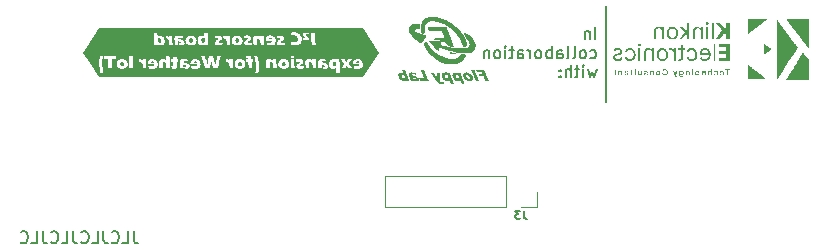
<source format=gbr>
%TF.GenerationSoftware,KiCad,Pcbnew,8.0.2*%
%TF.CreationDate,2024-05-30T14:14:33+02:00*%
%TF.ProjectId,Sensors_expansion_board,53656e73-6f72-4735-9f65-7870616e7369,1.0*%
%TF.SameCoordinates,Original*%
%TF.FileFunction,Legend,Bot*%
%TF.FilePolarity,Positive*%
%FSLAX46Y46*%
G04 Gerber Fmt 4.6, Leading zero omitted, Abs format (unit mm)*
G04 Created by KiCad (PCBNEW 8.0.2) date 2024-05-30 14:14:33*
%MOMM*%
%LPD*%
G01*
G04 APERTURE LIST*
%ADD10C,0.150000*%
%ADD11C,0.000000*%
%ADD12C,0.120000*%
G04 APERTURE END LIST*
D10*
X167217506Y-103354819D02*
X167217506Y-104069104D01*
X167217506Y-104069104D02*
X167265125Y-104211961D01*
X167265125Y-104211961D02*
X167360363Y-104307200D01*
X167360363Y-104307200D02*
X167503220Y-104354819D01*
X167503220Y-104354819D02*
X167598458Y-104354819D01*
X166265125Y-104354819D02*
X166741315Y-104354819D01*
X166741315Y-104354819D02*
X166741315Y-103354819D01*
X165360363Y-104259580D02*
X165407982Y-104307200D01*
X165407982Y-104307200D02*
X165550839Y-104354819D01*
X165550839Y-104354819D02*
X165646077Y-104354819D01*
X165646077Y-104354819D02*
X165788934Y-104307200D01*
X165788934Y-104307200D02*
X165884172Y-104211961D01*
X165884172Y-104211961D02*
X165931791Y-104116723D01*
X165931791Y-104116723D02*
X165979410Y-103926247D01*
X165979410Y-103926247D02*
X165979410Y-103783390D01*
X165979410Y-103783390D02*
X165931791Y-103592914D01*
X165931791Y-103592914D02*
X165884172Y-103497676D01*
X165884172Y-103497676D02*
X165788934Y-103402438D01*
X165788934Y-103402438D02*
X165646077Y-103354819D01*
X165646077Y-103354819D02*
X165550839Y-103354819D01*
X165550839Y-103354819D02*
X165407982Y-103402438D01*
X165407982Y-103402438D02*
X165360363Y-103450057D01*
X164646077Y-103354819D02*
X164646077Y-104069104D01*
X164646077Y-104069104D02*
X164693696Y-104211961D01*
X164693696Y-104211961D02*
X164788934Y-104307200D01*
X164788934Y-104307200D02*
X164931791Y-104354819D01*
X164931791Y-104354819D02*
X165027029Y-104354819D01*
X163693696Y-104354819D02*
X164169886Y-104354819D01*
X164169886Y-104354819D02*
X164169886Y-103354819D01*
X162788934Y-104259580D02*
X162836553Y-104307200D01*
X162836553Y-104307200D02*
X162979410Y-104354819D01*
X162979410Y-104354819D02*
X163074648Y-104354819D01*
X163074648Y-104354819D02*
X163217505Y-104307200D01*
X163217505Y-104307200D02*
X163312743Y-104211961D01*
X163312743Y-104211961D02*
X163360362Y-104116723D01*
X163360362Y-104116723D02*
X163407981Y-103926247D01*
X163407981Y-103926247D02*
X163407981Y-103783390D01*
X163407981Y-103783390D02*
X163360362Y-103592914D01*
X163360362Y-103592914D02*
X163312743Y-103497676D01*
X163312743Y-103497676D02*
X163217505Y-103402438D01*
X163217505Y-103402438D02*
X163074648Y-103354819D01*
X163074648Y-103354819D02*
X162979410Y-103354819D01*
X162979410Y-103354819D02*
X162836553Y-103402438D01*
X162836553Y-103402438D02*
X162788934Y-103450057D01*
X162074648Y-103354819D02*
X162074648Y-104069104D01*
X162074648Y-104069104D02*
X162122267Y-104211961D01*
X162122267Y-104211961D02*
X162217505Y-104307200D01*
X162217505Y-104307200D02*
X162360362Y-104354819D01*
X162360362Y-104354819D02*
X162455600Y-104354819D01*
X161122267Y-104354819D02*
X161598457Y-104354819D01*
X161598457Y-104354819D02*
X161598457Y-103354819D01*
X160217505Y-104259580D02*
X160265124Y-104307200D01*
X160265124Y-104307200D02*
X160407981Y-104354819D01*
X160407981Y-104354819D02*
X160503219Y-104354819D01*
X160503219Y-104354819D02*
X160646076Y-104307200D01*
X160646076Y-104307200D02*
X160741314Y-104211961D01*
X160741314Y-104211961D02*
X160788933Y-104116723D01*
X160788933Y-104116723D02*
X160836552Y-103926247D01*
X160836552Y-103926247D02*
X160836552Y-103783390D01*
X160836552Y-103783390D02*
X160788933Y-103592914D01*
X160788933Y-103592914D02*
X160741314Y-103497676D01*
X160741314Y-103497676D02*
X160646076Y-103402438D01*
X160646076Y-103402438D02*
X160503219Y-103354819D01*
X160503219Y-103354819D02*
X160407981Y-103354819D01*
X160407981Y-103354819D02*
X160265124Y-103402438D01*
X160265124Y-103402438D02*
X160217505Y-103450057D01*
X159503219Y-103354819D02*
X159503219Y-104069104D01*
X159503219Y-104069104D02*
X159550838Y-104211961D01*
X159550838Y-104211961D02*
X159646076Y-104307200D01*
X159646076Y-104307200D02*
X159788933Y-104354819D01*
X159788933Y-104354819D02*
X159884171Y-104354819D01*
X158550838Y-104354819D02*
X159027028Y-104354819D01*
X159027028Y-104354819D02*
X159027028Y-103354819D01*
X157646076Y-104259580D02*
X157693695Y-104307200D01*
X157693695Y-104307200D02*
X157836552Y-104354819D01*
X157836552Y-104354819D02*
X157931790Y-104354819D01*
X157931790Y-104354819D02*
X158074647Y-104307200D01*
X158074647Y-104307200D02*
X158169885Y-104211961D01*
X158169885Y-104211961D02*
X158217504Y-104116723D01*
X158217504Y-104116723D02*
X158265123Y-103926247D01*
X158265123Y-103926247D02*
X158265123Y-103783390D01*
X158265123Y-103783390D02*
X158217504Y-103592914D01*
X158217504Y-103592914D02*
X158169885Y-103497676D01*
X158169885Y-103497676D02*
X158074647Y-103402438D01*
X158074647Y-103402438D02*
X157931790Y-103354819D01*
X157931790Y-103354819D02*
X157836552Y-103354819D01*
X157836552Y-103354819D02*
X157693695Y-103402438D01*
X157693695Y-103402438D02*
X157646076Y-103450057D01*
X207210000Y-84295084D02*
X207210000Y-92372284D01*
X206314420Y-87091815D02*
X206314420Y-86091815D01*
X205838230Y-86425148D02*
X205838230Y-87091815D01*
X205838230Y-86520386D02*
X205790611Y-86472767D01*
X205790611Y-86472767D02*
X205695373Y-86425148D01*
X205695373Y-86425148D02*
X205552516Y-86425148D01*
X205552516Y-86425148D02*
X205457278Y-86472767D01*
X205457278Y-86472767D02*
X205409659Y-86568005D01*
X205409659Y-86568005D02*
X205409659Y-87091815D01*
X205885849Y-88654140D02*
X205981087Y-88701759D01*
X205981087Y-88701759D02*
X206171563Y-88701759D01*
X206171563Y-88701759D02*
X206266801Y-88654140D01*
X206266801Y-88654140D02*
X206314420Y-88606520D01*
X206314420Y-88606520D02*
X206362039Y-88511282D01*
X206362039Y-88511282D02*
X206362039Y-88225568D01*
X206362039Y-88225568D02*
X206314420Y-88130330D01*
X206314420Y-88130330D02*
X206266801Y-88082711D01*
X206266801Y-88082711D02*
X206171563Y-88035092D01*
X206171563Y-88035092D02*
X205981087Y-88035092D01*
X205981087Y-88035092D02*
X205885849Y-88082711D01*
X205314420Y-88701759D02*
X205409658Y-88654140D01*
X205409658Y-88654140D02*
X205457277Y-88606520D01*
X205457277Y-88606520D02*
X205504896Y-88511282D01*
X205504896Y-88511282D02*
X205504896Y-88225568D01*
X205504896Y-88225568D02*
X205457277Y-88130330D01*
X205457277Y-88130330D02*
X205409658Y-88082711D01*
X205409658Y-88082711D02*
X205314420Y-88035092D01*
X205314420Y-88035092D02*
X205171563Y-88035092D01*
X205171563Y-88035092D02*
X205076325Y-88082711D01*
X205076325Y-88082711D02*
X205028706Y-88130330D01*
X205028706Y-88130330D02*
X204981087Y-88225568D01*
X204981087Y-88225568D02*
X204981087Y-88511282D01*
X204981087Y-88511282D02*
X205028706Y-88606520D01*
X205028706Y-88606520D02*
X205076325Y-88654140D01*
X205076325Y-88654140D02*
X205171563Y-88701759D01*
X205171563Y-88701759D02*
X205314420Y-88701759D01*
X204409658Y-88701759D02*
X204504896Y-88654140D01*
X204504896Y-88654140D02*
X204552515Y-88558901D01*
X204552515Y-88558901D02*
X204552515Y-87701759D01*
X203885848Y-88701759D02*
X203981086Y-88654140D01*
X203981086Y-88654140D02*
X204028705Y-88558901D01*
X204028705Y-88558901D02*
X204028705Y-87701759D01*
X203076324Y-88701759D02*
X203076324Y-88177949D01*
X203076324Y-88177949D02*
X203123943Y-88082711D01*
X203123943Y-88082711D02*
X203219181Y-88035092D01*
X203219181Y-88035092D02*
X203409657Y-88035092D01*
X203409657Y-88035092D02*
X203504895Y-88082711D01*
X203076324Y-88654140D02*
X203171562Y-88701759D01*
X203171562Y-88701759D02*
X203409657Y-88701759D01*
X203409657Y-88701759D02*
X203504895Y-88654140D01*
X203504895Y-88654140D02*
X203552514Y-88558901D01*
X203552514Y-88558901D02*
X203552514Y-88463663D01*
X203552514Y-88463663D02*
X203504895Y-88368425D01*
X203504895Y-88368425D02*
X203409657Y-88320806D01*
X203409657Y-88320806D02*
X203171562Y-88320806D01*
X203171562Y-88320806D02*
X203076324Y-88273187D01*
X202600133Y-88701759D02*
X202600133Y-87701759D01*
X202600133Y-88082711D02*
X202504895Y-88035092D01*
X202504895Y-88035092D02*
X202314419Y-88035092D01*
X202314419Y-88035092D02*
X202219181Y-88082711D01*
X202219181Y-88082711D02*
X202171562Y-88130330D01*
X202171562Y-88130330D02*
X202123943Y-88225568D01*
X202123943Y-88225568D02*
X202123943Y-88511282D01*
X202123943Y-88511282D02*
X202171562Y-88606520D01*
X202171562Y-88606520D02*
X202219181Y-88654140D01*
X202219181Y-88654140D02*
X202314419Y-88701759D01*
X202314419Y-88701759D02*
X202504895Y-88701759D01*
X202504895Y-88701759D02*
X202600133Y-88654140D01*
X201552514Y-88701759D02*
X201647752Y-88654140D01*
X201647752Y-88654140D02*
X201695371Y-88606520D01*
X201695371Y-88606520D02*
X201742990Y-88511282D01*
X201742990Y-88511282D02*
X201742990Y-88225568D01*
X201742990Y-88225568D02*
X201695371Y-88130330D01*
X201695371Y-88130330D02*
X201647752Y-88082711D01*
X201647752Y-88082711D02*
X201552514Y-88035092D01*
X201552514Y-88035092D02*
X201409657Y-88035092D01*
X201409657Y-88035092D02*
X201314419Y-88082711D01*
X201314419Y-88082711D02*
X201266800Y-88130330D01*
X201266800Y-88130330D02*
X201219181Y-88225568D01*
X201219181Y-88225568D02*
X201219181Y-88511282D01*
X201219181Y-88511282D02*
X201266800Y-88606520D01*
X201266800Y-88606520D02*
X201314419Y-88654140D01*
X201314419Y-88654140D02*
X201409657Y-88701759D01*
X201409657Y-88701759D02*
X201552514Y-88701759D01*
X200790609Y-88701759D02*
X200790609Y-88035092D01*
X200790609Y-88225568D02*
X200742990Y-88130330D01*
X200742990Y-88130330D02*
X200695371Y-88082711D01*
X200695371Y-88082711D02*
X200600133Y-88035092D01*
X200600133Y-88035092D02*
X200504895Y-88035092D01*
X199742990Y-88701759D02*
X199742990Y-88177949D01*
X199742990Y-88177949D02*
X199790609Y-88082711D01*
X199790609Y-88082711D02*
X199885847Y-88035092D01*
X199885847Y-88035092D02*
X200076323Y-88035092D01*
X200076323Y-88035092D02*
X200171561Y-88082711D01*
X199742990Y-88654140D02*
X199838228Y-88701759D01*
X199838228Y-88701759D02*
X200076323Y-88701759D01*
X200076323Y-88701759D02*
X200171561Y-88654140D01*
X200171561Y-88654140D02*
X200219180Y-88558901D01*
X200219180Y-88558901D02*
X200219180Y-88463663D01*
X200219180Y-88463663D02*
X200171561Y-88368425D01*
X200171561Y-88368425D02*
X200076323Y-88320806D01*
X200076323Y-88320806D02*
X199838228Y-88320806D01*
X199838228Y-88320806D02*
X199742990Y-88273187D01*
X199409656Y-88035092D02*
X199028704Y-88035092D01*
X199266799Y-87701759D02*
X199266799Y-88558901D01*
X199266799Y-88558901D02*
X199219180Y-88654140D01*
X199219180Y-88654140D02*
X199123942Y-88701759D01*
X199123942Y-88701759D02*
X199028704Y-88701759D01*
X198695370Y-88701759D02*
X198695370Y-88035092D01*
X198695370Y-87701759D02*
X198742989Y-87749378D01*
X198742989Y-87749378D02*
X198695370Y-87796997D01*
X198695370Y-87796997D02*
X198647751Y-87749378D01*
X198647751Y-87749378D02*
X198695370Y-87701759D01*
X198695370Y-87701759D02*
X198695370Y-87796997D01*
X198076323Y-88701759D02*
X198171561Y-88654140D01*
X198171561Y-88654140D02*
X198219180Y-88606520D01*
X198219180Y-88606520D02*
X198266799Y-88511282D01*
X198266799Y-88511282D02*
X198266799Y-88225568D01*
X198266799Y-88225568D02*
X198219180Y-88130330D01*
X198219180Y-88130330D02*
X198171561Y-88082711D01*
X198171561Y-88082711D02*
X198076323Y-88035092D01*
X198076323Y-88035092D02*
X197933466Y-88035092D01*
X197933466Y-88035092D02*
X197838228Y-88082711D01*
X197838228Y-88082711D02*
X197790609Y-88130330D01*
X197790609Y-88130330D02*
X197742990Y-88225568D01*
X197742990Y-88225568D02*
X197742990Y-88511282D01*
X197742990Y-88511282D02*
X197790609Y-88606520D01*
X197790609Y-88606520D02*
X197838228Y-88654140D01*
X197838228Y-88654140D02*
X197933466Y-88701759D01*
X197933466Y-88701759D02*
X198076323Y-88701759D01*
X197314418Y-88035092D02*
X197314418Y-88701759D01*
X197314418Y-88130330D02*
X197266799Y-88082711D01*
X197266799Y-88082711D02*
X197171561Y-88035092D01*
X197171561Y-88035092D02*
X197028704Y-88035092D01*
X197028704Y-88035092D02*
X196933466Y-88082711D01*
X196933466Y-88082711D02*
X196885847Y-88177949D01*
X196885847Y-88177949D02*
X196885847Y-88701759D01*
X206409658Y-89645036D02*
X206219182Y-90311703D01*
X206219182Y-90311703D02*
X206028706Y-89835512D01*
X206028706Y-89835512D02*
X205838230Y-90311703D01*
X205838230Y-90311703D02*
X205647754Y-89645036D01*
X205266801Y-90311703D02*
X205266801Y-89645036D01*
X205266801Y-89311703D02*
X205314420Y-89359322D01*
X205314420Y-89359322D02*
X205266801Y-89406941D01*
X205266801Y-89406941D02*
X205219182Y-89359322D01*
X205219182Y-89359322D02*
X205266801Y-89311703D01*
X205266801Y-89311703D02*
X205266801Y-89406941D01*
X204933468Y-89645036D02*
X204552516Y-89645036D01*
X204790611Y-89311703D02*
X204790611Y-90168845D01*
X204790611Y-90168845D02*
X204742992Y-90264084D01*
X204742992Y-90264084D02*
X204647754Y-90311703D01*
X204647754Y-90311703D02*
X204552516Y-90311703D01*
X204219182Y-90311703D02*
X204219182Y-89311703D01*
X203790611Y-90311703D02*
X203790611Y-89787893D01*
X203790611Y-89787893D02*
X203838230Y-89692655D01*
X203838230Y-89692655D02*
X203933468Y-89645036D01*
X203933468Y-89645036D02*
X204076325Y-89645036D01*
X204076325Y-89645036D02*
X204171563Y-89692655D01*
X204171563Y-89692655D02*
X204219182Y-89740274D01*
X203314420Y-90216464D02*
X203266801Y-90264084D01*
X203266801Y-90264084D02*
X203314420Y-90311703D01*
X203314420Y-90311703D02*
X203362039Y-90264084D01*
X203362039Y-90264084D02*
X203314420Y-90216464D01*
X203314420Y-90216464D02*
X203314420Y-90311703D01*
X203314420Y-89692655D02*
X203266801Y-89740274D01*
X203266801Y-89740274D02*
X203314420Y-89787893D01*
X203314420Y-89787893D02*
X203362039Y-89740274D01*
X203362039Y-89740274D02*
X203314420Y-89692655D01*
X203314420Y-89692655D02*
X203314420Y-89787893D01*
X200233333Y-101597233D02*
X200233333Y-102097233D01*
X200233333Y-102097233D02*
X200266666Y-102197233D01*
X200266666Y-102197233D02*
X200333333Y-102263900D01*
X200333333Y-102263900D02*
X200433333Y-102297233D01*
X200433333Y-102297233D02*
X200500000Y-102297233D01*
X199966667Y-101597233D02*
X199533333Y-101597233D01*
X199533333Y-101597233D02*
X199766667Y-101863900D01*
X199766667Y-101863900D02*
X199666667Y-101863900D01*
X199666667Y-101863900D02*
X199600000Y-101897233D01*
X199600000Y-101897233D02*
X199566667Y-101930566D01*
X199566667Y-101930566D02*
X199533333Y-101997233D01*
X199533333Y-101997233D02*
X199533333Y-102163900D01*
X199533333Y-102163900D02*
X199566667Y-102230566D01*
X199566667Y-102230566D02*
X199600000Y-102263900D01*
X199600000Y-102263900D02*
X199666667Y-102297233D01*
X199666667Y-102297233D02*
X199866667Y-102297233D01*
X199866667Y-102297233D02*
X199933333Y-102263900D01*
X199933333Y-102263900D02*
X199966667Y-102230566D01*
D11*
%TO.C,G\u002A\u002A\u002A*%
G36*
X196155434Y-89870590D02*
G01*
X196176433Y-89926229D01*
X196211228Y-90016789D01*
X196250925Y-90118746D01*
X196292093Y-90223302D01*
X196331303Y-90321663D01*
X196336654Y-90334991D01*
X196368860Y-90415555D01*
X196396760Y-90485911D01*
X196418715Y-90541890D01*
X196433089Y-90579323D01*
X196438244Y-90594039D01*
X196434420Y-90595380D01*
X196408374Y-90596973D01*
X196363102Y-90597218D01*
X196304998Y-90596020D01*
X196171753Y-90591851D01*
X196094488Y-90388883D01*
X196080026Y-90351025D01*
X196043049Y-90255155D01*
X196003178Y-90152838D01*
X195962624Y-90049661D01*
X195923596Y-89951213D01*
X195888306Y-89863080D01*
X195858966Y-89790850D01*
X195837784Y-89740111D01*
X195814453Y-89685744D01*
X195950479Y-89685744D01*
X196086505Y-89685744D01*
X196155434Y-89870590D01*
G37*
G36*
X194060394Y-88183001D02*
G01*
X194108137Y-88192123D01*
X194152840Y-88201833D01*
X194220962Y-88216482D01*
X194299288Y-88233221D01*
X194378260Y-88250000D01*
X194443661Y-88264354D01*
X194502370Y-88279175D01*
X194541400Y-88292432D01*
X194565686Y-88305866D01*
X194580161Y-88321216D01*
X194588691Y-88334842D01*
X194594233Y-88354207D01*
X194581469Y-88367418D01*
X194571640Y-88370222D01*
X194535509Y-88374332D01*
X194479150Y-88377643D01*
X194407988Y-88379869D01*
X194327448Y-88380728D01*
X194240333Y-88380488D01*
X194175508Y-88379260D01*
X194130773Y-88376598D01*
X194101630Y-88372059D01*
X194083578Y-88365201D01*
X194072117Y-88355579D01*
X194067241Y-88349098D01*
X194050244Y-88317578D01*
X194032845Y-88275786D01*
X194018253Y-88232841D01*
X194009675Y-88197858D01*
X194010320Y-88179954D01*
X194024927Y-88178735D01*
X194060394Y-88183001D01*
G37*
G36*
X191837142Y-89725613D02*
G01*
X191843032Y-89745412D01*
X191859607Y-89793305D01*
X191884063Y-89859836D01*
X191914520Y-89940197D01*
X191949096Y-90029579D01*
X191985912Y-90123174D01*
X192023084Y-90216172D01*
X192058734Y-90303765D01*
X192090980Y-90381143D01*
X192117941Y-90443500D01*
X192187402Y-90599600D01*
X191831222Y-90595726D01*
X191475041Y-90591851D01*
X191436420Y-90497616D01*
X191397798Y-90403381D01*
X191584121Y-90408468D01*
X191592752Y-90408694D01*
X191663942Y-90409874D01*
X191724831Y-90409720D01*
X191769196Y-90408314D01*
X191790812Y-90405738D01*
X191793901Y-90397334D01*
X191788136Y-90363290D01*
X191770204Y-90303322D01*
X191740079Y-90217362D01*
X191697737Y-90105342D01*
X191643156Y-89967194D01*
X191576309Y-89802851D01*
X191575805Y-89801622D01*
X191556749Y-89753596D01*
X191543183Y-89716309D01*
X191538015Y-89697742D01*
X191544233Y-89694270D01*
X191573715Y-89689873D01*
X191621923Y-89686861D01*
X191682716Y-89685744D01*
X191827417Y-89685744D01*
X191837142Y-89725613D01*
G37*
G36*
X196569990Y-89689111D02*
G01*
X196919202Y-89692993D01*
X196995199Y-89903210D01*
X196996057Y-89905583D01*
X197026287Y-89987381D01*
X197063834Y-90086418D01*
X197105804Y-90195290D01*
X197149304Y-90306588D01*
X197191438Y-90412906D01*
X197229313Y-90506838D01*
X197260035Y-90580978D01*
X197260106Y-90581150D01*
X197256414Y-90589721D01*
X197234662Y-90595250D01*
X197191219Y-90598218D01*
X197122455Y-90599100D01*
X196977194Y-90599100D01*
X196940319Y-90501241D01*
X196920812Y-90449270D01*
X196894848Y-90379657D01*
X196872770Y-90320019D01*
X196842096Y-90236657D01*
X196665319Y-90236657D01*
X196488543Y-90236657D01*
X196461528Y-90160544D01*
X196450473Y-90129509D01*
X196436072Y-90089449D01*
X196427579Y-90066309D01*
X196427146Y-90063276D01*
X196436366Y-90056086D01*
X196464074Y-90051436D01*
X196513760Y-90048934D01*
X196588919Y-90048187D01*
X196652363Y-90047303D01*
X196706804Y-90044754D01*
X196743647Y-90040943D01*
X196757193Y-90036272D01*
X196755905Y-90028568D01*
X196747626Y-89998533D01*
X196734214Y-89956915D01*
X196711234Y-89889473D01*
X196500904Y-89885468D01*
X196290575Y-89881463D01*
X196255676Y-89795639D01*
X196239214Y-89753691D01*
X196225889Y-89716477D01*
X196220778Y-89697521D01*
X196227712Y-89695162D01*
X196259561Y-89692339D01*
X196313666Y-89690227D01*
X196386076Y-89688922D01*
X196472835Y-89688518D01*
X196569990Y-89689111D01*
G37*
G36*
X195938091Y-90445668D02*
G01*
X195907511Y-90512204D01*
X195852566Y-90563780D01*
X195773630Y-90599467D01*
X195764141Y-90602014D01*
X195703629Y-90610203D01*
X195629125Y-90611244D01*
X195552298Y-90605401D01*
X195484816Y-90592938D01*
X195391977Y-90558392D01*
X195296017Y-90499011D01*
X195215150Y-90422614D01*
X195152852Y-90333334D01*
X195112596Y-90235304D01*
X195105096Y-90183069D01*
X195365413Y-90183069D01*
X195369124Y-90209138D01*
X195388156Y-90261432D01*
X195418108Y-90317238D01*
X195453046Y-90366088D01*
X195487032Y-90397515D01*
X195523142Y-90413623D01*
X195573902Y-90423719D01*
X195620645Y-90421979D01*
X195652467Y-90407730D01*
X195666875Y-90375956D01*
X195666702Y-90327715D01*
X195653541Y-90271384D01*
X195629865Y-90214485D01*
X195598146Y-90164542D01*
X195560860Y-90129080D01*
X195548183Y-90121289D01*
X195489738Y-90098206D01*
X195437024Y-90097336D01*
X195396040Y-90119044D01*
X195375384Y-90148492D01*
X195365413Y-90183069D01*
X195105096Y-90183069D01*
X195097858Y-90132658D01*
X195102818Y-90076178D01*
X195129326Y-90009162D01*
X195179044Y-89958890D01*
X195252360Y-89925013D01*
X195349665Y-89907184D01*
X195371312Y-89905713D01*
X195485528Y-89913304D01*
X195596979Y-89944453D01*
X195700687Y-89996187D01*
X195791670Y-90065531D01*
X195864950Y-90149510D01*
X195915546Y-90245151D01*
X195924672Y-90271427D01*
X195943935Y-90365100D01*
X195943148Y-90375956D01*
X195938091Y-90445668D01*
G37*
G36*
X193147262Y-90271215D02*
G01*
X193147262Y-90624722D01*
X193204887Y-90676783D01*
X193206170Y-90677939D01*
X193265409Y-90721959D01*
X193319973Y-90741266D01*
X193375869Y-90738011D01*
X193377505Y-90737626D01*
X193422445Y-90728333D01*
X193447394Y-90729964D01*
X193460217Y-90746099D01*
X193468778Y-90780322D01*
X193470598Y-90789212D01*
X193480205Y-90834929D01*
X193487905Y-90869868D01*
X193488494Y-90892553D01*
X193469845Y-90908055D01*
X193445664Y-90911444D01*
X193400978Y-90914546D01*
X193347149Y-90916368D01*
X193310535Y-90916174D01*
X193233818Y-90908256D01*
X193165331Y-90887733D01*
X193100855Y-90851929D01*
X193036168Y-90798167D01*
X192967053Y-90723774D01*
X192889288Y-90626073D01*
X192888549Y-90625098D01*
X192818715Y-90533449D01*
X192735992Y-90425783D01*
X192645479Y-90308694D01*
X192552275Y-90188780D01*
X192461478Y-90072637D01*
X192457410Y-90067445D01*
X192415504Y-90013456D01*
X192381332Y-89968518D01*
X192358319Y-89937192D01*
X192349887Y-89924035D01*
X192352566Y-89922757D01*
X192376582Y-89920308D01*
X192420161Y-89918756D01*
X192476742Y-89918393D01*
X192603597Y-89919077D01*
X192713346Y-90074243D01*
X192713549Y-90074530D01*
X192759465Y-90140105D01*
X192803427Y-90204038D01*
X192840455Y-90259021D01*
X192865572Y-90297743D01*
X192883694Y-90325713D01*
X192904957Y-90355023D01*
X192916758Y-90366608D01*
X192919077Y-90362640D01*
X192919304Y-90338027D01*
X192914679Y-90298273D01*
X192911342Y-90273614D01*
X192905182Y-90216449D01*
X192898875Y-90146450D01*
X192893365Y-90073558D01*
X192882839Y-89917708D01*
X193015051Y-89917708D01*
X193147262Y-89917708D01*
X193147262Y-90271215D01*
G37*
G36*
X194150433Y-90395953D02*
G01*
X194189934Y-90496921D01*
X194228392Y-90593792D01*
X194263777Y-90681307D01*
X194294060Y-90754212D01*
X194310023Y-90792232D01*
X194330924Y-90843286D01*
X194345254Y-90879953D01*
X194350572Y-90896108D01*
X194346954Y-90897975D01*
X194321251Y-90900527D01*
X194276274Y-90901430D01*
X194218440Y-90900472D01*
X194086309Y-90896304D01*
X194057705Y-90816566D01*
X194052204Y-90801312D01*
X194032784Y-90748330D01*
X194011310Y-90690705D01*
X193990201Y-90634807D01*
X193971871Y-90587005D01*
X193958738Y-90553670D01*
X193953219Y-90541170D01*
X193946334Y-90544410D01*
X193919862Y-90557579D01*
X193880564Y-90577414D01*
X193828463Y-90598651D01*
X193738072Y-90612850D01*
X193648063Y-90600490D01*
X193561185Y-90562933D01*
X193480185Y-90501542D01*
X193407811Y-90417679D01*
X193346810Y-90312708D01*
X193320127Y-90242010D01*
X193306251Y-90170787D01*
X193571152Y-90170787D01*
X193575220Y-90226468D01*
X193595461Y-90286179D01*
X193629673Y-90342817D01*
X193675657Y-90389278D01*
X193721800Y-90415293D01*
X193772602Y-90424728D01*
X193816014Y-90414168D01*
X193846282Y-90385191D01*
X193857650Y-90339376D01*
X193857367Y-90331597D01*
X193849784Y-90286500D01*
X193834371Y-90232416D01*
X193814500Y-90178701D01*
X193793546Y-90134711D01*
X193774881Y-90109802D01*
X193763763Y-90103372D01*
X193721207Y-90092840D01*
X193670309Y-90092168D01*
X193623119Y-90100803D01*
X193591689Y-90118193D01*
X193585457Y-90126241D01*
X193571152Y-90170787D01*
X193306251Y-90170787D01*
X193303499Y-90156659D01*
X193303865Y-90077503D01*
X193321899Y-90012674D01*
X193339644Y-89985360D01*
X193388698Y-89946185D01*
X193460416Y-89919936D01*
X193555704Y-89906438D01*
X193675468Y-89905517D01*
X193820616Y-89917000D01*
X193983773Y-89935185D01*
X194009393Y-90017057D01*
X194022598Y-90056228D01*
X194045972Y-90121024D01*
X194076422Y-90202747D01*
X194111919Y-90296142D01*
X194128602Y-90339376D01*
X194150433Y-90395953D01*
G37*
G36*
X195038092Y-90368456D02*
G01*
X195080392Y-90477881D01*
X195120544Y-90579806D01*
X195154712Y-90664340D01*
X195169157Y-90699403D01*
X195197413Y-90768080D01*
X195221004Y-90825533D01*
X195237798Y-90866571D01*
X195245665Y-90885998D01*
X195243090Y-90894845D01*
X195223956Y-90899939D01*
X195184129Y-90901666D01*
X195119509Y-90900495D01*
X194986050Y-90896304D01*
X194920207Y-90722331D01*
X194916464Y-90712456D01*
X194891706Y-90647805D01*
X194870810Y-90594372D01*
X194855881Y-90557468D01*
X194849018Y-90542407D01*
X194839859Y-90543639D01*
X194818213Y-90558476D01*
X194772134Y-90585866D01*
X194703873Y-90606185D01*
X194626712Y-90613598D01*
X194610311Y-90613081D01*
X194524691Y-90594322D01*
X194442793Y-90551851D01*
X194367870Y-90490108D01*
X194303179Y-90413533D01*
X194251975Y-90326566D01*
X194217514Y-90233647D01*
X194207292Y-90166918D01*
X194469163Y-90166918D01*
X194470996Y-90222527D01*
X194490296Y-90282503D01*
X194524963Y-90339968D01*
X194572897Y-90388044D01*
X194621671Y-90415903D01*
X194673161Y-90425433D01*
X194716131Y-90413288D01*
X194745581Y-90381043D01*
X194756508Y-90330270D01*
X194755470Y-90316495D01*
X194745466Y-90272041D01*
X194727800Y-90219408D01*
X194706118Y-90167680D01*
X194684072Y-90125939D01*
X194665310Y-90103268D01*
X194655523Y-90098535D01*
X194614799Y-90091245D01*
X194565505Y-90092793D01*
X194519977Y-90102127D01*
X194490548Y-90118193D01*
X194486894Y-90122557D01*
X194469163Y-90166918D01*
X194207292Y-90166918D01*
X194203049Y-90139218D01*
X194211838Y-90047717D01*
X194233740Y-89994560D01*
X194271939Y-89954329D01*
X194328639Y-89926407D01*
X194406077Y-89910059D01*
X194506487Y-89904545D01*
X194632105Y-89909131D01*
X194682966Y-89912323D01*
X194751223Y-89916820D01*
X194802151Y-89923312D01*
X194839876Y-89935313D01*
X194868527Y-89956336D01*
X194892231Y-89989894D01*
X194915118Y-90039501D01*
X194941314Y-90108671D01*
X194974949Y-90200915D01*
X194997481Y-90261422D01*
X195023603Y-90330270D01*
X195038092Y-90368456D01*
G37*
G36*
X191305434Y-85780819D02*
G01*
X191457041Y-85793107D01*
X191452501Y-85865596D01*
X191451552Y-85880577D01*
X191447926Y-85936380D01*
X191443362Y-86005306D01*
X191438622Y-86075813D01*
X191429282Y-86213541D01*
X191297541Y-86222820D01*
X191208894Y-86232402D01*
X191136610Y-86249714D01*
X191086070Y-86276042D01*
X191053759Y-86313276D01*
X191036162Y-86363305D01*
X191033759Y-86382471D01*
X191037670Y-86409579D01*
X191053315Y-86434622D01*
X191083391Y-86459247D01*
X191130597Y-86485099D01*
X191197632Y-86513826D01*
X191287193Y-86547072D01*
X191401978Y-86586485D01*
X191407393Y-86588300D01*
X191503948Y-86619953D01*
X191600229Y-86650337D01*
X191689458Y-86677392D01*
X191764853Y-86699061D01*
X191819634Y-86713285D01*
X191847208Y-86719952D01*
X191903262Y-86735169D01*
X191946135Y-86749073D01*
X191968235Y-86759311D01*
X191983321Y-86784850D01*
X191986400Y-86821997D01*
X191974266Y-86852165D01*
X191964324Y-86866197D01*
X191941505Y-86901507D01*
X191908793Y-86953558D01*
X191868844Y-87018120D01*
X191824313Y-87090965D01*
X191786750Y-87152681D01*
X191741399Y-87226972D01*
X191701073Y-87292801D01*
X191669108Y-87344723D01*
X191648839Y-87377294D01*
X191623675Y-87411630D01*
X191595970Y-87432835D01*
X191563127Y-87437652D01*
X191520806Y-87425607D01*
X191464665Y-87396223D01*
X191390364Y-87349028D01*
X191280608Y-87272858D01*
X191129103Y-87156116D01*
X190988567Y-87034163D01*
X190862193Y-86910193D01*
X190753172Y-86787398D01*
X190664694Y-86668972D01*
X190599952Y-86558109D01*
X190581913Y-86520730D01*
X190564166Y-86479733D01*
X190553255Y-86443472D01*
X190547518Y-86403515D01*
X190545294Y-86351429D01*
X190544922Y-86278781D01*
X190544945Y-86258836D01*
X190545877Y-86190097D01*
X190549104Y-86140667D01*
X190555895Y-86102721D01*
X190567515Y-86068434D01*
X190585235Y-86029981D01*
X190629534Y-85954617D01*
X190698718Y-85878539D01*
X190782341Y-85826038D01*
X190822643Y-85811964D01*
X190898410Y-85795824D01*
X190991329Y-85784055D01*
X191094645Y-85777242D01*
X191201598Y-85775969D01*
X191305434Y-85780819D01*
G37*
G36*
X191987619Y-87286132D02*
G01*
X192014259Y-87313707D01*
X192044760Y-87367045D01*
X192140219Y-87533211D01*
X192278348Y-87724185D01*
X192442340Y-87907696D01*
X192630729Y-88082403D01*
X192842054Y-88246970D01*
X193074850Y-88400057D01*
X193327654Y-88540326D01*
X193504432Y-88622735D01*
X193711889Y-88698669D01*
X193909841Y-88747283D01*
X194098379Y-88768586D01*
X194277591Y-88762587D01*
X194447568Y-88729295D01*
X194608400Y-88668720D01*
X194644476Y-88648799D01*
X194713809Y-88599965D01*
X194788738Y-88536719D01*
X194862469Y-88464972D01*
X194928206Y-88390632D01*
X194957942Y-88363029D01*
X194983912Y-88358229D01*
X195004916Y-88362142D01*
X195049039Y-88366934D01*
X195109180Y-88371805D01*
X195178692Y-88376145D01*
X195179068Y-88376165D01*
X195253108Y-88380683D01*
X195302748Y-88385378D01*
X195332551Y-88391128D01*
X195347085Y-88398815D01*
X195350915Y-88409316D01*
X195349387Y-88419948D01*
X195336300Y-88458264D01*
X195312599Y-88511562D01*
X195281658Y-88573282D01*
X195246849Y-88636866D01*
X195211544Y-88695756D01*
X195179116Y-88743393D01*
X195150982Y-88778227D01*
X195076725Y-88855823D01*
X194989525Y-88932999D01*
X194898701Y-89001827D01*
X194813575Y-89054377D01*
X194743588Y-89087664D01*
X194650397Y-89125288D01*
X194551452Y-89159867D01*
X194457159Y-89187793D01*
X194377924Y-89205459D01*
X194366353Y-89207266D01*
X194277293Y-89216174D01*
X194170135Y-89220382D01*
X194053959Y-89220059D01*
X193937843Y-89215374D01*
X193830865Y-89206498D01*
X193742104Y-89193599D01*
X193625685Y-89167591D01*
X193388682Y-89093336D01*
X193156970Y-88992510D01*
X192932500Y-88866678D01*
X192717224Y-88717404D01*
X192513094Y-88546256D01*
X192322064Y-88354797D01*
X192146084Y-88144592D01*
X191987108Y-87917209D01*
X191847087Y-87674210D01*
X191819461Y-87619383D01*
X191793801Y-87564870D01*
X191776392Y-87523606D01*
X191769979Y-87501731D01*
X191769982Y-87501433D01*
X191779604Y-87475989D01*
X191804137Y-87437182D01*
X191838200Y-87392136D01*
X191876416Y-87347972D01*
X191913404Y-87311815D01*
X191927324Y-87300451D01*
X191960191Y-87282365D01*
X191987619Y-87286132D01*
G37*
G36*
X190469553Y-90376531D02*
G01*
X190498736Y-90449014D01*
X190522761Y-90509292D01*
X190539687Y-90552490D01*
X190547572Y-90573729D01*
X190549206Y-90581221D01*
X190545049Y-90590727D01*
X190527388Y-90596127D01*
X190491060Y-90598544D01*
X190430907Y-90599100D01*
X190374705Y-90598772D01*
X190335611Y-90596648D01*
X190313749Y-90591062D01*
X190302979Y-90580353D01*
X190297165Y-90562856D01*
X190285852Y-90533237D01*
X190271253Y-90530761D01*
X190250667Y-90556274D01*
X190233916Y-90575906D01*
X190200062Y-90598848D01*
X190160516Y-90609287D01*
X190088938Y-90612612D01*
X190011660Y-90602334D01*
X189940055Y-90579308D01*
X189925708Y-90572520D01*
X189836227Y-90513432D01*
X189757047Y-90433302D01*
X189692724Y-90338640D01*
X189647816Y-90235960D01*
X189637594Y-90185095D01*
X189899773Y-90185095D01*
X189901319Y-90201751D01*
X189917977Y-90254143D01*
X189948006Y-90311061D01*
X189985260Y-90362010D01*
X190023593Y-90396496D01*
X190028801Y-90399614D01*
X190067116Y-90417732D01*
X190097602Y-90425128D01*
X190104391Y-90424804D01*
X190145168Y-90410450D01*
X190176930Y-90381049D01*
X190189728Y-90345228D01*
X190185423Y-90314872D01*
X190172673Y-90267811D01*
X190154600Y-90214695D01*
X190134374Y-90164047D01*
X190115164Y-90124395D01*
X190100141Y-90104264D01*
X190092463Y-90100970D01*
X190058839Y-90094554D01*
X190014378Y-90091902D01*
X189998975Y-90092288D01*
X189943599Y-90104970D01*
X189910664Y-90135798D01*
X189899773Y-90185095D01*
X189637594Y-90185095D01*
X189626878Y-90131771D01*
X189626294Y-90060827D01*
X189639364Y-90000633D01*
X189669468Y-89957772D01*
X189719298Y-89929972D01*
X189791546Y-89914958D01*
X189888902Y-89910459D01*
X189927751Y-89910282D01*
X189980554Y-89909360D01*
X190016794Y-89907827D01*
X190030255Y-89905884D01*
X190029642Y-89903846D01*
X190020675Y-89882469D01*
X190003242Y-89843365D01*
X189980215Y-89793010D01*
X189930178Y-89684711D01*
X190068309Y-89688852D01*
X190206441Y-89692993D01*
X190275640Y-89881463D01*
X190288550Y-89916261D01*
X190322853Y-90006608D01*
X190362526Y-90108950D01*
X190403627Y-90213169D01*
X190442215Y-90309146D01*
X190456853Y-90345228D01*
X190469553Y-90376531D01*
G37*
G36*
X190902340Y-89916605D02*
G01*
X190969553Y-89926407D01*
X191020064Y-89935811D01*
X191053424Y-89946876D01*
X191075635Y-89962577D01*
X191092704Y-89985888D01*
X191110632Y-90019782D01*
X191125088Y-90048798D01*
X191140567Y-90081427D01*
X191146577Y-90096453D01*
X191145466Y-90096993D01*
X191125735Y-90094784D01*
X191086433Y-90087136D01*
X191034220Y-90075302D01*
X190980770Y-90063547D01*
X190896826Y-90050828D01*
X190835146Y-90050188D01*
X190797119Y-90061573D01*
X190784134Y-90084930D01*
X190794435Y-90109372D01*
X190829285Y-90136878D01*
X190884171Y-90161028D01*
X190954309Y-90179175D01*
X191025546Y-90194412D01*
X191146002Y-90231620D01*
X191240570Y-90278242D01*
X191308753Y-90333924D01*
X191350058Y-90398314D01*
X191363988Y-90471060D01*
X191363659Y-90490832D01*
X191356529Y-90539531D01*
X191336826Y-90570816D01*
X191300258Y-90592896D01*
X191268768Y-90601923D01*
X191215863Y-90609787D01*
X191157823Y-90613031D01*
X191134201Y-90613114D01*
X191091297Y-90611722D01*
X191066099Y-90605554D01*
X191050519Y-90591508D01*
X191036468Y-90566480D01*
X191035248Y-90564095D01*
X191012418Y-90524669D01*
X190990690Y-90494361D01*
X190988466Y-90491802D01*
X190978719Y-90476906D01*
X190988285Y-90471268D01*
X191021964Y-90471359D01*
X191028442Y-90471488D01*
X191066755Y-90467690D01*
X191090557Y-90457952D01*
X191090577Y-90457931D01*
X191099766Y-90430949D01*
X191088007Y-90398362D01*
X191058862Y-90370046D01*
X191030670Y-90355995D01*
X190988994Y-90339878D01*
X190942883Y-90324805D01*
X190900206Y-90313135D01*
X190868830Y-90307225D01*
X190856623Y-90309433D01*
X190859334Y-90319643D01*
X190871058Y-90352568D01*
X190889924Y-90401641D01*
X190913597Y-90460670D01*
X190970572Y-90600162D01*
X190840236Y-90596007D01*
X190709901Y-90591851D01*
X190630293Y-90388883D01*
X190598123Y-90306609D01*
X190563225Y-90216180D01*
X190537271Y-90146730D01*
X190519166Y-90094857D01*
X190507812Y-90057163D01*
X190502114Y-90030249D01*
X190500974Y-90010715D01*
X190503297Y-89995162D01*
X190514116Y-89972317D01*
X190552659Y-89940761D01*
X190613897Y-89918793D01*
X190694684Y-89907031D01*
X190791880Y-89906096D01*
X190902340Y-89916605D01*
G37*
G36*
X192540499Y-85194934D02*
G01*
X192647541Y-85202453D01*
X192742395Y-85214740D01*
X192903491Y-85246189D01*
X193161847Y-85312422D01*
X193419246Y-85396838D01*
X193671114Y-85497379D01*
X193912877Y-85611986D01*
X194139961Y-85738603D01*
X194347791Y-85875171D01*
X194531794Y-86019635D01*
X194669820Y-86150318D01*
X194807367Y-86302674D01*
X194938352Y-86469400D01*
X195060209Y-86646235D01*
X195170371Y-86828914D01*
X195266272Y-87013176D01*
X195345347Y-87194759D01*
X195405028Y-87369399D01*
X195442750Y-87532833D01*
X195446448Y-87555591D01*
X195455011Y-87619007D01*
X195455654Y-87660516D01*
X195447027Y-87685115D01*
X195427775Y-87697805D01*
X195396547Y-87703582D01*
X195389196Y-87704281D01*
X195344230Y-87707200D01*
X195283857Y-87709811D01*
X195219015Y-87711618D01*
X195094364Y-87714055D01*
X195061609Y-87579951D01*
X195030645Y-87467705D01*
X194948894Y-87245936D01*
X194842742Y-87031321D01*
X194715172Y-86830313D01*
X194620060Y-86704758D01*
X194434069Y-86493942D01*
X194228455Y-86300045D01*
X194006119Y-86125065D01*
X193769965Y-85971002D01*
X193522894Y-85839853D01*
X193267809Y-85733619D01*
X193007610Y-85654296D01*
X192862694Y-85621026D01*
X192683646Y-85589212D01*
X192525743Y-85572818D01*
X192389813Y-85571881D01*
X192276686Y-85586439D01*
X192187189Y-85616530D01*
X192131049Y-85649091D01*
X192045767Y-85723619D01*
X191974357Y-85822183D01*
X191916347Y-85945499D01*
X191871261Y-86094284D01*
X191869045Y-86103720D01*
X191856485Y-86168884D01*
X191848338Y-86239292D01*
X191843926Y-86322831D01*
X191842569Y-86427382D01*
X191842367Y-86463181D01*
X191840781Y-86533495D01*
X191837878Y-86589975D01*
X191833971Y-86627569D01*
X191829371Y-86641224D01*
X191822428Y-86640655D01*
X191790873Y-86635627D01*
X191743485Y-86626679D01*
X191687649Y-86615366D01*
X191630752Y-86603245D01*
X191580181Y-86591875D01*
X191543321Y-86582810D01*
X191527559Y-86577609D01*
X191525698Y-86566353D01*
X191523728Y-86530117D01*
X191522200Y-86473692D01*
X191521240Y-86401914D01*
X191520970Y-86319622D01*
X191521491Y-86261145D01*
X191531489Y-86058172D01*
X191554733Y-85879825D01*
X191591951Y-85724824D01*
X191643867Y-85591893D01*
X191711210Y-85479751D01*
X191794704Y-85387121D01*
X191895076Y-85312725D01*
X192013053Y-85255285D01*
X192149360Y-85213521D01*
X192152108Y-85212884D01*
X192227074Y-85201160D01*
X192322183Y-85194271D01*
X192429352Y-85192201D01*
X192540499Y-85194934D01*
G37*
G36*
X192716934Y-86025567D02*
G01*
X192887749Y-86025894D01*
X192930682Y-86026006D01*
X193073794Y-86026623D01*
X193207939Y-86027571D01*
X193330254Y-86028805D01*
X193437879Y-86030282D01*
X193527953Y-86031958D01*
X193597615Y-86033789D01*
X193644004Y-86035732D01*
X193664258Y-86037744D01*
X193683845Y-86047013D01*
X193704099Y-86065714D01*
X193724324Y-86096845D01*
X193746565Y-86144255D01*
X193772865Y-86211795D01*
X193805269Y-86303312D01*
X193810311Y-86317876D01*
X193841545Y-86406464D01*
X193878222Y-86508416D01*
X193916181Y-86612245D01*
X193951262Y-86706463D01*
X193967995Y-86750912D01*
X194005958Y-86851992D01*
X194047920Y-86963964D01*
X194089859Y-87076092D01*
X194127754Y-87177639D01*
X194156866Y-87255595D01*
X194185418Y-87331687D01*
X194209598Y-87395752D01*
X194227499Y-87442738D01*
X194237214Y-87467594D01*
X194247425Y-87492747D01*
X194274006Y-87561654D01*
X194296929Y-87625778D01*
X194314368Y-87679605D01*
X194324498Y-87717618D01*
X194325492Y-87734302D01*
X194314554Y-87739858D01*
X194285821Y-87742424D01*
X194238234Y-87739046D01*
X194168675Y-87729467D01*
X194074027Y-87713427D01*
X194016751Y-87703017D01*
X193930781Y-87686341D01*
X193869019Y-87672485D01*
X193828531Y-87660666D01*
X193806389Y-87650099D01*
X193799659Y-87639999D01*
X193799282Y-87637164D01*
X193791495Y-87611831D01*
X193775704Y-87569258D01*
X193754639Y-87516911D01*
X193734836Y-87472612D01*
X193702373Y-87419055D01*
X193665009Y-87386543D01*
X193616423Y-87370408D01*
X193550293Y-87365983D01*
X193528538Y-87365667D01*
X193461730Y-87362508D01*
X193400451Y-87357083D01*
X193362750Y-87351985D01*
X193338805Y-87344311D01*
X193331096Y-87329669D01*
X193332785Y-87302549D01*
X193330510Y-87263156D01*
X193306453Y-87228087D01*
X193304227Y-87226121D01*
X193290975Y-87216907D01*
X193272834Y-87209858D01*
X193245786Y-87204547D01*
X193205814Y-87200546D01*
X193148901Y-87197429D01*
X193071030Y-87194768D01*
X192968184Y-87192137D01*
X192661588Y-87184888D01*
X192641981Y-87122923D01*
X192635181Y-87101212D01*
X192629057Y-87076122D01*
X192629469Y-87056673D01*
X192639225Y-87042143D01*
X192661130Y-87031813D01*
X192697994Y-87024962D01*
X192752623Y-87020871D01*
X192827825Y-87018819D01*
X192926407Y-87018085D01*
X193051177Y-87017951D01*
X193148240Y-87017732D01*
X193257396Y-87016707D01*
X193342727Y-87014461D01*
X193407212Y-87010574D01*
X193453830Y-87004628D01*
X193485558Y-86996205D01*
X193505377Y-86984886D01*
X193516265Y-86970252D01*
X193521200Y-86951884D01*
X193520781Y-86940061D01*
X193512071Y-86900470D01*
X193494818Y-86842984D01*
X193471162Y-86773211D01*
X193443242Y-86696756D01*
X193413198Y-86619226D01*
X193383169Y-86546228D01*
X193355297Y-86483367D01*
X193331719Y-86436252D01*
X193314577Y-86410488D01*
X193277127Y-86373016D01*
X192753641Y-86365767D01*
X192230155Y-86358518D01*
X192206659Y-86323534D01*
X192191582Y-86296853D01*
X192170089Y-86252124D01*
X192147041Y-86199673D01*
X192126000Y-86147950D01*
X192110528Y-86105400D01*
X192104185Y-86080473D01*
X192104027Y-86074249D01*
X192105347Y-86062971D01*
X192110753Y-86053536D01*
X192122511Y-86045787D01*
X192142883Y-86039567D01*
X192174136Y-86034717D01*
X192218532Y-86031080D01*
X192278338Y-86028498D01*
X192355816Y-86026814D01*
X192453232Y-86025869D01*
X192572850Y-86025506D01*
X192716934Y-86025567D01*
G37*
G36*
X195245687Y-86569141D02*
G01*
X195324959Y-86597023D01*
X195401841Y-86628148D01*
X195581579Y-86715473D01*
X195735697Y-86813805D01*
X195865446Y-86924149D01*
X195972078Y-87047508D01*
X196056843Y-87184888D01*
X196066232Y-87203383D01*
X196119917Y-87320867D01*
X196155094Y-87425522D01*
X196173136Y-87524413D01*
X196175414Y-87624608D01*
X196163301Y-87733171D01*
X196156193Y-87768398D01*
X196115470Y-87881384D01*
X196051380Y-87986951D01*
X195968194Y-88080829D01*
X195870180Y-88158750D01*
X195761609Y-88216445D01*
X195646751Y-88249644D01*
X195602452Y-88254846D01*
X195527275Y-88259422D01*
X195433939Y-88262175D01*
X195328335Y-88263151D01*
X195216359Y-88262398D01*
X195103903Y-88259963D01*
X194996860Y-88255894D01*
X194901123Y-88250237D01*
X194822586Y-88243040D01*
X194656287Y-88219554D01*
X194434474Y-88178119D01*
X194198841Y-88124301D01*
X193955348Y-88059702D01*
X193709959Y-87985922D01*
X193468634Y-87904564D01*
X193237336Y-87817228D01*
X193204564Y-87804538D01*
X193167845Y-87791569D01*
X193148783Y-87786543D01*
X193141847Y-87793477D01*
X193124445Y-87821929D01*
X193100556Y-87867286D01*
X193073206Y-87924040D01*
X193063314Y-87945046D01*
X193030421Y-88008675D01*
X193004491Y-88048145D01*
X192986585Y-88061768D01*
X192976777Y-88056423D01*
X192948304Y-88032792D01*
X192905229Y-87992924D01*
X192850552Y-87939695D01*
X192787274Y-87875984D01*
X192718396Y-87804665D01*
X192685693Y-87770349D01*
X192607926Y-87688736D01*
X192531047Y-87608045D01*
X192459835Y-87533292D01*
X192399070Y-87469493D01*
X192353530Y-87421667D01*
X192307184Y-87372014D01*
X192269153Y-87329422D01*
X192243492Y-87298554D01*
X192234128Y-87283939D01*
X192234217Y-87280450D01*
X192235824Y-87267384D01*
X192241486Y-87256952D01*
X192253971Y-87248935D01*
X192276052Y-87243116D01*
X192310497Y-87239276D01*
X192360078Y-87237198D01*
X192427564Y-87236663D01*
X192515728Y-87237453D01*
X192627337Y-87239350D01*
X192765165Y-87242136D01*
X192865400Y-87244440D01*
X192976293Y-87247536D01*
X193075148Y-87250889D01*
X193158574Y-87254354D01*
X193223182Y-87257789D01*
X193265579Y-87261050D01*
X193282375Y-87263993D01*
X193283919Y-87275208D01*
X193279210Y-87309709D01*
X193267941Y-87360844D01*
X193251342Y-87422335D01*
X193238049Y-87469848D01*
X193224920Y-87522556D01*
X193217702Y-87559510D01*
X193217713Y-87574733D01*
X193241743Y-87584382D01*
X193289219Y-87599548D01*
X193354612Y-87618607D01*
X193432707Y-87640125D01*
X193518289Y-87662664D01*
X193606142Y-87684790D01*
X193691051Y-87705065D01*
X193814806Y-87733106D01*
X194010158Y-87774479D01*
X194186971Y-87807522D01*
X194350859Y-87832962D01*
X194507435Y-87851526D01*
X194662314Y-87863941D01*
X194821109Y-87870934D01*
X194989434Y-87873232D01*
X195056049Y-87872994D01*
X195184401Y-87869936D01*
X195289021Y-87862717D01*
X195373431Y-87850514D01*
X195441154Y-87832504D01*
X195495713Y-87807865D01*
X195540629Y-87775773D01*
X195579426Y-87735406D01*
X195614323Y-87683185D01*
X195646150Y-87595208D01*
X195654325Y-87498642D01*
X195639546Y-87397323D01*
X195602509Y-87295088D01*
X195543913Y-87195772D01*
X195464455Y-87103212D01*
X195423583Y-87056249D01*
X195369599Y-86977366D01*
X195313467Y-86878497D01*
X195281518Y-86818689D01*
X195245129Y-86753142D01*
X195212960Y-86697750D01*
X195189472Y-86660358D01*
X195160395Y-86612793D01*
X195148785Y-86577744D01*
X195158518Y-86559072D01*
X195190512Y-86556348D01*
X195245687Y-86569141D01*
G37*
G36*
X209720845Y-89883818D02*
G01*
X209720845Y-90149234D01*
X209684486Y-90149234D01*
X209648128Y-90149234D01*
X209648128Y-89883818D01*
X209648128Y-89618401D01*
X209684486Y-89618401D01*
X209720845Y-89618401D01*
X209720845Y-89883818D01*
G37*
G36*
X210120787Y-88374705D02*
G01*
X210120787Y-88905776D01*
X210037116Y-88905776D01*
X209953444Y-88905776D01*
X209955309Y-88376761D01*
X209957175Y-87847746D01*
X210038981Y-87845690D01*
X210120787Y-87843634D01*
X210120787Y-88374705D01*
G37*
G36*
X214571059Y-89883818D02*
G01*
X214571059Y-90149234D01*
X214531065Y-90149234D01*
X214491071Y-90149234D01*
X214491071Y-89883818D01*
X214491071Y-89618401D01*
X214531065Y-89618401D01*
X214571059Y-89618401D01*
X214571059Y-89883818D01*
G37*
G36*
X215787249Y-86027768D02*
G01*
X215869055Y-86029824D01*
X215870921Y-86558839D01*
X215872786Y-87087855D01*
X215789114Y-87087855D01*
X215705442Y-87087855D01*
X215705442Y-86556783D01*
X215705442Y-86025712D01*
X215787249Y-86027768D01*
G37*
G36*
X216330807Y-86382501D02*
G01*
X216330807Y-87087855D01*
X216247183Y-87087855D01*
X216163559Y-87087855D01*
X216163559Y-86382501D01*
X216163559Y-85677147D01*
X216247183Y-85677147D01*
X216330807Y-85677147D01*
X216330807Y-86382501D01*
G37*
G36*
X216476241Y-88200423D02*
G01*
X216476241Y-88905776D01*
X216396253Y-88905776D01*
X216316264Y-88905776D01*
X216316264Y-88200423D01*
X216316264Y-87495069D01*
X216396253Y-87495069D01*
X216476241Y-87495069D01*
X216476241Y-88200423D01*
G37*
G36*
X217725552Y-89652942D02*
G01*
X217723335Y-89687482D01*
X217641529Y-89689538D01*
X217559722Y-89691595D01*
X217559722Y-89920414D01*
X217559722Y-90149234D01*
X217519728Y-90149234D01*
X217479734Y-90149234D01*
X217479734Y-89920414D01*
X217479734Y-89691595D01*
X217397927Y-89689538D01*
X217316121Y-89687482D01*
X217313905Y-89652942D01*
X217311688Y-89618401D01*
X217519728Y-89618401D01*
X217727768Y-89618401D01*
X217725552Y-89652942D01*
G37*
G36*
X210088370Y-87462268D02*
G01*
X210116816Y-87480936D01*
X210138415Y-87506520D01*
X210151243Y-87537263D01*
X210153374Y-87571406D01*
X210142887Y-87607192D01*
X210133208Y-87624263D01*
X210106458Y-87652501D01*
X210070514Y-87669911D01*
X210066694Y-87671004D01*
X210027895Y-87674434D01*
X209990725Y-87663418D01*
X209955216Y-87637965D01*
X209937274Y-87616141D01*
X209923845Y-87582881D01*
X209922443Y-87548027D01*
X209932564Y-87514517D01*
X209953700Y-87485285D01*
X209985345Y-87463269D01*
X210018627Y-87452710D01*
X210054998Y-87452274D01*
X210088370Y-87462268D01*
G37*
G36*
X215820905Y-85640649D02*
G01*
X215855007Y-85657640D01*
X215880676Y-85683285D01*
X215896390Y-85715197D01*
X215900630Y-85750989D01*
X215891874Y-85788274D01*
X215882448Y-85806161D01*
X215858816Y-85830904D01*
X215824089Y-85848642D01*
X215823666Y-85848795D01*
X215785367Y-85855341D01*
X215747370Y-85848728D01*
X215712810Y-85830043D01*
X215684822Y-85800373D01*
X215672957Y-85774300D01*
X215669412Y-85739532D01*
X215676944Y-85705256D01*
X215695147Y-85676337D01*
X215700672Y-85670690D01*
X215729776Y-85647458D01*
X215759682Y-85636229D01*
X215794449Y-85635328D01*
X215820905Y-85640649D01*
G37*
G36*
X217690613Y-88200423D02*
G01*
X217690613Y-88905776D01*
X217214317Y-88905776D01*
X216738022Y-88905776D01*
X216738022Y-88782157D01*
X216738022Y-88658539D01*
X217065248Y-88658539D01*
X217392474Y-88658539D01*
X217392474Y-88491290D01*
X217392474Y-88324041D01*
X217090699Y-88324041D01*
X216788924Y-88324041D01*
X216788924Y-88200423D01*
X216788924Y-88076804D01*
X217090699Y-88076804D01*
X217392474Y-88076804D01*
X217392474Y-87909555D01*
X217392474Y-87742306D01*
X217065248Y-87742306D01*
X216738022Y-87742306D01*
X216738022Y-87618688D01*
X216738022Y-87495069D01*
X217214317Y-87495069D01*
X217690613Y-87495069D01*
X217690613Y-88200423D01*
G37*
G36*
X212681477Y-87832117D02*
G01*
X212751438Y-87845836D01*
X212813235Y-87871309D01*
X212822355Y-87876755D01*
X212847883Y-87895772D01*
X212874040Y-87919504D01*
X212897680Y-87944703D01*
X212915657Y-87968120D01*
X212924823Y-87986507D01*
X212926132Y-87991394D01*
X212931365Y-88003681D01*
X212935796Y-88002352D01*
X212939217Y-87988149D01*
X212941421Y-87961817D01*
X212942202Y-87924098D01*
X212942202Y-87844110D01*
X213022190Y-87844110D01*
X213102179Y-87844110D01*
X213102179Y-88374943D01*
X213102179Y-88905776D01*
X213018747Y-88905776D01*
X212935316Y-88905776D01*
X212933305Y-88536738D01*
X212931294Y-88167700D01*
X212913676Y-88131902D01*
X212884112Y-88086522D01*
X212843095Y-88047668D01*
X212793539Y-88018211D01*
X212737397Y-87999041D01*
X212676619Y-87991045D01*
X212613158Y-87995111D01*
X212571346Y-88001885D01*
X212571346Y-87915726D01*
X212571346Y-87829567D01*
X212631627Y-87829567D01*
X212681477Y-87832117D01*
G37*
G36*
X215632726Y-89949263D02*
G01*
X215632726Y-90149234D01*
X215592731Y-90149234D01*
X215552737Y-90149234D01*
X215552737Y-90014347D01*
X215552710Y-89995993D01*
X215552132Y-89945921D01*
X215550447Y-89907763D01*
X215547196Y-89879522D01*
X215541921Y-89859200D01*
X215534160Y-89844798D01*
X215523455Y-89834320D01*
X215509345Y-89825767D01*
X215496654Y-89820335D01*
X215463894Y-89815163D01*
X215432560Y-89821149D01*
X215406248Y-89837207D01*
X215388551Y-89862252D01*
X215385083Y-89873643D01*
X215381899Y-89894309D01*
X215379773Y-89924068D01*
X215378586Y-89964732D01*
X215378217Y-90018111D01*
X215378217Y-90149234D01*
X215341471Y-90149234D01*
X215304726Y-90149234D01*
X215306931Y-89986853D01*
X215309136Y-89824472D01*
X215330091Y-89797018D01*
X215335368Y-89790478D01*
X215362756Y-89766792D01*
X215396756Y-89753465D01*
X215440153Y-89749292D01*
X215445099Y-89749338D01*
X215484179Y-89754386D01*
X215514962Y-89768925D01*
X215541109Y-89794596D01*
X215559847Y-89818373D01*
X215559928Y-89783832D01*
X215560009Y-89749292D01*
X215596367Y-89749292D01*
X215632726Y-89749292D01*
X215632726Y-89949263D01*
G37*
G36*
X216163559Y-89883818D02*
G01*
X216163559Y-90149234D01*
X216127200Y-90149234D01*
X216090842Y-90149234D01*
X216090682Y-90023798D01*
X216090248Y-89978242D01*
X216088353Y-89931593D01*
X216084488Y-89895991D01*
X216078153Y-89869500D01*
X216068845Y-89850182D01*
X216056063Y-89836100D01*
X216039306Y-89825317D01*
X216022997Y-89819043D01*
X215990043Y-89815872D01*
X215957851Y-89822943D01*
X215931827Y-89839540D01*
X215912686Y-89858664D01*
X215910444Y-90003949D01*
X215908202Y-90149234D01*
X215868632Y-90149234D01*
X215829061Y-90149234D01*
X215829235Y-90012890D01*
X215829425Y-89974379D01*
X215830403Y-89924176D01*
X215832437Y-89885203D01*
X215835785Y-89855439D01*
X215840706Y-89832866D01*
X215847457Y-89815461D01*
X215856297Y-89801206D01*
X215864438Y-89790975D01*
X215888816Y-89768936D01*
X215918008Y-89756227D01*
X215956467Y-89750597D01*
X215986209Y-89750064D01*
X216019314Y-89755288D01*
X216045728Y-89768776D01*
X216069327Y-89791949D01*
X216090842Y-89818051D01*
X216090842Y-89718226D01*
X216090842Y-89618401D01*
X216127200Y-89618401D01*
X216163559Y-89618401D01*
X216163559Y-89883818D01*
G37*
G36*
X208571918Y-89949263D02*
G01*
X208571918Y-90149234D01*
X208535560Y-90149234D01*
X208499201Y-90149234D01*
X208499201Y-90021746D01*
X208499201Y-90020216D01*
X208498750Y-89966019D01*
X208497109Y-89924238D01*
X208493797Y-89892812D01*
X208488331Y-89869682D01*
X208480230Y-89852787D01*
X208469011Y-89840069D01*
X208454191Y-89829467D01*
X208442454Y-89823147D01*
X208409187Y-89814459D01*
X208377797Y-89819932D01*
X208349405Y-89839461D01*
X208324681Y-89864184D01*
X208324681Y-90006709D01*
X208324681Y-90149234D01*
X208284178Y-90149234D01*
X208243676Y-90149234D01*
X208246002Y-89990520D01*
X208246043Y-89987734D01*
X208246841Y-89936422D01*
X208247692Y-89897420D01*
X208248842Y-89868596D01*
X208250537Y-89847821D01*
X208253022Y-89832964D01*
X208256543Y-89821894D01*
X208261346Y-89812481D01*
X208267676Y-89802593D01*
X208272677Y-89795508D01*
X208300038Y-89769285D01*
X208335015Y-89754153D01*
X208379327Y-89749292D01*
X208387699Y-89749487D01*
X208428938Y-89756775D01*
X208462855Y-89773681D01*
X208486777Y-89798971D01*
X208498814Y-89818373D01*
X208499008Y-89783832D01*
X208499201Y-89749292D01*
X208535560Y-89749292D01*
X208571918Y-89749292D01*
X208571918Y-89949263D01*
G37*
G36*
X208019270Y-89701646D02*
G01*
X208019270Y-89749292D01*
X208048357Y-89749292D01*
X208077444Y-89749292D01*
X208077444Y-89782014D01*
X208077444Y-89814737D01*
X208048357Y-89814737D01*
X208019270Y-89814737D01*
X208019270Y-89945988D01*
X208019069Y-89988291D01*
X208017805Y-90034271D01*
X208014764Y-90069150D01*
X208009245Y-90094903D01*
X208000552Y-90113503D01*
X207987986Y-90126922D01*
X207970848Y-90137134D01*
X207948440Y-90146113D01*
X207947833Y-90146328D01*
X207920276Y-90153288D01*
X207893977Y-90155330D01*
X207872152Y-90152814D01*
X207858019Y-90146104D01*
X207854792Y-90135562D01*
X207857910Y-90123093D01*
X207862392Y-90103786D01*
X207865527Y-90093609D01*
X207874033Y-90085649D01*
X207891635Y-90083789D01*
X207897033Y-90083737D01*
X207911890Y-90082304D01*
X207922793Y-90077504D01*
X207930350Y-90067477D01*
X207935170Y-90050359D01*
X207937859Y-90024287D01*
X207939027Y-89987401D01*
X207939282Y-89937836D01*
X207939282Y-89814737D01*
X207899287Y-89814737D01*
X207859293Y-89814737D01*
X207859293Y-89782014D01*
X207859293Y-89749292D01*
X207898940Y-89749292D01*
X207938588Y-89749292D01*
X207940753Y-89703844D01*
X207942917Y-89658396D01*
X207981094Y-89656198D01*
X208019270Y-89654000D01*
X208019270Y-89701646D01*
G37*
G36*
X210251637Y-89892527D02*
G01*
X210251635Y-89895300D01*
X210251194Y-89941456D01*
X210250077Y-89984207D01*
X210248408Y-90020767D01*
X210246313Y-90048352D01*
X210243917Y-90064180D01*
X210229235Y-90096423D01*
X210202460Y-90126126D01*
X210168053Y-90145584D01*
X210140423Y-90152878D01*
X210098245Y-90153278D01*
X210059525Y-90139561D01*
X210024438Y-90111765D01*
X209997169Y-90083177D01*
X209997169Y-90116206D01*
X209997169Y-90149234D01*
X209960810Y-90149234D01*
X209924452Y-90149234D01*
X209924452Y-89949263D01*
X209924452Y-89749292D01*
X209960233Y-89749292D01*
X209996014Y-89749292D01*
X209998409Y-89882345D01*
X209998924Y-89908419D01*
X210000361Y-89954509D01*
X210002754Y-89989273D01*
X210006710Y-90014906D01*
X210012834Y-90033600D01*
X210021734Y-90047548D01*
X210034015Y-90058942D01*
X210050284Y-90069975D01*
X210059500Y-90074900D01*
X210090725Y-90081783D01*
X210122143Y-90076221D01*
X210149166Y-90058736D01*
X210153536Y-90054270D01*
X210158919Y-90047509D01*
X210162876Y-90039051D01*
X210165706Y-90026756D01*
X210167706Y-90008483D01*
X210169171Y-89982093D01*
X210170400Y-89945445D01*
X210171689Y-89896398D01*
X210175325Y-89752928D01*
X210213501Y-89750730D01*
X210251678Y-89748532D01*
X210251637Y-89892527D01*
G37*
G36*
X211262442Y-89949263D02*
G01*
X211262442Y-90149234D01*
X211226084Y-90149234D01*
X211189725Y-90149234D01*
X211189315Y-90023798D01*
X211189262Y-90013585D01*
X211188350Y-89963330D01*
X211186464Y-89921909D01*
X211183717Y-89891220D01*
X211180225Y-89873162D01*
X211172299Y-89856828D01*
X211150088Y-89833665D01*
X211120677Y-89819401D01*
X211087752Y-89815499D01*
X211054996Y-89823424D01*
X211051929Y-89824873D01*
X211038735Y-89833059D01*
X211028677Y-89844273D01*
X211021291Y-89860431D01*
X211016113Y-89883453D01*
X211012678Y-89915258D01*
X211010523Y-89957764D01*
X211009185Y-90012890D01*
X211006800Y-90149234D01*
X210971008Y-90149234D01*
X210935216Y-90149234D01*
X210935376Y-89998347D01*
X210935477Y-89961567D01*
X210935922Y-89918017D01*
X210936870Y-89885267D01*
X210938490Y-89861087D01*
X210940951Y-89843244D01*
X210944422Y-89829510D01*
X210949072Y-89817653D01*
X210957224Y-89802209D01*
X210981205Y-89774889D01*
X211013863Y-89757984D01*
X211056781Y-89750506D01*
X211081122Y-89749884D01*
X211115458Y-89754461D01*
X211143038Y-89767489D01*
X211167944Y-89790435D01*
X211189725Y-89815243D01*
X211189725Y-89782267D01*
X211189725Y-89749292D01*
X211226084Y-89749292D01*
X211262442Y-89749292D01*
X211262442Y-89949263D01*
G37*
G36*
X209422706Y-89701646D02*
G01*
X209422706Y-89749292D01*
X209451792Y-89749292D01*
X209480879Y-89749292D01*
X209480879Y-89782014D01*
X209480879Y-89814737D01*
X209451792Y-89814737D01*
X209422706Y-89814737D01*
X209422706Y-89942225D01*
X209422514Y-89982289D01*
X209421227Y-90029622D01*
X209418137Y-90065733D01*
X209412566Y-90092579D01*
X209403833Y-90112120D01*
X209391260Y-90126313D01*
X209374167Y-90137119D01*
X209351876Y-90146496D01*
X209338974Y-90149855D01*
X209315397Y-90152579D01*
X209290444Y-90152888D01*
X209269355Y-90150791D01*
X209257371Y-90146301D01*
X209256907Y-90144603D01*
X209258204Y-90132558D01*
X209262531Y-90113610D01*
X209263622Y-90109635D01*
X209269894Y-90092631D01*
X209278434Y-90085339D01*
X209293341Y-90083789D01*
X209297527Y-90083756D01*
X209313261Y-90082355D01*
X209324862Y-90077531D01*
X209332954Y-90067432D01*
X209338162Y-90050204D01*
X209341108Y-90023996D01*
X209342419Y-89986955D01*
X209342717Y-89937229D01*
X209342717Y-89814737D01*
X209302723Y-89814737D01*
X209262728Y-89814737D01*
X209262728Y-89782014D01*
X209262728Y-89749292D01*
X209302376Y-89749292D01*
X209342023Y-89749292D01*
X209344188Y-89703844D01*
X209346353Y-89658396D01*
X209384529Y-89656198D01*
X209422706Y-89654000D01*
X209422706Y-89701646D01*
G37*
G36*
X220370962Y-85373242D02*
G01*
X220460785Y-85373354D01*
X220543528Y-85373557D01*
X220618259Y-85373846D01*
X220684043Y-85374218D01*
X220739949Y-85374667D01*
X220785044Y-85375190D01*
X220818394Y-85375783D01*
X220839066Y-85376440D01*
X220846129Y-85377158D01*
X220844058Y-85379144D01*
X220831805Y-85389290D01*
X220809119Y-85407533D01*
X220776657Y-85433359D01*
X220735077Y-85466251D01*
X220685036Y-85505693D01*
X220627191Y-85551170D01*
X220562200Y-85602164D01*
X220490718Y-85658162D01*
X220413404Y-85718645D01*
X220330915Y-85783099D01*
X220243908Y-85851008D01*
X220153040Y-85921855D01*
X220058969Y-85995126D01*
X220002287Y-86039241D01*
X219909968Y-86111046D01*
X219821179Y-86180048D01*
X219736581Y-86245735D01*
X219656838Y-86307597D01*
X219582609Y-86365121D01*
X219514556Y-86417796D01*
X219453342Y-86465110D01*
X219399628Y-86506551D01*
X219354075Y-86541609D01*
X219317345Y-86569770D01*
X219290100Y-86590525D01*
X219273001Y-86603360D01*
X219266710Y-86607765D01*
X219266137Y-86604312D01*
X219265381Y-86587733D01*
X219264709Y-86558404D01*
X219264126Y-86517383D01*
X219263638Y-86465727D01*
X219263253Y-86404492D01*
X219262976Y-86334737D01*
X219262813Y-86257518D01*
X219262771Y-86173892D01*
X219262856Y-86084916D01*
X219263074Y-85991648D01*
X219264933Y-85375372D01*
X220055729Y-85373522D01*
X220068342Y-85373493D01*
X220173807Y-85373307D01*
X220274991Y-85373225D01*
X220370962Y-85373242D01*
G37*
G36*
X211814278Y-89974846D02*
G01*
X211804195Y-90029043D01*
X211783079Y-90075217D01*
X211751534Y-90112293D01*
X211710166Y-90139194D01*
X211670825Y-90152601D01*
X211622405Y-90156970D01*
X211575667Y-90148972D01*
X211533017Y-90129410D01*
X211496859Y-90099088D01*
X211469597Y-90058810D01*
X211455377Y-90022327D01*
X211445889Y-89970748D01*
X211446691Y-89940843D01*
X211524923Y-89940843D01*
X211526826Y-89981998D01*
X211536538Y-90020537D01*
X211553855Y-90053118D01*
X211578575Y-90076403D01*
X211603613Y-90087438D01*
X211638202Y-90090630D01*
X211671354Y-90081607D01*
X211699938Y-90061370D01*
X211720822Y-90030919D01*
X211731186Y-89995694D01*
X211734864Y-89953619D01*
X211731579Y-89911597D01*
X211721312Y-89875975D01*
X211713652Y-89860913D01*
X211692242Y-89834148D01*
X211664523Y-89819312D01*
X211627955Y-89814737D01*
X211616258Y-89814885D01*
X211595568Y-89817263D01*
X211580323Y-89824435D01*
X211564142Y-89838809D01*
X211545353Y-89864040D01*
X211531031Y-89900410D01*
X211524923Y-89940843D01*
X211446691Y-89940843D01*
X211447267Y-89919352D01*
X211458856Y-89870583D01*
X211480003Y-89826884D01*
X211510053Y-89790700D01*
X211548353Y-89764474D01*
X211553375Y-89762215D01*
X211589964Y-89752304D01*
X211632360Y-89749096D01*
X211674434Y-89752645D01*
X211710057Y-89763007D01*
X211734381Y-89777102D01*
X211767767Y-89809061D01*
X211793203Y-89850559D01*
X211809405Y-89899278D01*
X211815090Y-89952899D01*
X211815063Y-89953619D01*
X211814278Y-89974846D01*
G37*
G36*
X220582592Y-87491912D02*
G01*
X220600408Y-87502599D01*
X220627700Y-87519438D01*
X220663107Y-87541557D01*
X220705269Y-87568088D01*
X220752824Y-87598161D01*
X220804411Y-87630905D01*
X220858671Y-87665451D01*
X220914242Y-87700930D01*
X220969764Y-87736470D01*
X221023875Y-87771202D01*
X221075216Y-87804256D01*
X221122426Y-87834763D01*
X221164144Y-87861852D01*
X221199008Y-87884654D01*
X221225659Y-87902299D01*
X221242736Y-87913916D01*
X221248878Y-87918636D01*
X221246935Y-87920638D01*
X221234644Y-87929994D01*
X221211978Y-87946205D01*
X221180029Y-87968520D01*
X221139889Y-87996190D01*
X221092649Y-88028463D01*
X221039400Y-88064588D01*
X220981233Y-88103814D01*
X220919242Y-88145390D01*
X220882905Y-88169662D01*
X220822513Y-88209847D01*
X220766270Y-88247082D01*
X220715308Y-88280628D01*
X220670757Y-88309746D01*
X220633748Y-88333699D01*
X220605413Y-88351748D01*
X220586884Y-88363157D01*
X220579290Y-88367186D01*
X220578765Y-88367040D01*
X220576886Y-88362859D01*
X220575284Y-88352249D01*
X220573940Y-88334309D01*
X220572836Y-88308136D01*
X220571953Y-88272829D01*
X220571273Y-88227487D01*
X220570776Y-88171208D01*
X220570444Y-88103090D01*
X220570258Y-88022233D01*
X220570201Y-87927734D01*
X220570201Y-87924648D01*
X220570295Y-87846317D01*
X220570553Y-87772530D01*
X220570960Y-87704537D01*
X220571500Y-87643588D01*
X220572158Y-87590933D01*
X220572918Y-87547821D01*
X220573764Y-87515503D01*
X220574681Y-87495228D01*
X220575654Y-87488246D01*
X220582592Y-87491912D01*
G37*
G36*
X223878147Y-88198722D02*
G01*
X223888938Y-88210291D01*
X223907666Y-88231414D01*
X223933464Y-88261080D01*
X223965463Y-88298279D01*
X224002796Y-88342001D01*
X224044594Y-88391235D01*
X224089992Y-88444970D01*
X224138120Y-88502198D01*
X224394405Y-88807608D01*
X224394756Y-89656578D01*
X224395108Y-90505547D01*
X223435245Y-90505547D01*
X223354897Y-90505534D01*
X223202279Y-90505424D01*
X223064189Y-90505203D01*
X222940628Y-90504871D01*
X222831599Y-90504428D01*
X222737101Y-90503874D01*
X222657138Y-90503209D01*
X222591710Y-90502433D01*
X222540819Y-90501547D01*
X222504466Y-90500549D01*
X222482654Y-90499441D01*
X222475382Y-90498221D01*
X222475591Y-90497643D01*
X222481014Y-90487762D01*
X222493446Y-90466425D01*
X222512433Y-90434377D01*
X222537520Y-90392366D01*
X222568252Y-90341138D01*
X222604176Y-90281440D01*
X222644836Y-90214020D01*
X222689778Y-90139623D01*
X222738549Y-90058997D01*
X222790692Y-89972888D01*
X222845755Y-89882043D01*
X222903282Y-89787209D01*
X222962819Y-89689133D01*
X223023912Y-89588561D01*
X223086106Y-89486240D01*
X223148947Y-89382918D01*
X223211981Y-89279341D01*
X223274752Y-89176255D01*
X223336806Y-89074407D01*
X223397690Y-88974545D01*
X223456948Y-88877415D01*
X223514126Y-88783764D01*
X223568770Y-88694339D01*
X223620426Y-88609885D01*
X223668638Y-88531151D01*
X223712952Y-88458883D01*
X223752915Y-88393828D01*
X223788071Y-88336733D01*
X223817966Y-88288344D01*
X223842146Y-88249408D01*
X223860156Y-88220672D01*
X223871542Y-88202882D01*
X223875849Y-88196787D01*
X223878147Y-88198722D01*
G37*
G36*
X214309380Y-89995764D02*
G01*
X214309218Y-89996695D01*
X214294451Y-90050148D01*
X214270615Y-90092501D01*
X214237217Y-90124397D01*
X214193767Y-90146474D01*
X214193488Y-90146574D01*
X214146017Y-90156352D01*
X214097153Y-90153823D01*
X214050792Y-90139667D01*
X214010834Y-90114563D01*
X213986331Y-90091033D01*
X213968148Y-90065653D01*
X213956807Y-90036501D01*
X213950978Y-90000082D01*
X213949330Y-89952899D01*
X213949332Y-89949859D01*
X214024774Y-89949859D01*
X214026120Y-89975685D01*
X214035507Y-90018686D01*
X214053073Y-90052946D01*
X214077908Y-90076296D01*
X214101274Y-90086137D01*
X214135751Y-90090266D01*
X214168074Y-90084016D01*
X214177020Y-90079646D01*
X214201756Y-90057912D01*
X214220016Y-90026689D01*
X214231150Y-89988968D01*
X214234508Y-89947739D01*
X214229440Y-89905992D01*
X214215297Y-89866716D01*
X214214314Y-89864828D01*
X214192589Y-89836540D01*
X214163141Y-89820073D01*
X214124770Y-89814737D01*
X214094838Y-89819275D01*
X214065333Y-89835985D01*
X214043310Y-89864008D01*
X214029535Y-89902311D01*
X214024774Y-89949859D01*
X213949332Y-89949859D01*
X213949336Y-89945178D01*
X213949761Y-89912484D01*
X213951429Y-89889407D01*
X213955143Y-89871813D01*
X213961705Y-89855572D01*
X213971917Y-89836552D01*
X213989814Y-89809669D01*
X214022890Y-89778316D01*
X214063582Y-89758868D01*
X214113229Y-89750511D01*
X214137824Y-89750190D01*
X214167819Y-89752305D01*
X214190450Y-89756680D01*
X214223975Y-89771753D01*
X214260402Y-89801148D01*
X214288039Y-89840021D01*
X214306003Y-89886598D01*
X214313410Y-89939104D01*
X214312796Y-89947739D01*
X214309380Y-89995764D01*
G37*
G36*
X219271275Y-89267471D02*
G01*
X219281445Y-89275181D01*
X219302036Y-89291021D01*
X219332235Y-89314358D01*
X219371233Y-89344563D01*
X219418219Y-89381002D01*
X219472382Y-89423046D01*
X219532911Y-89470062D01*
X219598996Y-89521421D01*
X219669826Y-89576490D01*
X219744590Y-89634638D01*
X219822478Y-89695234D01*
X219902680Y-89757647D01*
X219984383Y-89821245D01*
X220066779Y-89885398D01*
X220149056Y-89949474D01*
X220230403Y-90012842D01*
X220310011Y-90074870D01*
X220387067Y-90134928D01*
X220460762Y-90192384D01*
X220530285Y-90246607D01*
X220594825Y-90296966D01*
X220653572Y-90342829D01*
X220705714Y-90383566D01*
X220750442Y-90418545D01*
X220786945Y-90447134D01*
X220814411Y-90468704D01*
X220832031Y-90482621D01*
X220838993Y-90488256D01*
X220839241Y-90488529D01*
X220838645Y-90490095D01*
X220833880Y-90491488D01*
X220824207Y-90492720D01*
X220808884Y-90493798D01*
X220787170Y-90494733D01*
X220758323Y-90495534D01*
X220721603Y-90496211D01*
X220676269Y-90496772D01*
X220621578Y-90497228D01*
X220556792Y-90497587D01*
X220481167Y-90497860D01*
X220393964Y-90498056D01*
X220294440Y-90498184D01*
X220181856Y-90498254D01*
X220055469Y-90498275D01*
X219261297Y-90498275D01*
X219261297Y-89879753D01*
X219261301Y-89840872D01*
X219261366Y-89732723D01*
X219261519Y-89638096D01*
X219261771Y-89556225D01*
X219262134Y-89486342D01*
X219262619Y-89427681D01*
X219263237Y-89379476D01*
X219264000Y-89340958D01*
X219264920Y-89311361D01*
X219266007Y-89289918D01*
X219267273Y-89275862D01*
X219268729Y-89268426D01*
X219270387Y-89266843D01*
X219271275Y-89267471D01*
G37*
G36*
X215119148Y-89987578D02*
G01*
X215116305Y-90011736D01*
X215110124Y-90032870D01*
X215099510Y-90056581D01*
X215079046Y-90090112D01*
X215044932Y-90123727D01*
X215001922Y-90146131D01*
X214997789Y-90147520D01*
X214958455Y-90154870D01*
X214914655Y-90154931D01*
X214873678Y-90147618D01*
X214869390Y-90146224D01*
X214836826Y-90128637D01*
X214805967Y-90101192D01*
X214780548Y-90067821D01*
X214764306Y-90032461D01*
X214762403Y-90025750D01*
X214753313Y-89970692D01*
X214754338Y-89942855D01*
X214832794Y-89942855D01*
X214834720Y-89983593D01*
X214844130Y-90021613D01*
X214860958Y-90053626D01*
X214885137Y-90076340D01*
X214909898Y-90086581D01*
X214940077Y-90091034D01*
X214967769Y-90085775D01*
X214997061Y-90068407D01*
X215020958Y-90041458D01*
X215036410Y-90007570D01*
X215037315Y-90004201D01*
X215043059Y-89962768D01*
X215040260Y-89920956D01*
X215029832Y-89882286D01*
X215012695Y-89850277D01*
X214989763Y-89828449D01*
X214970455Y-89819867D01*
X214938107Y-89814704D01*
X214906109Y-89818293D01*
X214880173Y-89830527D01*
X214872587Y-89837230D01*
X214851661Y-89866384D01*
X214838419Y-89902689D01*
X214832794Y-89942855D01*
X214754338Y-89942855D01*
X214755283Y-89917170D01*
X214767541Y-89867404D01*
X214789311Y-89823615D01*
X214819819Y-89788026D01*
X214858291Y-89762858D01*
X214872599Y-89757751D01*
X214906509Y-89751465D01*
X214944709Y-89749531D01*
X214981189Y-89752093D01*
X215009941Y-89759290D01*
X215033924Y-89771475D01*
X215070776Y-89802164D01*
X215097554Y-89842970D01*
X215113971Y-89893384D01*
X215119737Y-89952899D01*
X215119746Y-89954790D01*
X215119600Y-89962768D01*
X215119148Y-89987578D01*
G37*
G36*
X216539284Y-89751653D02*
G01*
X216582439Y-89764169D01*
X216620306Y-89786147D01*
X216649758Y-89817280D01*
X216650299Y-89818078D01*
X216668401Y-89848595D01*
X216679686Y-89878532D01*
X216685483Y-89912837D01*
X216687120Y-89956458D01*
X216686412Y-89988398D01*
X216683370Y-90012924D01*
X216676721Y-90034757D01*
X216665193Y-90059902D01*
X216642690Y-90095461D01*
X216607900Y-90128592D01*
X216566165Y-90149444D01*
X216544422Y-90153763D01*
X216510093Y-90154995D01*
X216473410Y-90151953D01*
X216439922Y-90145164D01*
X216415177Y-90135152D01*
X216413339Y-90133996D01*
X216383370Y-90109236D01*
X216360476Y-90079286D01*
X216348138Y-90048641D01*
X216343533Y-90025616D01*
X216380614Y-90025616D01*
X216393276Y-90025776D01*
X216410548Y-90027914D01*
X216420763Y-90034344D01*
X216428912Y-90047308D01*
X216435832Y-90058208D01*
X216459542Y-90078679D01*
X216489638Y-90089196D01*
X216522378Y-90088877D01*
X216554017Y-90076838D01*
X216564720Y-90069651D01*
X216584947Y-90049426D01*
X216598774Y-90022266D01*
X216608400Y-89984438D01*
X216611688Y-89954343D01*
X216607463Y-89908856D01*
X216592275Y-89868926D01*
X216566906Y-89837324D01*
X216543682Y-89822206D01*
X216510697Y-89813640D01*
X216477562Y-89817273D01*
X216448101Y-89833235D01*
X216444865Y-89836068D01*
X216429989Y-89852063D01*
X216421602Y-89865958D01*
X216421586Y-89866010D01*
X216415966Y-89874814D01*
X216403830Y-89879072D01*
X216381219Y-89880182D01*
X216372756Y-89880119D01*
X216355119Y-89878694D01*
X216347190Y-89874248D01*
X216345351Y-89865278D01*
X216349244Y-89845638D01*
X216363683Y-89818201D01*
X216386514Y-89791490D01*
X216409355Y-89773940D01*
X216449616Y-89756232D01*
X216493968Y-89748906D01*
X216539284Y-89751653D01*
G37*
G36*
X214272920Y-86382501D02*
G01*
X214272920Y-87087855D01*
X214189296Y-87087855D01*
X214105672Y-87087855D01*
X214105672Y-86888344D01*
X214105672Y-86688834D01*
X214054395Y-86642925D01*
X214041564Y-86631607D01*
X214020502Y-86613828D01*
X214004748Y-86601579D01*
X213997000Y-86597016D01*
X213994561Y-86599097D01*
X213983902Y-86611025D01*
X213965803Y-86632514D01*
X213941215Y-86662394D01*
X213911091Y-86699496D01*
X213876385Y-86742650D01*
X213838050Y-86790686D01*
X213797039Y-86842435D01*
X213603195Y-87087855D01*
X213498177Y-87087855D01*
X213393159Y-87087855D01*
X213547249Y-86893337D01*
X213561539Y-86875298D01*
X213603727Y-86822040D01*
X213646725Y-86767759D01*
X213688565Y-86714938D01*
X213727280Y-86666063D01*
X213760900Y-86623618D01*
X213787458Y-86590088D01*
X213873578Y-86481356D01*
X213651492Y-86259183D01*
X213621884Y-86229515D01*
X213577126Y-86184475D01*
X213536370Y-86143227D01*
X213500666Y-86106851D01*
X213471066Y-86076422D01*
X213448622Y-86053019D01*
X213434384Y-86037719D01*
X213429405Y-86031599D01*
X213429844Y-86031084D01*
X213439860Y-86029165D01*
X213461096Y-86027610D01*
X213490890Y-86026568D01*
X213526578Y-86026188D01*
X213623752Y-86026188D01*
X213857433Y-86262518D01*
X213898017Y-86303451D01*
X213943569Y-86349116D01*
X213985227Y-86390579D01*
X214021943Y-86426811D01*
X214052667Y-86456783D01*
X214076350Y-86479466D01*
X214091941Y-86493831D01*
X214098393Y-86498848D01*
X214099547Y-86495861D01*
X214101152Y-86479386D01*
X214102519Y-86448672D01*
X214103645Y-86403905D01*
X214104527Y-86345269D01*
X214105161Y-86272949D01*
X214105543Y-86187131D01*
X214105672Y-86087998D01*
X214105672Y-85677147D01*
X214189296Y-85677147D01*
X214272920Y-85677147D01*
X214272920Y-86382501D01*
G37*
G36*
X213734816Y-87720491D02*
G01*
X213734816Y-87844110D01*
X213814804Y-87844110D01*
X213894793Y-87844110D01*
X213894793Y-87916827D01*
X213894793Y-87989544D01*
X213814804Y-87989544D01*
X213734816Y-87989544D01*
X213734816Y-88341454D01*
X213734814Y-88367010D01*
X213734764Y-88444069D01*
X213734611Y-88508374D01*
X213734302Y-88561303D01*
X213733788Y-88604235D01*
X213733018Y-88638550D01*
X213731942Y-88665627D01*
X213730509Y-88686843D01*
X213728668Y-88703579D01*
X213726370Y-88717214D01*
X213723563Y-88729126D01*
X213720197Y-88740694D01*
X213709855Y-88767540D01*
X213680417Y-88814777D01*
X213639781Y-88855288D01*
X213589716Y-88887485D01*
X213531990Y-88909779D01*
X213515595Y-88913472D01*
X213483292Y-88917591D01*
X213447930Y-88919164D01*
X213412432Y-88918390D01*
X213379722Y-88915470D01*
X213352723Y-88910602D01*
X213334358Y-88903987D01*
X213327551Y-88895823D01*
X213327918Y-88892350D01*
X213330803Y-88876453D01*
X213335936Y-88851834D01*
X213342570Y-88822152D01*
X213357640Y-88756707D01*
X213425712Y-88756707D01*
X213459762Y-88755902D01*
X213489501Y-88752033D01*
X213511769Y-88743553D01*
X213530328Y-88728934D01*
X213548938Y-88706648D01*
X213551245Y-88703417D01*
X213554326Y-88697967D01*
X213556880Y-88690818D01*
X213558968Y-88680684D01*
X213560649Y-88666282D01*
X213561982Y-88646326D01*
X213563027Y-88619534D01*
X213563844Y-88584619D01*
X213564492Y-88540299D01*
X213565030Y-88485289D01*
X213565518Y-88418304D01*
X213566016Y-88338060D01*
X213568101Y-87989544D01*
X213454860Y-87989544D01*
X213341618Y-87989544D01*
X213343699Y-87918645D01*
X213345780Y-87847746D01*
X213456674Y-87845738D01*
X213567567Y-87843731D01*
X213567567Y-87720302D01*
X213567567Y-87596873D01*
X213651191Y-87596873D01*
X213734816Y-87596873D01*
X213734816Y-87720491D01*
G37*
G36*
X224402379Y-86645736D02*
G01*
X224402377Y-86680337D01*
X224402324Y-86813020D01*
X224402204Y-86941470D01*
X224402020Y-87064950D01*
X224401777Y-87182724D01*
X224401477Y-87294055D01*
X224401126Y-87398207D01*
X224400725Y-87494444D01*
X224400279Y-87582029D01*
X224399791Y-87660226D01*
X224399266Y-87728298D01*
X224398707Y-87785509D01*
X224398117Y-87831122D01*
X224397500Y-87864402D01*
X224396860Y-87884610D01*
X224396200Y-87891012D01*
X224393052Y-87887035D01*
X224381490Y-87872123D01*
X224361962Y-87846818D01*
X224334964Y-87811765D01*
X224300990Y-87767609D01*
X224260535Y-87714996D01*
X224214094Y-87654570D01*
X224162161Y-87586976D01*
X224105231Y-87512858D01*
X224043800Y-87432863D01*
X223978361Y-87347635D01*
X223909410Y-87257819D01*
X223837441Y-87164059D01*
X223762950Y-87067001D01*
X223686430Y-86967290D01*
X223608377Y-86865571D01*
X223529285Y-86762488D01*
X223449649Y-86658687D01*
X223369965Y-86554812D01*
X223290726Y-86451508D01*
X223212428Y-86349421D01*
X223135564Y-86249195D01*
X223060631Y-86151476D01*
X222988123Y-86056908D01*
X222918534Y-85966135D01*
X222852360Y-85879804D01*
X222790094Y-85798559D01*
X222732233Y-85723045D01*
X222679270Y-85653907D01*
X222631701Y-85591790D01*
X222590019Y-85537338D01*
X222554721Y-85491198D01*
X222526300Y-85454013D01*
X222505252Y-85426428D01*
X222492071Y-85409090D01*
X222487252Y-85402641D01*
X222487297Y-85402113D01*
X222491120Y-85400816D01*
X222500802Y-85399649D01*
X222516963Y-85398606D01*
X222540224Y-85397679D01*
X222571205Y-85396864D01*
X222610527Y-85396155D01*
X222658809Y-85395546D01*
X222716673Y-85395030D01*
X222784737Y-85394603D01*
X222863623Y-85394257D01*
X222953951Y-85393987D01*
X223056341Y-85393788D01*
X223171414Y-85393653D01*
X223299789Y-85393576D01*
X223442087Y-85393552D01*
X224402379Y-85393552D01*
X224402379Y-86645736D01*
G37*
G36*
X213012936Y-89901980D02*
G01*
X213019609Y-89922556D01*
X213033572Y-89964844D01*
X213045904Y-90001179D01*
X213055916Y-90029582D01*
X213062918Y-90048077D01*
X213066219Y-90054685D01*
X213067204Y-90053304D01*
X213072236Y-90041087D01*
X213080633Y-90017868D01*
X213091710Y-89985628D01*
X213104781Y-89946344D01*
X213119158Y-89901997D01*
X213168063Y-89749292D01*
X213207838Y-89749292D01*
X213224092Y-89749918D01*
X213241040Y-89752508D01*
X213247613Y-89756422D01*
X213247548Y-89756908D01*
X213244420Y-89767388D01*
X213237046Y-89789439D01*
X213226054Y-89821258D01*
X213212071Y-89861042D01*
X213195727Y-89906986D01*
X213177649Y-89957289D01*
X213162645Y-89998912D01*
X213145459Y-90047054D01*
X213132467Y-90084459D01*
X213123196Y-90112833D01*
X213117172Y-90133882D01*
X213113919Y-90149312D01*
X213112964Y-90160830D01*
X213113834Y-90170142D01*
X213116053Y-90178954D01*
X213129344Y-90206159D01*
X213151487Y-90223509D01*
X213182283Y-90229223D01*
X213187119Y-90229262D01*
X213201855Y-90231372D01*
X213209897Y-90239650D01*
X213215971Y-90258151D01*
X213217640Y-90264887D01*
X213220566Y-90282136D01*
X213219897Y-90290873D01*
X213215178Y-90293024D01*
X213198290Y-90294912D01*
X213174532Y-90294626D01*
X213148647Y-90292470D01*
X213125377Y-90288749D01*
X213109465Y-90283768D01*
X213106441Y-90282070D01*
X213087391Y-90267382D01*
X213070001Y-90248763D01*
X213065692Y-90240830D01*
X213056575Y-90220368D01*
X213043935Y-90189924D01*
X213028513Y-90151459D01*
X213011049Y-90106930D01*
X212992282Y-90058296D01*
X212972952Y-90007516D01*
X212953799Y-89956547D01*
X212935563Y-89907348D01*
X212918983Y-89861879D01*
X212904800Y-89822097D01*
X212893753Y-89789960D01*
X212886583Y-89767428D01*
X212884028Y-89756459D01*
X212887540Y-89753525D01*
X212902007Y-89750475D01*
X212923858Y-89749292D01*
X212963687Y-89749292D01*
X213012936Y-89901980D01*
G37*
G36*
X214998859Y-86023359D02*
G01*
X215065693Y-86038886D01*
X215123404Y-86065610D01*
X215171869Y-86103472D01*
X215210968Y-86152414D01*
X215224108Y-86172212D01*
X215235380Y-86187219D01*
X215241634Y-86193088D01*
X215243652Y-86187693D01*
X215245819Y-86170439D01*
X215247656Y-86144123D01*
X215248906Y-86111631D01*
X215250962Y-86029824D01*
X215329133Y-86027760D01*
X215407303Y-86025696D01*
X215407303Y-86556775D01*
X215407303Y-87087855D01*
X215323935Y-87087855D01*
X215240566Y-87087855D01*
X215238492Y-86722452D01*
X215236419Y-86357050D01*
X215217073Y-86315782D01*
X215216759Y-86315114D01*
X215184498Y-86262304D01*
X215142827Y-86219938D01*
X215092785Y-86189073D01*
X215076773Y-86182001D01*
X215056295Y-86174720D01*
X215035634Y-86170609D01*
X215010009Y-86168841D01*
X214974638Y-86168585D01*
X214938924Y-86169464D01*
X214905113Y-86173061D01*
X214877373Y-86180703D01*
X214851109Y-86193742D01*
X214821725Y-86213528D01*
X214794817Y-86239637D01*
X214769631Y-86278083D01*
X214750217Y-86323603D01*
X214738566Y-86372397D01*
X214737463Y-86383893D01*
X214736024Y-86411044D01*
X214734710Y-86449729D01*
X214733554Y-86498205D01*
X214732589Y-86554731D01*
X214731849Y-86617563D01*
X214731369Y-86684959D01*
X214731181Y-86755175D01*
X214731037Y-87087855D01*
X214650702Y-87087855D01*
X214570367Y-87087855D01*
X214572908Y-86689730D01*
X214572914Y-86688751D01*
X214573517Y-86601097D01*
X214574142Y-86526761D01*
X214574831Y-86464527D01*
X214575624Y-86413184D01*
X214576563Y-86371516D01*
X214577688Y-86338309D01*
X214579041Y-86312351D01*
X214580663Y-86292428D01*
X214582595Y-86277325D01*
X214584877Y-86265829D01*
X214587551Y-86256726D01*
X214602795Y-86217730D01*
X214636488Y-86155724D01*
X214678022Y-86105709D01*
X214727872Y-86067356D01*
X214786512Y-86040340D01*
X214854416Y-86024331D01*
X214932060Y-86019003D01*
X214998859Y-86023359D01*
G37*
G36*
X210794252Y-87837839D02*
G01*
X210843368Y-87841699D01*
X210887901Y-87848640D01*
X210922978Y-87858370D01*
X210951668Y-87872868D01*
X210986586Y-87897062D01*
X211020739Y-87926300D01*
X211049937Y-87956963D01*
X211069993Y-87985429D01*
X211073181Y-87991105D01*
X211082837Y-88005565D01*
X211089337Y-88011359D01*
X211091411Y-88005855D01*
X211093634Y-87988489D01*
X211095509Y-87962088D01*
X211096773Y-87929552D01*
X211098829Y-87847746D01*
X211177000Y-87845682D01*
X211255171Y-87843618D01*
X211255171Y-88374697D01*
X211255171Y-88905776D01*
X211171861Y-88905776D01*
X211088552Y-88905776D01*
X211086419Y-88540205D01*
X211084286Y-88174634D01*
X211060582Y-88126502D01*
X211029504Y-88076968D01*
X210988207Y-88036415D01*
X210936089Y-88005109D01*
X210924949Y-88000084D01*
X210904933Y-87992754D01*
X210884271Y-87988495D01*
X210858337Y-87986531D01*
X210822505Y-87986089D01*
X210795441Y-87986660D01*
X210750955Y-87991369D01*
X210714939Y-88001918D01*
X210683717Y-88019605D01*
X210653611Y-88045727D01*
X210625408Y-88079982D01*
X210601184Y-88128130D01*
X210586582Y-88185879D01*
X210585978Y-88190515D01*
X210584292Y-88213493D01*
X210582788Y-88249164D01*
X210581494Y-88296144D01*
X210580436Y-88353047D01*
X210579642Y-88418491D01*
X210579141Y-88491090D01*
X210578959Y-88569461D01*
X210578904Y-88905776D01*
X210498915Y-88905776D01*
X210418927Y-88905776D01*
X210419034Y-88525830D01*
X210419099Y-88452753D01*
X210419310Y-88375802D01*
X210419698Y-88311157D01*
X210420292Y-88257588D01*
X210421125Y-88213865D01*
X210422229Y-88178758D01*
X210423635Y-88151038D01*
X210425375Y-88129475D01*
X210427480Y-88112839D01*
X210429982Y-88099900D01*
X210440972Y-88061444D01*
X210469690Y-87997205D01*
X210508723Y-87942722D01*
X210557468Y-87898608D01*
X210615323Y-87865476D01*
X210681683Y-87843940D01*
X210701760Y-87840522D01*
X210745425Y-87837349D01*
X210794252Y-87837839D01*
G37*
G36*
X212238516Y-89617168D02*
G01*
X212279952Y-89625522D01*
X212317019Y-89642396D01*
X212354908Y-89669613D01*
X212367930Y-89681840D01*
X212395494Y-89719785D01*
X212416724Y-89767120D01*
X212430732Y-89820847D01*
X212436633Y-89877967D01*
X212433538Y-89935480D01*
X212424920Y-89978949D01*
X212403489Y-90035642D01*
X212371873Y-90081958D01*
X212330065Y-90117904D01*
X212278061Y-90143487D01*
X212233747Y-90153633D01*
X212181357Y-90154159D01*
X212129211Y-90144226D01*
X212081256Y-90124624D01*
X212041440Y-90096142D01*
X212028701Y-90081672D01*
X212012360Y-90058016D01*
X211997492Y-90031994D01*
X211986655Y-90008161D01*
X211982410Y-89991075D01*
X211983528Y-89988168D01*
X211995633Y-89983511D01*
X212021451Y-89981986D01*
X212039249Y-89982272D01*
X212054587Y-89984629D01*
X212063197Y-89991132D01*
X212069613Y-90003834D01*
X212074623Y-90013725D01*
X212095843Y-90039909D01*
X212124314Y-90062162D01*
X212154843Y-90076080D01*
X212154907Y-90076098D01*
X212201532Y-90082605D01*
X212244042Y-90076171D01*
X212281376Y-90058071D01*
X212312475Y-90029581D01*
X212336279Y-89991977D01*
X212351726Y-89946535D01*
X212357757Y-89894531D01*
X212353311Y-89837242D01*
X212347582Y-89811038D01*
X212328400Y-89763492D01*
X212299943Y-89726616D01*
X212262686Y-89700934D01*
X212217105Y-89686970D01*
X212191344Y-89685657D01*
X212152160Y-89693418D01*
X212116386Y-89711279D01*
X212087524Y-89737289D01*
X212069072Y-89769495D01*
X212064323Y-89781413D01*
X212057279Y-89789258D01*
X212044515Y-89792369D01*
X212021622Y-89792922D01*
X212012660Y-89792855D01*
X211993591Y-89791490D01*
X211984596Y-89787511D01*
X211982339Y-89779806D01*
X211984901Y-89765980D01*
X211994962Y-89741407D01*
X212010242Y-89713966D01*
X212028148Y-89688181D01*
X212046086Y-89668577D01*
X212071718Y-89648521D01*
X212108497Y-89629069D01*
X212149996Y-89618518D01*
X212200490Y-89615395D01*
X212238516Y-89617168D01*
G37*
G36*
X217209004Y-89923587D02*
G01*
X217209610Y-89977744D01*
X217199063Y-90033386D01*
X217196318Y-90041594D01*
X217178108Y-90076188D01*
X217151884Y-90107902D01*
X217121275Y-90132942D01*
X217089906Y-90147518D01*
X217079907Y-90149967D01*
X217026923Y-90156415D01*
X216977383Y-90151855D01*
X216933401Y-90136950D01*
X216897093Y-90112364D01*
X216870574Y-90078758D01*
X216854056Y-90048839D01*
X216890643Y-90043807D01*
X216905399Y-90041996D01*
X216922234Y-90042146D01*
X216934383Y-90047838D01*
X216947865Y-90060866D01*
X216951597Y-90064715D01*
X216975548Y-90082311D01*
X217003885Y-90090047D01*
X217040682Y-90089164D01*
X217061088Y-90084907D01*
X217092753Y-90067661D01*
X217116257Y-90038686D01*
X217131064Y-89998518D01*
X217136433Y-89974714D01*
X216994445Y-89974714D01*
X216852456Y-89974714D01*
X216855842Y-89921994D01*
X216856184Y-89917171D01*
X216857856Y-89907451D01*
X216927245Y-89907451D01*
X216928606Y-89909951D01*
X216937518Y-89913050D01*
X216956129Y-89915085D01*
X216986049Y-89916201D01*
X217028889Y-89916540D01*
X217047112Y-89916534D01*
X217081999Y-89916346D01*
X217105511Y-89915624D01*
X217119890Y-89914007D01*
X217127380Y-89911134D01*
X217130225Y-89906645D01*
X217130666Y-89900179D01*
X217129612Y-89890908D01*
X217119336Y-89865922D01*
X217101090Y-89842183D01*
X217078556Y-89825006D01*
X217059666Y-89817300D01*
X217023895Y-89812766D01*
X216990192Y-89820332D01*
X216961615Y-89839041D01*
X216941217Y-89867939D01*
X216937400Y-89876688D01*
X216930183Y-89895688D01*
X216927245Y-89907451D01*
X216857856Y-89907451D01*
X216865356Y-89863843D01*
X216884103Y-89820973D01*
X216912978Y-89787648D01*
X216952537Y-89762954D01*
X216954701Y-89761996D01*
X216989451Y-89752575D01*
X217030385Y-89749577D01*
X217071112Y-89753003D01*
X217105242Y-89762858D01*
X217110091Y-89765173D01*
X217147790Y-89791709D01*
X217177342Y-89828403D01*
X217197998Y-89873084D01*
X217203903Y-89900179D01*
X217209004Y-89923587D01*
G37*
G36*
X211630169Y-86018929D02*
G01*
X211701125Y-86023667D01*
X211761331Y-86037116D01*
X211811798Y-86059497D01*
X211830274Y-86072449D01*
X211854262Y-86092980D01*
X211879051Y-86117007D01*
X211901594Y-86141395D01*
X211918842Y-86163011D01*
X211927746Y-86178719D01*
X211928125Y-86179895D01*
X211934215Y-86192928D01*
X211939173Y-86191958D01*
X211942871Y-86177463D01*
X211945182Y-86149922D01*
X211945981Y-86109813D01*
X211945981Y-86026188D01*
X212025969Y-86026188D01*
X212105958Y-86026188D01*
X212105958Y-86557021D01*
X212105958Y-87087855D01*
X212022648Y-87087855D01*
X211939339Y-87087855D01*
X211937206Y-86722284D01*
X211935073Y-86356713D01*
X211911370Y-86308580D01*
X211880291Y-86259046D01*
X211838994Y-86218493D01*
X211786876Y-86187187D01*
X211776152Y-86182344D01*
X211755998Y-86174923D01*
X211735228Y-86170585D01*
X211709205Y-86168546D01*
X211673292Y-86168025D01*
X211648171Y-86168190D01*
X211620175Y-86169474D01*
X211599029Y-86172729D01*
X211580148Y-86178774D01*
X211558951Y-86188427D01*
X211515270Y-86216815D01*
X211477642Y-86257793D01*
X211449835Y-86309207D01*
X211449361Y-86310387D01*
X211445771Y-86319731D01*
X211442757Y-86329193D01*
X211440260Y-86340084D01*
X211438220Y-86353717D01*
X211436577Y-86371402D01*
X211435271Y-86394451D01*
X211434242Y-86424175D01*
X211433432Y-86461885D01*
X211432779Y-86508893D01*
X211432225Y-86566510D01*
X211431710Y-86636047D01*
X211431173Y-86718816D01*
X211428842Y-87087855D01*
X211345076Y-87087855D01*
X211261311Y-87087855D01*
X211264187Y-86707909D01*
X211264795Y-86629946D01*
X211265432Y-86557681D01*
X211266098Y-86497375D01*
X211266851Y-86447681D01*
X211267749Y-86407251D01*
X211268850Y-86374736D01*
X211270210Y-86348790D01*
X211271889Y-86328065D01*
X211273943Y-86311212D01*
X211276431Y-86296885D01*
X211279410Y-86283736D01*
X211282939Y-86270416D01*
X211299367Y-86221284D01*
X211330930Y-86159330D01*
X211371594Y-86108705D01*
X211421396Y-86069380D01*
X211480376Y-86041326D01*
X211548573Y-86024514D01*
X211626027Y-86018917D01*
X211630169Y-86018929D01*
G37*
G36*
X210596106Y-89749366D02*
G01*
X210644253Y-89755535D01*
X210683823Y-89770960D01*
X210713598Y-89794709D01*
X210732357Y-89825847D01*
X210738881Y-89863439D01*
X210738204Y-89879324D01*
X210731462Y-89908972D01*
X210716256Y-89932686D01*
X210691070Y-89951800D01*
X210654386Y-89967651D01*
X210604688Y-89981573D01*
X210575710Y-89988992D01*
X210545492Y-89999308D01*
X210526369Y-90010514D01*
X210516355Y-90023901D01*
X210513459Y-90040758D01*
X210516091Y-90055884D01*
X210530402Y-90074827D01*
X210555925Y-90086852D01*
X210591270Y-90091061D01*
X210611361Y-90090429D01*
X210637937Y-90085533D01*
X210656095Y-90074398D01*
X210669452Y-90055375D01*
X210674287Y-90046614D01*
X210681754Y-90039076D01*
X210693452Y-90037754D01*
X210714378Y-90041055D01*
X210725560Y-90043268D01*
X210743219Y-90047399D01*
X210751435Y-90050289D01*
X210751768Y-90051169D01*
X210749854Y-90061423D01*
X210743714Y-90078409D01*
X210742270Y-90081622D01*
X210723393Y-90107901D01*
X210695265Y-90131260D01*
X210662528Y-90147732D01*
X210658527Y-90149012D01*
X210627188Y-90154412D01*
X210589271Y-90155469D01*
X210551030Y-90152302D01*
X210518720Y-90145028D01*
X210488159Y-90129566D01*
X210459251Y-90105012D01*
X210455277Y-90100551D01*
X210441271Y-90081888D01*
X210434947Y-90064023D01*
X210433470Y-90039777D01*
X210433802Y-90028030D01*
X210439706Y-89995760D01*
X210454137Y-89970254D01*
X210478585Y-89950148D01*
X210514538Y-89934076D01*
X210563487Y-89920675D01*
X210608258Y-89908764D01*
X210640036Y-89895592D01*
X210658642Y-89880802D01*
X210664761Y-89863845D01*
X210659080Y-89844174D01*
X210656728Y-89840182D01*
X210636634Y-89820961D01*
X210609543Y-89810801D01*
X210579390Y-89809918D01*
X210550106Y-89818527D01*
X210525624Y-89836845D01*
X210520833Y-89842107D01*
X210507691Y-89853553D01*
X210493984Y-89857077D01*
X210472904Y-89855027D01*
X210452060Y-89850293D01*
X210442500Y-89842253D01*
X210444472Y-89828563D01*
X210457162Y-89806723D01*
X210465882Y-89795274D01*
X210497391Y-89769939D01*
X210538944Y-89754506D01*
X210589811Y-89749292D01*
X210596106Y-89749366D01*
G37*
G36*
X214498702Y-87837853D02*
G01*
X214545006Y-87841506D01*
X214582257Y-87848088D01*
X214619528Y-87859481D01*
X214691135Y-87892215D01*
X214755108Y-87936736D01*
X214810701Y-87992231D01*
X214857166Y-88057884D01*
X214893759Y-88132882D01*
X214919733Y-88216410D01*
X214923098Y-88231522D01*
X214936942Y-88324919D01*
X214939020Y-88416928D01*
X214929701Y-88505956D01*
X214909348Y-88590408D01*
X214878328Y-88668691D01*
X214837006Y-88739211D01*
X214785749Y-88800374D01*
X214777138Y-88808783D01*
X214720557Y-88855121D01*
X214659770Y-88889172D01*
X214591408Y-88912887D01*
X214552154Y-88920565D01*
X214498024Y-88925826D01*
X214440678Y-88926940D01*
X214385810Y-88923828D01*
X214339115Y-88916411D01*
X214285109Y-88899078D01*
X214223935Y-88868085D01*
X214168545Y-88827760D01*
X214121751Y-88780206D01*
X214086368Y-88727525D01*
X214082719Y-88720415D01*
X214069081Y-88690593D01*
X214057311Y-88660165D01*
X214048529Y-88632553D01*
X214043858Y-88611180D01*
X214044417Y-88599468D01*
X214049414Y-88597489D01*
X214066525Y-88595218D01*
X214092585Y-88593668D01*
X214124374Y-88593094D01*
X214200392Y-88593094D01*
X214218995Y-88632384D01*
X214221522Y-88637612D01*
X214253868Y-88689421D01*
X214294142Y-88729195D01*
X214343142Y-88757556D01*
X214401667Y-88775128D01*
X214402017Y-88775196D01*
X214467212Y-88780743D01*
X214530830Y-88771836D01*
X214592790Y-88748485D01*
X214629351Y-88726716D01*
X214676803Y-88684622D01*
X214714898Y-88631567D01*
X214743539Y-88567732D01*
X214762631Y-88493300D01*
X214772076Y-88408453D01*
X214772819Y-88387551D01*
X214769173Y-88306757D01*
X214755346Y-88233027D01*
X214732010Y-88167193D01*
X214699838Y-88110090D01*
X214659502Y-88062549D01*
X214611676Y-88025404D01*
X214557030Y-87999488D01*
X214496239Y-87985634D01*
X214429974Y-87984675D01*
X214397147Y-87989338D01*
X214340313Y-88007872D01*
X214291017Y-88038529D01*
X214250273Y-88080593D01*
X214219096Y-88133350D01*
X214205266Y-88164064D01*
X214122608Y-88164064D01*
X214039949Y-88164064D01*
X214044643Y-88144067D01*
X214065315Y-88078746D01*
X214099481Y-88013102D01*
X214144642Y-87956753D01*
X214200359Y-87910138D01*
X214266195Y-87873693D01*
X214341711Y-87847855D01*
X214357419Y-87844521D01*
X214399714Y-87839355D01*
X214448540Y-87837134D01*
X214498702Y-87837853D01*
G37*
G36*
X209270359Y-87837853D02*
G01*
X209316663Y-87841506D01*
X209353915Y-87848088D01*
X209391186Y-87859481D01*
X209462793Y-87892215D01*
X209526766Y-87936736D01*
X209582358Y-87992231D01*
X209628824Y-88057884D01*
X209665417Y-88132882D01*
X209691391Y-88216410D01*
X209694756Y-88231522D01*
X209708599Y-88324919D01*
X209710678Y-88416928D01*
X209701358Y-88505956D01*
X209681005Y-88590408D01*
X209649985Y-88668691D01*
X209608664Y-88739211D01*
X209557406Y-88800374D01*
X209548795Y-88808783D01*
X209492215Y-88855121D01*
X209431428Y-88889172D01*
X209363065Y-88912887D01*
X209323812Y-88920565D01*
X209269681Y-88925826D01*
X209212335Y-88926940D01*
X209157468Y-88923828D01*
X209110773Y-88916411D01*
X209056766Y-88899078D01*
X208995593Y-88868085D01*
X208940202Y-88827760D01*
X208893408Y-88780206D01*
X208858026Y-88727525D01*
X208854377Y-88720415D01*
X208840739Y-88690593D01*
X208828969Y-88660165D01*
X208820187Y-88632553D01*
X208815515Y-88611180D01*
X208816074Y-88599468D01*
X208821025Y-88597497D01*
X208838089Y-88595223D01*
X208864111Y-88593669D01*
X208895863Y-88593094D01*
X208971712Y-88593094D01*
X208994931Y-88640714D01*
X209007037Y-88662867D01*
X209043191Y-88708991D01*
X209088247Y-88744184D01*
X209141149Y-88767907D01*
X209200841Y-88779626D01*
X209266268Y-88778800D01*
X209299423Y-88773279D01*
X209358153Y-88752659D01*
X209410720Y-88719305D01*
X209456189Y-88673880D01*
X209493625Y-88617049D01*
X209506327Y-88590388D01*
X209528362Y-88523694D01*
X209541265Y-88450543D01*
X209544985Y-88374342D01*
X209539471Y-88298499D01*
X209524669Y-88226423D01*
X209500529Y-88161521D01*
X209480181Y-88123461D01*
X209447182Y-88078222D01*
X209407713Y-88042490D01*
X209358980Y-88013339D01*
X209354249Y-88011006D01*
X209329148Y-87999189D01*
X209309092Y-87991813D01*
X209289185Y-87987837D01*
X209264530Y-87986216D01*
X209230230Y-87985908D01*
X209196141Y-87986244D01*
X209171093Y-87987897D01*
X209151177Y-87991805D01*
X209131643Y-87998909D01*
X209107739Y-88010150D01*
X209062014Y-88039091D01*
X209021603Y-88080775D01*
X208990754Y-88133350D01*
X208976924Y-88164064D01*
X208894265Y-88164064D01*
X208811607Y-88164064D01*
X208816300Y-88144067D01*
X208836973Y-88078746D01*
X208871139Y-88013102D01*
X208916299Y-87956753D01*
X208972017Y-87910138D01*
X209037853Y-87873693D01*
X209113369Y-87847855D01*
X209129077Y-87844521D01*
X209171372Y-87839355D01*
X209220198Y-87837134D01*
X209270359Y-87837853D01*
G37*
G36*
X209096858Y-90068514D02*
G01*
X209087227Y-90097953D01*
X209068036Y-90120633D01*
X209037158Y-90140145D01*
X209009076Y-90150843D01*
X208968374Y-90156238D01*
X208928203Y-90151612D01*
X208892359Y-90137529D01*
X208864640Y-90114553D01*
X208848315Y-90094697D01*
X208848278Y-90121966D01*
X208848242Y-90149234D01*
X208811884Y-90149234D01*
X208775525Y-90149234D01*
X208775525Y-89990333D01*
X208775525Y-89990287D01*
X208848270Y-89990287D01*
X208853860Y-90024390D01*
X208869726Y-90056096D01*
X208893343Y-90079220D01*
X208916966Y-90089672D01*
X208946616Y-90094344D01*
X208975840Y-90092167D01*
X209000325Y-90083512D01*
X209015759Y-90068745D01*
X209017407Y-90065352D01*
X209021997Y-90040038D01*
X209016104Y-90014803D01*
X209000948Y-89995665D01*
X208985422Y-89988157D01*
X208960388Y-89980453D01*
X208931867Y-89974574D01*
X208904378Y-89970115D01*
X208879970Y-89965791D01*
X208864604Y-89962643D01*
X208860375Y-89961701D01*
X208852295Y-89962369D01*
X208848930Y-89970764D01*
X208848270Y-89990287D01*
X208775525Y-89990287D01*
X208775557Y-89949690D01*
X208775791Y-89907096D01*
X208776415Y-89875376D01*
X208777618Y-89852440D01*
X208779585Y-89836197D01*
X208782504Y-89824557D01*
X208786562Y-89815429D01*
X208791945Y-89806723D01*
X208797542Y-89799485D01*
X208817720Y-89780563D01*
X208841029Y-89765148D01*
X208844876Y-89763193D01*
X208862758Y-89755532D01*
X208880837Y-89751414D01*
X208903871Y-89750136D01*
X208936620Y-89750992D01*
X208939584Y-89751123D01*
X208971757Y-89753265D01*
X208994389Y-89756972D01*
X209012128Y-89763375D01*
X209029618Y-89773604D01*
X209031484Y-89774869D01*
X209051207Y-89791363D01*
X209069469Y-89811289D01*
X209082913Y-89830551D01*
X209088181Y-89845053D01*
X209086121Y-89847153D01*
X209073665Y-89852144D01*
X209053667Y-89857358D01*
X209038416Y-89860428D01*
X209023481Y-89861251D01*
X209013341Y-89856138D01*
X209002376Y-89843578D01*
X208989342Y-89830673D01*
X208962495Y-89816259D01*
X208932259Y-89810363D01*
X208902432Y-89812981D01*
X208876810Y-89824109D01*
X208859192Y-89843742D01*
X208850302Y-89866576D01*
X208850081Y-89887797D01*
X208861163Y-89901129D01*
X208862806Y-89901886D01*
X208878312Y-89906374D01*
X208902826Y-89911422D01*
X208931835Y-89916076D01*
X208975805Y-89922879D01*
X209009398Y-89930080D01*
X209034626Y-89938579D01*
X209054600Y-89949429D01*
X209072431Y-89963685D01*
X209075290Y-89966317D01*
X209088598Y-89979887D01*
X209095723Y-89992482D01*
X209098588Y-90009273D01*
X209099116Y-90035431D01*
X209098802Y-90040038D01*
X209096858Y-90068514D01*
G37*
G36*
X217119572Y-85986194D02*
G01*
X217147829Y-86020740D01*
X217193899Y-86076714D01*
X217236913Y-86128547D01*
X217276003Y-86175215D01*
X217310297Y-86215693D01*
X217338926Y-86248959D01*
X217361021Y-86273989D01*
X217375711Y-86289757D01*
X217382126Y-86295241D01*
X217383298Y-86294925D01*
X217385656Y-86291405D01*
X217387584Y-86283008D01*
X217389124Y-86268527D01*
X217390316Y-86246752D01*
X217391201Y-86216477D01*
X217391818Y-86176491D01*
X217392209Y-86125588D01*
X217392414Y-86062558D01*
X217392474Y-85986194D01*
X217392474Y-85677147D01*
X217541543Y-85677147D01*
X217690613Y-85677147D01*
X217690613Y-86382501D01*
X217690613Y-87087855D01*
X217541543Y-87087855D01*
X217392474Y-87087855D01*
X217392474Y-86888856D01*
X217392474Y-86689858D01*
X217321575Y-86602077D01*
X217307379Y-86584586D01*
X217284433Y-86556706D01*
X217265631Y-86534361D01*
X217252619Y-86519495D01*
X217247040Y-86514048D01*
X217242449Y-86519807D01*
X217230622Y-86536519D01*
X217212360Y-86563007D01*
X217188463Y-86598091D01*
X217159730Y-86640594D01*
X217126962Y-86689336D01*
X217090956Y-86743140D01*
X217052513Y-86800827D01*
X216861622Y-87087855D01*
X216683475Y-87087855D01*
X216646142Y-87087797D01*
X216600694Y-87087559D01*
X216561922Y-87087160D01*
X216531792Y-87086629D01*
X216512272Y-87085996D01*
X216505328Y-87085287D01*
X216505571Y-87084818D01*
X216511446Y-87075737D01*
X216524652Y-87055905D01*
X216544500Y-87026342D01*
X216570300Y-86988067D01*
X216601363Y-86942101D01*
X216637002Y-86889461D01*
X216676527Y-86831169D01*
X216719249Y-86768244D01*
X216764479Y-86701706D01*
X216775200Y-86685936D01*
X216819982Y-86619934D01*
X216862110Y-86557628D01*
X216900891Y-86500057D01*
X216935631Y-86448259D01*
X216965637Y-86403275D01*
X216990215Y-86366143D01*
X217008670Y-86337903D01*
X217020311Y-86319593D01*
X217024442Y-86312254D01*
X217022939Y-86309388D01*
X217013470Y-86296259D01*
X216996018Y-86273627D01*
X216971425Y-86242536D01*
X216940530Y-86204032D01*
X216904174Y-86159159D01*
X216863197Y-86108964D01*
X216818441Y-86054491D01*
X216770745Y-85996784D01*
X216742311Y-85962462D01*
X216696117Y-85906608D01*
X216653259Y-85854671D01*
X216614586Y-85807689D01*
X216580950Y-85766701D01*
X216553204Y-85732744D01*
X216532197Y-85706858D01*
X216518783Y-85690081D01*
X216513812Y-85683450D01*
X216517315Y-85682120D01*
X216533296Y-85680515D01*
X216560425Y-85679146D01*
X216596769Y-85678082D01*
X216640398Y-85677393D01*
X216689378Y-85677147D01*
X216867367Y-85677147D01*
X217119572Y-85986194D01*
G37*
G36*
X213309512Y-86582978D02*
G01*
X213307004Y-86643153D01*
X213301363Y-86697741D01*
X213292590Y-86742449D01*
X213286309Y-86764269D01*
X213254856Y-86845331D01*
X213213065Y-86916604D01*
X213160510Y-86978852D01*
X213135795Y-87002243D01*
X213082481Y-87043352D01*
X213026033Y-87073496D01*
X212962550Y-87094965D01*
X212959433Y-87095761D01*
X212913704Y-87103974D01*
X212860927Y-87108448D01*
X212806358Y-87109104D01*
X212755249Y-87105864D01*
X212712853Y-87098653D01*
X212694695Y-87093630D01*
X212621180Y-87064269D01*
X212554519Y-87022698D01*
X212495634Y-86969859D01*
X212445448Y-86906695D01*
X212404880Y-86834148D01*
X212374853Y-86753158D01*
X212367329Y-86721431D01*
X212359009Y-86664075D01*
X212354680Y-86600216D01*
X212354588Y-86573648D01*
X212520509Y-86573648D01*
X212524329Y-86635642D01*
X212532604Y-86693561D01*
X212545098Y-86742449D01*
X212558689Y-86777417D01*
X212590350Y-86835702D01*
X212629321Y-86884258D01*
X212674318Y-86921619D01*
X212724051Y-86946318D01*
X212752107Y-86953234D01*
X212790752Y-86958456D01*
X212832667Y-86961083D01*
X212872091Y-86960766D01*
X212903261Y-86957157D01*
X212947576Y-86943485D01*
X212999629Y-86914708D01*
X213044615Y-86874457D01*
X213081973Y-86823720D01*
X213111138Y-86763482D01*
X213131548Y-86694731D01*
X213142641Y-86618452D01*
X213143852Y-86535632D01*
X213139033Y-86476002D01*
X213126550Y-86408222D01*
X213106292Y-86349606D01*
X213077441Y-86297935D01*
X213039180Y-86250985D01*
X213018544Y-86231095D01*
X212970789Y-86197425D01*
X212917382Y-86176197D01*
X212856023Y-86166347D01*
X212852822Y-86166142D01*
X212785145Y-86168441D01*
X212723937Y-86183595D01*
X212669649Y-86211225D01*
X212622730Y-86250957D01*
X212583630Y-86302413D01*
X212552798Y-86365215D01*
X212530684Y-86438988D01*
X212527178Y-86457263D01*
X212521380Y-86512536D01*
X212520509Y-86573648D01*
X212354588Y-86573648D01*
X212354451Y-86534415D01*
X212358433Y-86471231D01*
X212366735Y-86415224D01*
X212386932Y-86341737D01*
X212419825Y-86265775D01*
X212462534Y-86197896D01*
X212514049Y-86139233D01*
X212573356Y-86090916D01*
X212639444Y-86054079D01*
X212711300Y-86029853D01*
X212728470Y-86026475D01*
X212771666Y-86021539D01*
X212820812Y-86019419D01*
X212870853Y-86020112D01*
X212916733Y-86023617D01*
X212953399Y-86029934D01*
X212978444Y-86037051D01*
X213051817Y-86067508D01*
X213117660Y-86109980D01*
X213175313Y-86163773D01*
X213224117Y-86228192D01*
X213263410Y-86302544D01*
X213292532Y-86386137D01*
X213298252Y-86411877D01*
X213305136Y-86463046D01*
X213308889Y-86521512D01*
X213309032Y-86535632D01*
X213309512Y-86582978D01*
G37*
G36*
X213774356Y-89992352D02*
G01*
X213772770Y-90015496D01*
X213769366Y-90032618D01*
X213763471Y-90047508D01*
X213754411Y-90063955D01*
X213748586Y-90073290D01*
X213718233Y-90107682D01*
X213680579Y-90129656D01*
X213634557Y-90139886D01*
X213618284Y-90140898D01*
X213576856Y-90137543D01*
X213543769Y-90124094D01*
X213516754Y-90099777D01*
X213494850Y-90073204D01*
X213494957Y-90123945D01*
X213496176Y-90154446D01*
X213501861Y-90184118D01*
X213513420Y-90206058D01*
X213532196Y-90223868D01*
X213537301Y-90227333D01*
X213567381Y-90239130D01*
X213601733Y-90242024D01*
X213636050Y-90236595D01*
X213666022Y-90223418D01*
X213687339Y-90203073D01*
X213692266Y-90195860D01*
X213699155Y-90190283D01*
X213709249Y-90191599D01*
X213727578Y-90199342D01*
X213733823Y-90202151D01*
X213753091Y-90211851D01*
X213760768Y-90220109D01*
X213758304Y-90230396D01*
X213747148Y-90246181D01*
X213728196Y-90265741D01*
X213690163Y-90288151D01*
X213641312Y-90301877D01*
X213634291Y-90302979D01*
X213583098Y-90305206D01*
X213534518Y-90297772D01*
X213491227Y-90281628D01*
X213455901Y-90257730D01*
X213431215Y-90227029D01*
X213429418Y-90223490D01*
X213426167Y-90214789D01*
X213423624Y-90203129D01*
X213421705Y-90186854D01*
X213420325Y-90164310D01*
X213419398Y-90133843D01*
X213418841Y-90093797D01*
X213418569Y-90042517D01*
X213418497Y-89978350D01*
X213418497Y-89948530D01*
X213494818Y-89948530D01*
X213499589Y-89989148D01*
X213513062Y-90025573D01*
X213535274Y-90054104D01*
X213550325Y-90065906D01*
X213569760Y-90074287D01*
X213595089Y-90076226D01*
X213597905Y-90076182D01*
X213635152Y-90070394D01*
X213662920Y-90054377D01*
X213682837Y-90027222D01*
X213691052Y-90008287D01*
X213701549Y-89962524D01*
X213699831Y-89917520D01*
X213686229Y-89876104D01*
X213661075Y-89841109D01*
X213645977Y-89826660D01*
X213632273Y-89817686D01*
X213616749Y-89814985D01*
X213593089Y-89816247D01*
X213589430Y-89816583D01*
X213558214Y-89822783D01*
X213537566Y-89833505D01*
X213532327Y-89838539D01*
X213511225Y-89869524D01*
X213498710Y-89907422D01*
X213494818Y-89948530D01*
X213418497Y-89948530D01*
X213418497Y-89752928D01*
X213456674Y-89750730D01*
X213494850Y-89748532D01*
X213494850Y-89783291D01*
X213494850Y-89818051D01*
X213516365Y-89791949D01*
X213530877Y-89776382D01*
X213556438Y-89759067D01*
X213587349Y-89750954D01*
X213627485Y-89750603D01*
X213650366Y-89753358D01*
X213692183Y-89767272D01*
X213726161Y-89792964D01*
X213753828Y-89831413D01*
X213756426Y-89836141D01*
X213764901Y-89853155D01*
X213770281Y-89869062D01*
X213773261Y-89887775D01*
X213774539Y-89913205D01*
X213774810Y-89949263D01*
X213774799Y-89959397D01*
X213774757Y-89962524D01*
X213774356Y-89992352D01*
G37*
G36*
X212457587Y-88406774D02*
G01*
X212457245Y-88448388D01*
X212456181Y-88480139D01*
X212454046Y-88505333D01*
X212450492Y-88527277D01*
X212445172Y-88549278D01*
X212437737Y-88574644D01*
X212413976Y-88641870D01*
X212386118Y-88698992D01*
X212352103Y-88749344D01*
X212309713Y-88796773D01*
X212284993Y-88820172D01*
X212231689Y-88861277D01*
X212175246Y-88891418D01*
X212111763Y-88912887D01*
X212106656Y-88914179D01*
X212046868Y-88924154D01*
X211980998Y-88927326D01*
X211915239Y-88923686D01*
X211855783Y-88913226D01*
X211810909Y-88899695D01*
X211755255Y-88874940D01*
X211704341Y-88841207D01*
X211653839Y-88795983D01*
X211627283Y-88768218D01*
X211603942Y-88739639D01*
X211584653Y-88709454D01*
X211565408Y-88672049D01*
X211558009Y-88656401D01*
X211539002Y-88612792D01*
X211525156Y-88573309D01*
X211515711Y-88534231D01*
X211509906Y-88491837D01*
X211506980Y-88442405D01*
X211506231Y-88386505D01*
X211669783Y-88386505D01*
X211670555Y-88420264D01*
X211679540Y-88499410D01*
X211698193Y-88570417D01*
X211725997Y-88632480D01*
X211762438Y-88684793D01*
X211807000Y-88726550D01*
X211859167Y-88756946D01*
X211918425Y-88775176D01*
X211943439Y-88779087D01*
X212009910Y-88780831D01*
X212071091Y-88769645D01*
X212126312Y-88746221D01*
X212174901Y-88711249D01*
X212216188Y-88665420D01*
X212249502Y-88609426D01*
X212274171Y-88543958D01*
X212289526Y-88469706D01*
X212294895Y-88387362D01*
X212294883Y-88381534D01*
X212289323Y-88298111D01*
X212274032Y-88222939D01*
X212249509Y-88156717D01*
X212216256Y-88100143D01*
X212174774Y-88053918D01*
X212125564Y-88018739D01*
X212069128Y-87995307D01*
X212005967Y-87984319D01*
X211955416Y-87984221D01*
X211892143Y-87995262D01*
X211835716Y-88019103D01*
X211786320Y-88055631D01*
X211744139Y-88104734D01*
X211709357Y-88166298D01*
X211704815Y-88176656D01*
X211685230Y-88237024D01*
X211673659Y-88306383D01*
X211669783Y-88386505D01*
X211506231Y-88386505D01*
X211506174Y-88382215D01*
X211506259Y-88360142D01*
X211507698Y-88304144D01*
X211511513Y-88257608D01*
X211518471Y-88216797D01*
X211529338Y-88177975D01*
X211544882Y-88137403D01*
X211565869Y-88091347D01*
X211597486Y-88035181D01*
X211646412Y-87973193D01*
X211704661Y-87921922D01*
X211771460Y-87882153D01*
X211782097Y-87877224D01*
X211815459Y-87863211D01*
X211847250Y-87851687D01*
X211871804Y-87844765D01*
X211889708Y-87841811D01*
X211930931Y-87838205D01*
X211977851Y-87837073D01*
X212025450Y-87838349D01*
X212068709Y-87841966D01*
X212102612Y-87847855D01*
X212127580Y-87854947D01*
X212200963Y-87885393D01*
X212266815Y-87927853D01*
X212324477Y-87981640D01*
X212373294Y-88046063D01*
X212412608Y-88120432D01*
X212441763Y-88204058D01*
X212445470Y-88218407D01*
X212450580Y-88242674D01*
X212454059Y-88268243D01*
X212456197Y-88298424D01*
X212457281Y-88336523D01*
X212457598Y-88385851D01*
X212457597Y-88387362D01*
X212457587Y-88406774D01*
G37*
G36*
X216062811Y-88321697D02*
G01*
X216064001Y-88385851D01*
X216063374Y-88433879D01*
X216060037Y-88490686D01*
X216053093Y-88539821D01*
X216041730Y-88585175D01*
X216025135Y-88630641D01*
X216002493Y-88680108D01*
X215968311Y-88737971D01*
X215918045Y-88797503D01*
X215857929Y-88847072D01*
X215789105Y-88885760D01*
X215712714Y-88912651D01*
X215666688Y-88921176D01*
X215611685Y-88925988D01*
X215553403Y-88926926D01*
X215497252Y-88923905D01*
X215448646Y-88916839D01*
X215400296Y-88903373D01*
X215337306Y-88876057D01*
X215279795Y-88840029D01*
X215230680Y-88797199D01*
X215192881Y-88749476D01*
X215189061Y-88743311D01*
X215172935Y-88714917D01*
X215160936Y-88689905D01*
X215154347Y-88671200D01*
X215154450Y-88661731D01*
X215156243Y-88660740D01*
X215169110Y-88656103D01*
X215191197Y-88649251D01*
X215219056Y-88641277D01*
X215229060Y-88638506D01*
X215257888Y-88630424D01*
X215281319Y-88623718D01*
X215295037Y-88619618D01*
X215303883Y-88618433D01*
X215313069Y-88624561D01*
X215322935Y-88641871D01*
X215327555Y-88651072D01*
X215360086Y-88697762D01*
X215402910Y-88734205D01*
X215455953Y-88760351D01*
X215519141Y-88776150D01*
X215540545Y-88778846D01*
X215607958Y-88779089D01*
X215672110Y-88767172D01*
X215731217Y-88743939D01*
X215783493Y-88710233D01*
X215827155Y-88666900D01*
X215860416Y-88614782D01*
X215867896Y-88597632D01*
X215880397Y-88561340D01*
X215891145Y-88521409D01*
X215898708Y-88483460D01*
X215901652Y-88453114D01*
X215901778Y-88433116D01*
X215516379Y-88433116D01*
X215130979Y-88433116D01*
X215131105Y-88391304D01*
X215132515Y-88350947D01*
X215136425Y-88302074D01*
X215138086Y-88287683D01*
X215303509Y-88287683D01*
X215602643Y-88287683D01*
X215650824Y-88287653D01*
X215718849Y-88287462D01*
X215774146Y-88287062D01*
X215817842Y-88286418D01*
X215851066Y-88285495D01*
X215874944Y-88284257D01*
X215890603Y-88282670D01*
X215899172Y-88280697D01*
X215901778Y-88278303D01*
X215900748Y-88270369D01*
X215896809Y-88251351D01*
X215890931Y-88227279D01*
X215878274Y-88187488D01*
X215848318Y-88126591D01*
X215808954Y-88075372D01*
X215761448Y-88034623D01*
X215707065Y-88005136D01*
X215647070Y-87987702D01*
X215582729Y-87983115D01*
X215515306Y-87992165D01*
X215470938Y-88007168D01*
X215420271Y-88036997D01*
X215376955Y-88077206D01*
X215342605Y-88125866D01*
X215318839Y-88181043D01*
X215307271Y-88240809D01*
X215303509Y-88287683D01*
X215138086Y-88287683D01*
X215142219Y-88251867D01*
X215149280Y-88205618D01*
X215156993Y-88168620D01*
X215160371Y-88156116D01*
X215188515Y-88081527D01*
X215227764Y-88014720D01*
X215276998Y-87956832D01*
X215335095Y-87908999D01*
X215400932Y-87872357D01*
X215473390Y-87848043D01*
X215480964Y-87846393D01*
X215523548Y-87840412D01*
X215572929Y-87837563D01*
X215623859Y-87837851D01*
X215671088Y-87841281D01*
X215709368Y-87847855D01*
X215775554Y-87870309D01*
X215844550Y-87907617D01*
X215905620Y-87956530D01*
X215957646Y-88016130D01*
X215999505Y-88085498D01*
X216019980Y-88129327D01*
X216038109Y-88175750D01*
X216050720Y-88220630D01*
X216058669Y-88267951D01*
X216059467Y-88278303D01*
X216062811Y-88321697D01*
G37*
G36*
X221709569Y-85461818D02*
G01*
X221710785Y-85462835D01*
X221711222Y-85463318D01*
X221719496Y-85473591D01*
X221735743Y-85494604D01*
X221759455Y-85525679D01*
X221790129Y-85566138D01*
X221827257Y-85615303D01*
X221870335Y-85672495D01*
X221918856Y-85737036D01*
X221972314Y-85808248D01*
X222030205Y-85885453D01*
X222092021Y-85967972D01*
X222157258Y-86055128D01*
X222225409Y-86146242D01*
X222295969Y-86240636D01*
X222368431Y-86337632D01*
X222442291Y-86436551D01*
X222517043Y-86536715D01*
X222592180Y-86637447D01*
X222667197Y-86738068D01*
X222741588Y-86837899D01*
X222814847Y-86936263D01*
X222886469Y-87032481D01*
X222955948Y-87125876D01*
X223022778Y-87215768D01*
X223086453Y-87301480D01*
X223146467Y-87382333D01*
X223202315Y-87457650D01*
X223253491Y-87526752D01*
X223299490Y-87588961D01*
X223339804Y-87643598D01*
X223373930Y-87689986D01*
X223401360Y-87727446D01*
X223421589Y-87755301D01*
X223434112Y-87772871D01*
X223438422Y-87779479D01*
X223438234Y-87780037D01*
X223432682Y-87789845D01*
X223419688Y-87811197D01*
X223399609Y-87843533D01*
X223372800Y-87886296D01*
X223339615Y-87938928D01*
X223300412Y-88000871D01*
X223255545Y-88071568D01*
X223205369Y-88150459D01*
X223150240Y-88236988D01*
X223090514Y-88330596D01*
X223026545Y-88430725D01*
X222958689Y-88536817D01*
X222887303Y-88648315D01*
X222812740Y-88764660D01*
X222735356Y-88885294D01*
X222655508Y-89009660D01*
X222573550Y-89137199D01*
X222554375Y-89167024D01*
X222472872Y-89293746D01*
X222393508Y-89417070D01*
X222316641Y-89536444D01*
X222242627Y-89651315D01*
X222171825Y-89761130D01*
X222104592Y-89865337D01*
X222041284Y-89963384D01*
X221982260Y-90054717D01*
X221927877Y-90138785D01*
X221878492Y-90215035D01*
X221834463Y-90282914D01*
X221796146Y-90341870D01*
X221763900Y-90391351D01*
X221738081Y-90430803D01*
X221719048Y-90459674D01*
X221707157Y-90477413D01*
X221702766Y-90483465D01*
X221702509Y-90480706D01*
X221702102Y-90464792D01*
X221701703Y-90435182D01*
X221701314Y-90392399D01*
X221700936Y-90336966D01*
X221700571Y-90269407D01*
X221700219Y-90190244D01*
X221699881Y-90100001D01*
X221699559Y-89999200D01*
X221699254Y-89888366D01*
X221698966Y-89768020D01*
X221698698Y-89638687D01*
X221698450Y-89500889D01*
X221698223Y-89355149D01*
X221698019Y-89201991D01*
X221697838Y-89041938D01*
X221697682Y-88875512D01*
X221697552Y-88703238D01*
X221697449Y-88525638D01*
X221697373Y-88343234D01*
X221697327Y-88156552D01*
X221697312Y-87966113D01*
X221697312Y-87880481D01*
X221697315Y-87658516D01*
X221697323Y-87450482D01*
X221697340Y-87255929D01*
X221697366Y-87074410D01*
X221697405Y-86905476D01*
X221697460Y-86748679D01*
X221697532Y-86603572D01*
X221697623Y-86469707D01*
X221697738Y-86346634D01*
X221697877Y-86233907D01*
X221698043Y-86131077D01*
X221698238Y-86037696D01*
X221698466Y-85953316D01*
X221698728Y-85877488D01*
X221699027Y-85809766D01*
X221699365Y-85749700D01*
X221699745Y-85696843D01*
X221700169Y-85650746D01*
X221700639Y-85610962D01*
X221701158Y-85577043D01*
X221701729Y-85548540D01*
X221702353Y-85525005D01*
X221703033Y-85505991D01*
X221703772Y-85491048D01*
X221704572Y-85479730D01*
X221705435Y-85471588D01*
X221706363Y-85466174D01*
X221707360Y-85463039D01*
X221708428Y-85461737D01*
X221709569Y-85461818D01*
G37*
G36*
X208272300Y-87840354D02*
G01*
X208342542Y-87852668D01*
X208404425Y-87874501D01*
X208459856Y-87906543D01*
X208510745Y-87949483D01*
X208519257Y-87958106D01*
X208552125Y-87998189D01*
X208573669Y-88039677D01*
X208585451Y-88086416D01*
X208589031Y-88142249D01*
X208585712Y-88191479D01*
X208571127Y-88248879D01*
X208544608Y-88298617D01*
X208505804Y-88341160D01*
X208454364Y-88376973D01*
X208389937Y-88406521D01*
X208379954Y-88409998D01*
X208350641Y-88418947D01*
X208312759Y-88429427D01*
X208270114Y-88440403D01*
X208226513Y-88450845D01*
X208167982Y-88465107D01*
X208114580Y-88480433D01*
X208072813Y-88495642D01*
X208041176Y-88511380D01*
X208018165Y-88528291D01*
X208002272Y-88547022D01*
X207992381Y-88564189D01*
X207979115Y-88604198D01*
X207980332Y-88643060D01*
X207996043Y-88680846D01*
X208026258Y-88717626D01*
X208035625Y-88726362D01*
X208063336Y-88747590D01*
X208093258Y-88762502D01*
X208128413Y-88772014D01*
X208171824Y-88777048D01*
X208226513Y-88778522D01*
X208244378Y-88778486D01*
X208277342Y-88777922D01*
X208301146Y-88776202D01*
X208319555Y-88772731D01*
X208336335Y-88766914D01*
X208355252Y-88758153D01*
X208367889Y-88751558D01*
X208402796Y-88727096D01*
X208430221Y-88695506D01*
X208453631Y-88653085D01*
X208461684Y-88636635D01*
X208470670Y-88621026D01*
X208476102Y-88615054D01*
X208478134Y-88615269D01*
X208492209Y-88618171D01*
X208514643Y-88623662D01*
X208541688Y-88630725D01*
X208569600Y-88638344D01*
X208594634Y-88645504D01*
X208613044Y-88651188D01*
X208621086Y-88654381D01*
X208622340Y-88658084D01*
X208620360Y-88673183D01*
X208613640Y-88695591D01*
X208603532Y-88721632D01*
X208591391Y-88747629D01*
X208578569Y-88769906D01*
X208572489Y-88778695D01*
X208530439Y-88825481D01*
X208477855Y-88865202D01*
X208417375Y-88896153D01*
X208351638Y-88916626D01*
X208337348Y-88919360D01*
X208288915Y-88924951D01*
X208234131Y-88927106D01*
X208178130Y-88925884D01*
X208126048Y-88921343D01*
X208083017Y-88913543D01*
X208041908Y-88901208D01*
X207974338Y-88871476D01*
X207916780Y-88832905D01*
X207870194Y-88786197D01*
X207835541Y-88732059D01*
X207825373Y-88710481D01*
X207818147Y-88690923D01*
X207814131Y-88671056D01*
X207812399Y-88646138D01*
X207812027Y-88611426D01*
X207812130Y-88592261D01*
X207813263Y-88561851D01*
X207816270Y-88539147D01*
X207821919Y-88519574D01*
X207830979Y-88498562D01*
X207839201Y-88482970D01*
X207872389Y-88438275D01*
X207916097Y-88398824D01*
X207967362Y-88367465D01*
X207983611Y-88360491D01*
X208016135Y-88348804D01*
X208057626Y-88335587D01*
X208105054Y-88321791D01*
X208155389Y-88308369D01*
X208160684Y-88307020D01*
X208218327Y-88292030D01*
X208263944Y-88279378D01*
X208299548Y-88268327D01*
X208327152Y-88258142D01*
X208348767Y-88248084D01*
X208366405Y-88237419D01*
X208382080Y-88225409D01*
X208409031Y-88194643D01*
X208423546Y-88159368D01*
X208425486Y-88122119D01*
X208415103Y-88085098D01*
X208392652Y-88050507D01*
X208358389Y-88020547D01*
X208350969Y-88015693D01*
X208318545Y-87998134D01*
X208284835Y-87986993D01*
X208245533Y-87981183D01*
X208196339Y-87979618D01*
X208188335Y-87979666D01*
X208156078Y-87980693D01*
X208132212Y-87983736D01*
X208111640Y-87989747D01*
X208089268Y-87999684D01*
X208051545Y-88023706D01*
X208013957Y-88060680D01*
X207986412Y-88103567D01*
X207983946Y-88108371D01*
X207974142Y-88121852D01*
X207965949Y-88125754D01*
X207962797Y-88124743D01*
X207947264Y-88120209D01*
X207923042Y-88113396D01*
X207893834Y-88105350D01*
X207890602Y-88104461D01*
X207857693Y-88094195D01*
X207837239Y-88085223D01*
X207830206Y-88077962D01*
X207831749Y-88069201D01*
X207840748Y-88047379D01*
X207855956Y-88019933D01*
X207875262Y-87990245D01*
X207896556Y-87961696D01*
X207917729Y-87937670D01*
X207959372Y-87901257D01*
X208007956Y-87871880D01*
X208062630Y-87851882D01*
X208125614Y-87840467D01*
X208199131Y-87836838D01*
X208272300Y-87840354D01*
G37*
D12*
%TO.C,J3*%
X188510000Y-101330000D02*
X188510000Y-98670000D01*
X198730000Y-98670000D02*
X188510000Y-98670000D01*
X198730000Y-101330000D02*
X188510000Y-101330000D01*
X198730000Y-101330000D02*
X198730000Y-98670000D01*
X200000000Y-101330000D02*
X201330000Y-101330000D01*
X201330000Y-101330000D02*
X201330000Y-100000000D01*
D11*
%TO.C,kibuzzard-65C8E45A*%
G36*
X168842595Y-88945796D02*
G01*
X168881455Y-88967342D01*
X168910312Y-89000046D01*
X168927241Y-89035829D01*
X168938014Y-89083923D01*
X168684076Y-89083923D01*
X168683306Y-89061607D01*
X168697542Y-88993121D01*
X168738326Y-88951567D01*
X168797964Y-88938485D01*
X168842595Y-88945796D01*
G37*
G36*
X172473145Y-88945796D02*
G01*
X172512006Y-88967342D01*
X172540862Y-89000046D01*
X172557791Y-89035829D01*
X172568565Y-89083923D01*
X172314626Y-89083923D01*
X172313857Y-89061607D01*
X172328093Y-88993121D01*
X172368877Y-88951567D01*
X172428514Y-88938485D01*
X172473145Y-88945796D01*
G37*
G36*
X178829966Y-86956881D02*
G01*
X178869111Y-86978585D01*
X178898179Y-87011529D01*
X178915233Y-87047573D01*
X178926085Y-87096020D01*
X178670286Y-87096020D01*
X178669511Y-87073540D01*
X178683851Y-87004552D01*
X178724934Y-86962695D01*
X178785008Y-86949517D01*
X178829966Y-86956881D01*
G37*
G36*
X186224297Y-88945796D02*
G01*
X186263157Y-88967342D01*
X186292013Y-89000046D01*
X186308943Y-89035829D01*
X186319716Y-89083923D01*
X186065777Y-89083923D01*
X186065008Y-89061607D01*
X186079244Y-88993121D01*
X186120028Y-88951567D01*
X186179665Y-88938485D01*
X186224297Y-88945796D01*
G37*
G36*
X166319370Y-89011589D02*
G01*
X166377468Y-89085847D01*
X166397091Y-89192424D01*
X166386510Y-89267163D01*
X166354768Y-89322086D01*
X166248575Y-89367103D01*
X166161621Y-89341324D01*
X166103523Y-89265143D01*
X166083900Y-89157026D01*
X166099290Y-89070841D01*
X166149693Y-89009280D01*
X166231646Y-88986195D01*
X166319370Y-89011589D01*
G37*
G36*
X172149754Y-87023156D02*
G01*
X172208278Y-87097958D01*
X172228044Y-87205315D01*
X172217386Y-87280601D01*
X172185411Y-87335928D01*
X172078441Y-87381274D01*
X171990849Y-87355306D01*
X171932325Y-87278567D01*
X171912559Y-87169659D01*
X171928062Y-87082842D01*
X171978834Y-87020831D01*
X172061387Y-86997576D01*
X172149754Y-87023156D01*
G37*
G36*
X176064244Y-87023156D02*
G01*
X176122767Y-87097958D01*
X176142534Y-87205315D01*
X176131875Y-87280601D01*
X176099901Y-87335928D01*
X175992930Y-87381274D01*
X175905339Y-87355306D01*
X175846815Y-87278567D01*
X175827049Y-87169659D01*
X175842552Y-87082842D01*
X175893324Y-87020831D01*
X175975877Y-86997576D01*
X176064244Y-87023156D01*
G37*
G36*
X176298382Y-89011589D02*
G01*
X176356480Y-89085847D01*
X176376102Y-89192424D01*
X176365521Y-89267163D01*
X176333779Y-89322086D01*
X176227587Y-89367103D01*
X176140632Y-89341324D01*
X176082534Y-89265143D01*
X176062911Y-89157026D01*
X176078302Y-89070841D01*
X176128705Y-89009280D01*
X176210657Y-88986195D01*
X176298382Y-89011589D01*
G37*
G36*
X179996649Y-89011589D02*
G01*
X180054747Y-89085847D01*
X180074369Y-89192424D01*
X180063788Y-89267163D01*
X180032046Y-89322086D01*
X179925854Y-89367103D01*
X179838899Y-89341324D01*
X179780801Y-89265143D01*
X179761179Y-89157026D01*
X179776569Y-89070841D01*
X179826972Y-89009280D01*
X179908925Y-88986195D01*
X179996649Y-89011589D01*
G37*
G36*
X169394690Y-86980814D02*
G01*
X169453019Y-87002615D01*
X169534022Y-87093307D01*
X169562315Y-87214617D01*
X169546425Y-87295620D01*
X169497590Y-87352593D01*
X169424339Y-87373522D01*
X169346437Y-87349493D01*
X169289076Y-87278954D01*
X169258845Y-87168496D01*
X169251966Y-87090109D01*
X169247606Y-86982848D01*
X169325120Y-86973547D01*
X169394690Y-86980814D01*
G37*
G36*
X173232634Y-87006878D02*
G01*
X173237285Y-87110554D01*
X173238835Y-87164233D01*
X173226045Y-87279729D01*
X173177211Y-87347942D01*
X173096208Y-87373522D01*
X173014818Y-87347942D01*
X172961720Y-87273141D01*
X172943504Y-87169659D01*
X172954453Y-87096310D01*
X172987300Y-87039046D01*
X173040688Y-87002130D01*
X173113261Y-86989825D01*
X173232634Y-87006878D01*
G37*
G36*
X184342844Y-88996199D02*
G01*
X184351308Y-89052758D01*
X184355925Y-89112010D01*
X184358234Y-89171647D01*
X184338611Y-89277455D01*
X184283976Y-89343633D01*
X184208949Y-89367103D01*
X184131228Y-89342863D01*
X184075054Y-89270144D01*
X184054277Y-89160874D01*
X184065146Y-89086616D01*
X184097754Y-89028518D01*
X184151139Y-88991005D01*
X184224339Y-88978500D01*
X184342844Y-88996199D01*
G37*
G36*
X187991358Y-88214400D02*
G01*
X186629961Y-90256496D01*
X186629829Y-90256496D01*
X186158119Y-90256496D01*
X185758743Y-90256496D01*
X184697588Y-90256496D01*
X183386342Y-90256496D01*
X182693013Y-90256496D01*
X181351757Y-90256496D01*
X180857731Y-90256496D01*
X179923545Y-90256496D01*
X179346412Y-90256496D01*
X178285038Y-90256496D01*
X177753526Y-90256496D01*
X177253344Y-90256496D01*
X176225278Y-90256496D01*
X175641220Y-90256496D01*
X174353059Y-90256496D01*
X172406967Y-90256496D01*
X171671315Y-90256496D01*
X170640171Y-90256496D01*
X170303895Y-90256496D01*
X168776417Y-90256496D01*
X168294704Y-90256496D01*
X167210464Y-90256496D01*
X166246267Y-90256496D01*
X165418274Y-90256496D01*
X164441765Y-90256496D01*
X164290171Y-90256496D01*
X164290039Y-90256496D01*
X163545261Y-89139328D01*
X164290171Y-89139328D01*
X164294404Y-89268520D01*
X164307101Y-89397541D01*
X164328262Y-89526391D01*
X164349640Y-89623783D01*
X164375683Y-89722809D01*
X164406392Y-89823471D01*
X164441765Y-89925767D01*
X164567965Y-89924228D01*
X164686469Y-89925767D01*
X164656458Y-89827847D01*
X164637221Y-89758784D01*
X164617983Y-89677215D01*
X164601823Y-89592569D01*
X164583451Y-89464734D01*
X164569889Y-89335168D01*
X164561520Y-89208680D01*
X164558731Y-89090079D01*
X164559981Y-89011974D01*
X164563732Y-88931560D01*
X164569600Y-88851338D01*
X164577199Y-88773810D01*
X164586048Y-88699937D01*
X164595667Y-88630681D01*
X164613366Y-88515255D01*
X164707246Y-88515255D01*
X164711863Y-88589897D01*
X164716095Y-88689164D01*
X164717250Y-88748416D01*
X164820621Y-88744141D01*
X164911166Y-88741576D01*
X164988887Y-88740721D01*
X165042753Y-88740721D01*
X165052949Y-88871730D01*
X165060451Y-88992351D01*
X165065667Y-89101579D01*
X165070028Y-89208669D01*
X165073533Y-89313622D01*
X165076996Y-89454538D01*
X165078150Y-89565636D01*
X165182034Y-89564482D01*
X165241286Y-89564097D01*
X165302078Y-89564482D01*
X165418274Y-89565636D01*
X165407909Y-89457245D01*
X165398800Y-89345776D01*
X165390948Y-89231229D01*
X165386960Y-89160104D01*
X165775327Y-89160104D01*
X165781771Y-89240422D01*
X165801105Y-89316700D01*
X165835829Y-89388649D01*
X165888445Y-89455981D01*
X165958374Y-89512829D01*
X166045040Y-89553324D01*
X166142864Y-89577564D01*
X166246267Y-89585644D01*
X166342071Y-89578526D01*
X166434028Y-89557172D01*
X166516654Y-89522159D01*
X166584467Y-89474065D01*
X166637371Y-89414043D01*
X166675269Y-89343248D01*
X166698066Y-89265143D01*
X166705665Y-89183190D01*
X166698258Y-89101237D01*
X166676039Y-89023132D01*
X166637755Y-88950798D01*
X166582158Y-88886159D01*
X166510305Y-88832389D01*
X166423254Y-88792663D01*
X166326681Y-88768135D01*
X166226260Y-88759959D01*
X166132668Y-88767269D01*
X166042731Y-88789200D01*
X165961452Y-88824886D01*
X165893831Y-88873462D01*
X165841024Y-88933099D01*
X165804183Y-89001970D01*
X165782541Y-89078248D01*
X165775327Y-89160104D01*
X165386960Y-89160104D01*
X165384352Y-89113604D01*
X165379013Y-88992901D01*
X165374930Y-88869120D01*
X165372103Y-88742260D01*
X165699915Y-88750725D01*
X165696067Y-88665309D01*
X165693374Y-88593552D01*
X165691450Y-88515255D01*
X166821091Y-88515255D01*
X166829727Y-88628629D01*
X166837165Y-88737900D01*
X166843407Y-88843066D01*
X166848409Y-88949042D01*
X166852641Y-89051507D01*
X166856104Y-89150462D01*
X166858797Y-89245905D01*
X166861362Y-89364709D01*
X166862901Y-89471286D01*
X166863414Y-89565636D01*
X167021164Y-89564097D01*
X167091574Y-89564482D01*
X167210464Y-89565636D01*
X167200003Y-89415606D01*
X167190937Y-89274473D01*
X167183266Y-89142237D01*
X167177284Y-89024671D01*
X167700642Y-89024671D01*
X167779901Y-89012358D01*
X167859546Y-89025825D01*
X167918798Y-89066609D01*
X167959967Y-89134711D01*
X167973048Y-89187422D01*
X167981513Y-89263988D01*
X167986130Y-89358831D01*
X167987669Y-89466370D01*
X167984591Y-89565636D01*
X168059426Y-89564482D01*
X168134646Y-89564097D01*
X168211981Y-89564482D01*
X168294704Y-89565636D01*
X168270849Y-89223974D01*
X168266111Y-89103161D01*
X168394740Y-89103161D01*
X168404744Y-89200889D01*
X168944171Y-89201658D01*
X168944940Y-89223974D01*
X168930127Y-89296115D01*
X168885688Y-89346326D01*
X168819895Y-89375760D01*
X168741020Y-89385571D01*
X168625208Y-89373644D01*
X168552586Y-89357580D01*
X168464766Y-89333244D01*
X168479386Y-89412119D01*
X168503241Y-89556402D01*
X168585386Y-89571119D01*
X168653296Y-89579872D01*
X168776417Y-89585644D01*
X168864334Y-89582469D01*
X168944940Y-89572947D01*
X169016601Y-89555344D01*
X169077681Y-89527930D01*
X169171176Y-89447517D01*
X169228505Y-89333244D01*
X169243221Y-89266105D01*
X169248127Y-89197041D01*
X169238316Y-89099602D01*
X169208882Y-89004279D01*
X169208676Y-89003894D01*
X169368940Y-89003894D01*
X169370095Y-89058914D01*
X169375096Y-89145484D01*
X169392026Y-89404809D01*
X169395488Y-89485223D01*
X169395873Y-89565636D01*
X169474171Y-89564482D01*
X169549006Y-89564097D01*
X169631920Y-89564482D01*
X169715989Y-89565636D01*
X169703677Y-89455500D01*
X169692904Y-89329781D01*
X169685401Y-89213297D01*
X169682901Y-89130863D01*
X169713296Y-89029288D01*
X169793710Y-89000046D01*
X169872970Y-89018515D01*
X169926835Y-89068533D01*
X169959924Y-89150870D01*
X169973583Y-89231861D01*
X169983779Y-89344017D01*
X169988396Y-89434820D01*
X169993013Y-89565636D01*
X170068233Y-89564482D01*
X170138451Y-89564097D01*
X170214055Y-89564482D01*
X170303895Y-89565636D01*
X170293315Y-89461175D01*
X170286197Y-89377106D01*
X170278929Y-89268434D01*
X170271490Y-89148647D01*
X170263881Y-89017745D01*
X170257821Y-88885004D01*
X170254643Y-88791509D01*
X170394698Y-88791509D01*
X170399315Y-88924442D01*
X170400854Y-89003124D01*
X170577841Y-89003124D01*
X170587075Y-89195502D01*
X170588614Y-89250907D01*
X170580534Y-89312468D01*
X170552063Y-89347865D01*
X170507046Y-89358638D01*
X170468571Y-89355945D01*
X170397776Y-89339400D01*
X170421631Y-89465600D01*
X170438560Y-89559480D01*
X170557449Y-89581027D01*
X170640171Y-89585644D01*
X170756368Y-89574486D01*
X170841014Y-89533702D01*
X170887184Y-89465600D01*
X170899496Y-89384032D01*
X170898727Y-89356714D01*
X170893340Y-89269375D01*
X170876411Y-89003124D01*
X170996455Y-89003124D01*
X170994856Y-88976191D01*
X171114190Y-88976191D01*
X171117076Y-89046217D01*
X171125733Y-89170108D01*
X171132829Y-89281089D01*
X171138729Y-89412931D01*
X171143431Y-89565636D01*
X171218651Y-89564482D01*
X171293486Y-89564097D01*
X171368128Y-89564482D01*
X171447388Y-89565636D01*
X171439949Y-89489198D01*
X171431998Y-89372746D01*
X171423533Y-89216279D01*
X171469319Y-89236286D01*
X171527417Y-89254754D01*
X171592441Y-89275531D01*
X171633225Y-89297077D01*
X171657849Y-89324010D01*
X171665159Y-89354791D01*
X171644383Y-89399422D01*
X171578205Y-89417890D01*
X171543577Y-89415197D01*
X171492789Y-89401731D01*
X171517221Y-89474642D01*
X171545885Y-89574871D01*
X171671315Y-89585644D01*
X171758751Y-89579007D01*
X171830219Y-89559096D01*
X171886394Y-89524371D01*
X171927947Y-89473295D01*
X171962190Y-89354791D01*
X171949493Y-89283996D01*
X171909864Y-89216279D01*
X171846764Y-89159720D01*
X171747882Y-89115473D01*
X171704556Y-89103161D01*
X172025290Y-89103161D01*
X172035294Y-89200889D01*
X172574721Y-89201658D01*
X172575490Y-89223974D01*
X172560677Y-89296115D01*
X172516238Y-89346326D01*
X172450445Y-89375760D01*
X172371570Y-89385571D01*
X172255759Y-89373644D01*
X172183136Y-89357580D01*
X172095316Y-89333244D01*
X172109936Y-89412119D01*
X172133791Y-89556402D01*
X172215936Y-89571119D01*
X172283846Y-89579872D01*
X172406967Y-89585644D01*
X172494884Y-89582469D01*
X172575490Y-89572947D01*
X172647151Y-89555344D01*
X172708231Y-89527930D01*
X172801726Y-89447517D01*
X172859055Y-89333244D01*
X172873772Y-89266105D01*
X172878677Y-89197041D01*
X172868866Y-89099602D01*
X172839432Y-89004279D01*
X172794512Y-88920306D01*
X172738242Y-88856917D01*
X172671583Y-88811516D01*
X172595497Y-88781505D01*
X172513737Y-88764768D01*
X172430053Y-88759190D01*
X172344348Y-88764288D01*
X172262684Y-88779582D01*
X172189100Y-88807572D01*
X172127635Y-88850761D01*
X172080214Y-88904819D01*
X172076115Y-88912716D01*
X172048760Y-88965418D01*
X172031158Y-89031789D01*
X172025290Y-89103161D01*
X171704556Y-89103161D01*
X171676798Y-89095273D01*
X171588978Y-89076228D01*
X171515490Y-89059683D01*
X171467780Y-89044293D01*
X171444695Y-89028903D01*
X171431998Y-89010435D01*
X171428150Y-88990043D01*
X171452774Y-88945026D01*
X171525108Y-88929251D01*
X171620271Y-88937545D01*
X171729285Y-88962426D01*
X171852150Y-89003894D01*
X171833682Y-88898856D01*
X171821370Y-88808438D01*
X171680550Y-88781505D01*
X171553580Y-88765346D01*
X171440462Y-88759959D01*
X171353508Y-88765057D01*
X171274248Y-88780351D01*
X171231981Y-88797125D01*
X171207108Y-88806995D01*
X171156513Y-88846144D01*
X171124771Y-88901357D01*
X171114190Y-88976191D01*
X170994856Y-88976191D01*
X170992800Y-88941563D01*
X170989529Y-88863073D01*
X170987221Y-88791509D01*
X170859482Y-88791509D01*
X170854288Y-88735142D01*
X170847939Y-88636837D01*
X170716353Y-88609904D01*
X170659794Y-88597592D01*
X170562451Y-88574507D01*
X170567068Y-88679160D01*
X170570146Y-88791509D01*
X170526597Y-88791509D01*
X170394698Y-88791509D01*
X170254643Y-88791509D01*
X170253492Y-88757650D01*
X170250895Y-88634721D01*
X170250030Y-88515255D01*
X172939469Y-88515255D01*
X173238039Y-89409426D01*
X173285748Y-89565636D01*
X173393865Y-89564482D01*
X173487360Y-89564097D01*
X173582972Y-89564482D01*
X173688202Y-89565636D01*
X173705901Y-89460214D01*
X173773618Y-89093157D01*
X173783237Y-89025055D01*
X173795164Y-88916170D01*
X173822097Y-89035444D01*
X173842874Y-89116242D01*
X173966765Y-89565636D01*
X174073150Y-89564482D01*
X174159912Y-89564097D01*
X174248983Y-89564482D01*
X174353059Y-89565636D01*
X174379223Y-89424047D01*
X174390958Y-89364025D01*
X174407694Y-89283996D01*
X174464281Y-89024671D01*
X175047158Y-89024671D01*
X175126417Y-89012358D01*
X175206062Y-89025825D01*
X175265314Y-89066609D01*
X175306483Y-89134711D01*
X175319564Y-89187422D01*
X175328029Y-89263988D01*
X175332646Y-89358831D01*
X175334185Y-89466370D01*
X175331107Y-89565636D01*
X175405942Y-89564482D01*
X175481162Y-89564097D01*
X175558497Y-89564482D01*
X175641220Y-89565636D01*
X175617365Y-89223974D01*
X175614860Y-89160104D01*
X175754338Y-89160104D01*
X175760782Y-89240422D01*
X175780116Y-89316700D01*
X175814840Y-89388649D01*
X175867456Y-89455981D01*
X175937385Y-89512829D01*
X176024051Y-89553324D01*
X176121875Y-89577564D01*
X176225278Y-89585644D01*
X176321082Y-89578526D01*
X176413039Y-89557172D01*
X176495665Y-89522159D01*
X176563478Y-89474065D01*
X176616382Y-89414043D01*
X176654280Y-89343248D01*
X176677077Y-89265143D01*
X176684676Y-89183190D01*
X176677269Y-89101237D01*
X176655050Y-89023132D01*
X176616767Y-88950798D01*
X176561169Y-88886159D01*
X176489316Y-88832389D01*
X176402266Y-88792663D01*
X176305692Y-88768135D01*
X176205271Y-88759959D01*
X176111679Y-88767269D01*
X176021743Y-88789200D01*
X175990605Y-88802872D01*
X175940463Y-88824886D01*
X175872842Y-88873462D01*
X175820035Y-88933099D01*
X175783194Y-89001970D01*
X175761552Y-89078248D01*
X175754338Y-89160104D01*
X175614860Y-89160104D01*
X175609670Y-89027749D01*
X175608900Y-88919248D01*
X175609285Y-88856340D01*
X175610439Y-88779966D01*
X175526947Y-88781121D01*
X175462693Y-88781505D01*
X175402269Y-88781167D01*
X175394014Y-88781121D01*
X175315717Y-88779966D01*
X175318795Y-88866921D01*
X175269546Y-88816518D01*
X175225684Y-88786507D01*
X175174127Y-88766500D01*
X175117953Y-88759959D01*
X175056392Y-88767654D01*
X175055045Y-88844220D01*
X175052544Y-88906166D01*
X175047158Y-89024671D01*
X174464281Y-89024671D01*
X174533125Y-88709171D01*
X174534927Y-88701476D01*
X176696988Y-88701476D01*
X176769322Y-88680699D01*
X176833961Y-88673774D01*
X176898984Y-88693012D01*
X176922455Y-88763807D01*
X176921685Y-88786892D01*
X176744698Y-88786892D01*
X176750854Y-88884620D01*
X176757010Y-89000816D01*
X176917068Y-89000816D01*
X176942462Y-89565636D01*
X177027493Y-89564482D01*
X177099442Y-89564097D01*
X177171006Y-89564482D01*
X177253344Y-89565636D01*
X177247250Y-89495765D01*
X177240663Y-89404347D01*
X177233583Y-89291383D01*
X177226011Y-89156873D01*
X177217947Y-89000816D01*
X177311827Y-89000816D01*
X177305286Y-88899240D01*
X177300284Y-88786892D01*
X177191014Y-88786892D01*
X177191783Y-88733796D01*
X177184473Y-88622986D01*
X177157540Y-88554885D01*
X177113643Y-88515255D01*
X177433409Y-88515255D01*
X177466498Y-88638376D01*
X177496894Y-88764191D01*
X177512573Y-88837680D01*
X177526520Y-88911168D01*
X177538736Y-88985907D01*
X177549221Y-89063146D01*
X177557589Y-89142021D01*
X177563457Y-89221665D01*
X177566920Y-89301694D01*
X177568074Y-89381723D01*
X177567208Y-89465023D01*
X177564611Y-89541012D01*
X177560090Y-89611999D01*
X177553453Y-89680293D01*
X177537293Y-89791873D01*
X177525943Y-89847662D01*
X177508821Y-89925767D01*
X177626557Y-89924228D01*
X177753526Y-89925767D01*
X177777124Y-89833469D01*
X177797644Y-89739204D01*
X177815087Y-89642972D01*
X177828339Y-89545458D01*
X177836291Y-89447346D01*
X177838941Y-89348635D01*
X177834666Y-89219271D01*
X177821841Y-89088711D01*
X177808830Y-89008511D01*
X178410688Y-89008511D01*
X178416844Y-89134711D01*
X178429925Y-89413273D01*
X178432811Y-89492533D01*
X178433773Y-89565636D01*
X178508993Y-89564482D01*
X178579210Y-89564097D01*
X178666742Y-89564482D01*
X178746194Y-89565636D01*
X178739076Y-89478586D01*
X178731574Y-89357484D01*
X178725802Y-89239845D01*
X178723878Y-89163182D01*
X178732247Y-89089406D01*
X178757352Y-89041985D01*
X178841614Y-89007741D01*
X178925875Y-89036983D01*
X178987051Y-89122014D01*
X179005423Y-89195790D01*
X179017447Y-89305542D01*
X179024853Y-89434435D01*
X179029374Y-89565636D01*
X179105363Y-89564482D01*
X179179429Y-89564097D01*
X179259650Y-89564482D01*
X179346412Y-89565636D01*
X179332689Y-89445123D01*
X179321275Y-89316486D01*
X179312169Y-89179727D01*
X179311159Y-89160104D01*
X179452605Y-89160104D01*
X179459049Y-89240422D01*
X179478383Y-89316700D01*
X179513108Y-89388649D01*
X179565723Y-89455981D01*
X179635652Y-89512829D01*
X179722318Y-89553324D01*
X179820142Y-89577564D01*
X179923545Y-89585644D01*
X180019349Y-89578526D01*
X180111306Y-89557172D01*
X180193932Y-89522159D01*
X180261745Y-89474065D01*
X180314649Y-89414043D01*
X180352547Y-89343248D01*
X180375344Y-89265143D01*
X180382943Y-89183190D01*
X180375536Y-89101237D01*
X180353317Y-89023132D01*
X180315034Y-88950798D01*
X180259437Y-88886159D01*
X180187583Y-88832389D01*
X180100533Y-88792663D01*
X180050541Y-88779966D01*
X180499139Y-88779966D01*
X180510393Y-88916554D01*
X180517992Y-89035444D01*
X180522705Y-89148754D01*
X180525302Y-89268605D01*
X180527012Y-89398738D01*
X180528038Y-89497749D01*
X180528380Y-89565636D01*
X180613604Y-89564482D01*
X180686130Y-89564097D01*
X180761734Y-89564482D01*
X180857731Y-89565636D01*
X180855424Y-89544688D01*
X180848304Y-89480028D01*
X180841571Y-89410965D01*
X180836281Y-89341709D01*
X180831183Y-89255524D01*
X180826469Y-89155872D01*
X180822333Y-89046217D01*
X180821075Y-89003894D01*
X180983161Y-89003894D01*
X181074540Y-88976191D01*
X181162457Y-88966957D01*
X181250566Y-88979269D01*
X181277884Y-89016976D01*
X181274806Y-89033135D01*
X181263648Y-89049295D01*
X181243640Y-89066609D01*
X181185542Y-89107778D01*
X181113208Y-89160874D01*
X181047415Y-89223589D01*
X181012787Y-89285150D01*
X181000860Y-89354021D01*
X181027408Y-89454442D01*
X181107437Y-89531008D01*
X181223248Y-89573716D01*
X181351757Y-89585644D01*
X181463720Y-89577949D01*
X181536535Y-89567368D01*
X181620316Y-89551016D01*
X181626472Y-89479836D01*
X181636475Y-89377106D01*
X181642631Y-89321702D01*
X181573183Y-89347192D01*
X181514123Y-89365179D01*
X181414856Y-89379415D01*
X181353680Y-89372489D01*
X181319437Y-89352482D01*
X181308664Y-89325549D01*
X181316744Y-89301310D01*
X181353296Y-89268605D01*
X181412644Y-89224551D01*
X181464490Y-89184729D01*
X181536824Y-89117781D01*
X181573760Y-89054682D01*
X181582132Y-89008511D01*
X181757289Y-89008511D01*
X181763445Y-89134711D01*
X181776526Y-89413273D01*
X181779412Y-89492533D01*
X181780374Y-89565636D01*
X181855593Y-89564482D01*
X181925811Y-89564097D01*
X182013343Y-89564482D01*
X182092795Y-89565636D01*
X182085677Y-89478586D01*
X182078174Y-89357484D01*
X182072403Y-89239845D01*
X182070479Y-89163182D01*
X182078848Y-89089406D01*
X182103953Y-89041985D01*
X182188214Y-89007741D01*
X182272476Y-89036983D01*
X182333652Y-89122014D01*
X182352024Y-89195790D01*
X182364048Y-89305542D01*
X182371454Y-89434435D01*
X182375975Y-89565636D01*
X182451964Y-89564482D01*
X182526029Y-89564097D01*
X182606251Y-89564482D01*
X182693013Y-89565636D01*
X182679290Y-89445123D01*
X182667876Y-89316486D01*
X182658770Y-89179727D01*
X182653407Y-89075530D01*
X182649330Y-88976191D01*
X182829217Y-88976191D01*
X182832102Y-89046217D01*
X182840759Y-89170108D01*
X182847856Y-89281089D01*
X182853755Y-89412931D01*
X182858458Y-89565636D01*
X182933678Y-89564482D01*
X183008512Y-89564097D01*
X183083155Y-89564482D01*
X183162415Y-89565636D01*
X183154976Y-89489198D01*
X183147024Y-89372746D01*
X183138560Y-89216279D01*
X183184346Y-89236286D01*
X183242444Y-89254754D01*
X183307467Y-89275531D01*
X183348251Y-89297077D01*
X183372876Y-89324010D01*
X183380186Y-89354791D01*
X183359409Y-89399422D01*
X183293231Y-89417890D01*
X183258603Y-89415197D01*
X183207816Y-89401731D01*
X183232248Y-89474642D01*
X183260912Y-89574871D01*
X183386342Y-89585644D01*
X183473778Y-89579007D01*
X183545246Y-89559096D01*
X183601420Y-89524371D01*
X183642974Y-89473295D01*
X183677217Y-89354791D01*
X183664520Y-89283996D01*
X183624890Y-89216279D01*
X183576813Y-89173186D01*
X183753399Y-89173186D01*
X183759170Y-89252734D01*
X183776484Y-89329781D01*
X183805725Y-89401827D01*
X183847279Y-89466370D01*
X183898547Y-89519273D01*
X183956934Y-89556402D01*
X184022439Y-89578333D01*
X184095061Y-89585644D01*
X184173167Y-89578333D01*
X184249733Y-89557172D01*
X184310139Y-89529085D01*
X184370546Y-89487916D01*
X184379011Y-89702609D01*
X184383050Y-89832272D01*
X184384397Y-89925767D01*
X184467312Y-89924613D01*
X184537530Y-89924228D01*
X184605247Y-89924613D01*
X184697588Y-89925767D01*
X184688354Y-89820686D01*
X184680146Y-89715776D01*
X184672964Y-89611038D01*
X184664812Y-89482169D01*
X184658054Y-89364121D01*
X184652692Y-89256894D01*
X184648724Y-89160489D01*
X184645090Y-89039548D01*
X184642910Y-88919376D01*
X184642183Y-88799974D01*
X184502902Y-88780062D01*
X184502060Y-88779966D01*
X184758379Y-88779966D01*
X184881501Y-88941563D01*
X184938252Y-89017745D01*
X185036172Y-89150870D01*
X184993465Y-89222675D01*
X184936136Y-89315738D01*
X184864187Y-89430058D01*
X184777617Y-89565636D01*
X184863994Y-89564482D01*
X184949218Y-89564097D01*
X185046946Y-89564482D01*
X185133900Y-89565636D01*
X185178051Y-89471949D01*
X185210467Y-89406348D01*
X185255483Y-89311698D01*
X185280107Y-89354021D01*
X185315505Y-89410965D01*
X185413233Y-89565636D01*
X185495185Y-89564482D01*
X185574830Y-89564097D01*
X185666209Y-89564482D01*
X185758743Y-89565636D01*
X185583294Y-89332475D01*
X185453247Y-89153948D01*
X185486060Y-89103161D01*
X185776441Y-89103161D01*
X185786445Y-89200889D01*
X186325872Y-89201658D01*
X186326641Y-89223974D01*
X186311828Y-89296115D01*
X186267389Y-89346326D01*
X186201596Y-89375760D01*
X186122721Y-89385571D01*
X186006910Y-89373644D01*
X185934287Y-89357580D01*
X185846467Y-89333244D01*
X185861088Y-89412119D01*
X185884942Y-89556402D01*
X185967088Y-89571119D01*
X186034997Y-89579872D01*
X186158119Y-89585644D01*
X186246035Y-89582469D01*
X186326641Y-89572947D01*
X186398302Y-89555344D01*
X186459382Y-89527930D01*
X186552877Y-89447517D01*
X186610206Y-89333244D01*
X186624923Y-89266105D01*
X186629829Y-89197041D01*
X186620017Y-89099602D01*
X186590583Y-89004279D01*
X186545663Y-88920306D01*
X186489393Y-88856917D01*
X186422734Y-88811516D01*
X186346649Y-88781505D01*
X186264888Y-88764768D01*
X186181204Y-88759190D01*
X186095500Y-88764288D01*
X186013835Y-88779582D01*
X185940251Y-88807572D01*
X185878786Y-88850761D01*
X185831365Y-88904819D01*
X185799912Y-88965418D01*
X185782309Y-89031789D01*
X185776441Y-89103161D01*
X185486060Y-89103161D01*
X185694873Y-88779966D01*
X185590412Y-88781121D01*
X185501726Y-88781505D01*
X185409193Y-88781121D01*
X185334742Y-88779966D01*
X185253174Y-88956184D01*
X185230859Y-89006202D01*
X185188963Y-88935920D01*
X185142279Y-88860508D01*
X185090808Y-88779966D01*
X185015588Y-88781121D01*
X184926902Y-88781505D01*
X184840524Y-88781121D01*
X184758379Y-88779966D01*
X184502060Y-88779966D01*
X184397479Y-88768039D01*
X184308985Y-88761979D01*
X184220491Y-88759959D01*
X184114107Y-88765730D01*
X184016571Y-88783044D01*
X183932598Y-88814979D01*
X183866901Y-88864612D01*
X183817364Y-88928674D01*
X183781870Y-89003894D01*
X183760517Y-89086616D01*
X183753399Y-89173186D01*
X183576813Y-89173186D01*
X183561790Y-89159720D01*
X183462908Y-89115473D01*
X183391825Y-89095273D01*
X183304004Y-89076228D01*
X183230516Y-89059683D01*
X183182807Y-89044293D01*
X183159721Y-89028903D01*
X183147024Y-89010435D01*
X183143177Y-88990043D01*
X183167801Y-88945026D01*
X183240135Y-88929251D01*
X183335298Y-88937545D01*
X183444312Y-88962426D01*
X183567177Y-89003894D01*
X183548709Y-88898856D01*
X183536397Y-88808438D01*
X183395576Y-88781505D01*
X183268607Y-88765346D01*
X183155489Y-88759959D01*
X183068534Y-88765057D01*
X182989275Y-88780351D01*
X182922135Y-88806995D01*
X182871540Y-88846144D01*
X182839797Y-88901357D01*
X182829217Y-88976191D01*
X182649330Y-88976191D01*
X182649247Y-88974171D01*
X182646289Y-88875650D01*
X182644534Y-88779966D01*
X182626634Y-88780207D01*
X182558541Y-88781121D01*
X182485245Y-88781505D01*
X182409064Y-88781121D01*
X182335960Y-88779966D01*
X182343655Y-88884620D01*
X182299793Y-88839603D01*
X182254008Y-88807284D01*
X182195909Y-88781505D01*
X182128577Y-88765730D01*
X182104960Y-88763950D01*
X182052011Y-88759959D01*
X181943895Y-88771886D01*
X181855786Y-88805745D01*
X181796534Y-88860380D01*
X181764984Y-88930790D01*
X181757289Y-89008511D01*
X181582132Y-89008511D01*
X181586457Y-88984656D01*
X181549905Y-88865382D01*
X181504697Y-88817576D01*
X181442174Y-88784968D01*
X181363203Y-88766211D01*
X181268649Y-88759959D01*
X181190758Y-88763037D01*
X181099699Y-88772271D01*
X180995473Y-88787661D01*
X180983161Y-89003894D01*
X180821075Y-89003894D01*
X180819939Y-88965675D01*
X180817887Y-88876925D01*
X180816177Y-88779966D01*
X180809252Y-88780055D01*
X180726145Y-88781121D01*
X180656119Y-88781505D01*
X180589556Y-88781121D01*
X180499139Y-88779966D01*
X180050541Y-88779966D01*
X180003959Y-88768135D01*
X179903538Y-88759959D01*
X179809946Y-88767269D01*
X179720010Y-88789200D01*
X179719059Y-88789618D01*
X179638730Y-88824886D01*
X179571109Y-88873462D01*
X179518302Y-88933099D01*
X179481461Y-89001970D01*
X179459819Y-89078248D01*
X179452605Y-89160104D01*
X179311159Y-89160104D01*
X179306807Y-89075530D01*
X179302646Y-88974171D01*
X179299689Y-88875650D01*
X179297933Y-88779966D01*
X179211940Y-88781121D01*
X179138645Y-88781505D01*
X179062463Y-88781121D01*
X178989360Y-88779966D01*
X178997055Y-88884620D01*
X178953193Y-88839603D01*
X178907407Y-88807284D01*
X178849309Y-88781505D01*
X178781976Y-88765730D01*
X178763304Y-88764323D01*
X178705410Y-88759959D01*
X178597294Y-88771886D01*
X178509185Y-88805745D01*
X178449933Y-88860380D01*
X178418383Y-88930790D01*
X178410688Y-89008511D01*
X177808830Y-89008511D01*
X177800466Y-88956954D01*
X177778391Y-88854897D01*
X177750640Y-88747262D01*
X177717215Y-88634048D01*
X177678114Y-88515255D01*
X177556531Y-88516794D01*
X177433409Y-88515255D01*
X177113643Y-88515255D01*
X177102135Y-88504866D01*
X177078001Y-88496017D01*
X180496830Y-88496017D01*
X180499909Y-88536031D01*
X180504526Y-88631451D01*
X180506065Y-88682238D01*
X180580707Y-88681084D01*
X180652272Y-88680699D01*
X180727684Y-88681084D01*
X180809252Y-88682238D01*
X180805789Y-88600286D01*
X180804635Y-88537571D01*
X180805404Y-88496017D01*
X180719796Y-88497171D01*
X180649194Y-88497556D01*
X180567625Y-88497171D01*
X180496830Y-88496017D01*
X177078001Y-88496017D01*
X177021337Y-88475240D01*
X176933958Y-88468049D01*
X176927841Y-88467545D01*
X176831268Y-88473316D01*
X176706992Y-88498325D01*
X176703336Y-88610289D01*
X176696988Y-88701476D01*
X174534927Y-88701476D01*
X174578526Y-88515255D01*
X174490802Y-88516409D01*
X174455040Y-88516608D01*
X174421546Y-88516794D01*
X174348442Y-88516409D01*
X174264566Y-88515255D01*
X174245905Y-88623948D01*
X174231477Y-88699168D01*
X174166838Y-89009280D01*
X174145676Y-89120282D01*
X174122206Y-89253215D01*
X174096812Y-89145484D01*
X174005241Y-88789970D01*
X173942141Y-88515255D01*
X173844798Y-88516409D01*
X173763614Y-88516794D01*
X173679545Y-88516409D01*
X173585857Y-88515255D01*
X173537378Y-88839219D01*
X173470431Y-89251676D01*
X173440420Y-89138558D01*
X173422721Y-89079306D01*
X173384246Y-88960032D01*
X173290365Y-88664540D01*
X173246503Y-88515255D01*
X173161472Y-88515832D01*
X173092601Y-88516024D01*
X173020075Y-88515832D01*
X173014042Y-88515789D01*
X172939469Y-88515255D01*
X170250030Y-88515255D01*
X170161344Y-88516409D01*
X170090741Y-88516794D01*
X170009942Y-88516409D01*
X169933761Y-88515255D01*
X169949921Y-88701476D01*
X169954922Y-88771309D01*
X169962233Y-88888467D01*
X169920679Y-88840373D01*
X169884897Y-88811131D01*
X169844882Y-88788431D01*
X169797942Y-88772271D01*
X169739460Y-88761498D01*
X169673666Y-88757650D01*
X169547082Y-88772271D01*
X169525108Y-88783055D01*
X169442813Y-88823444D01*
X169384330Y-88905012D01*
X169368940Y-89003894D01*
X169208676Y-89003894D01*
X169163962Y-88920306D01*
X169107691Y-88856917D01*
X169041033Y-88811516D01*
X168964947Y-88781505D01*
X168883187Y-88764768D01*
X168799503Y-88759190D01*
X168713798Y-88764288D01*
X168632134Y-88779582D01*
X168558550Y-88807572D01*
X168497085Y-88850761D01*
X168449664Y-88904819D01*
X168418210Y-88965418D01*
X168400608Y-89031789D01*
X168394740Y-89103161D01*
X168266111Y-89103161D01*
X168263154Y-89027749D01*
X168262384Y-88919248D01*
X168262769Y-88856340D01*
X168263923Y-88779966D01*
X168180431Y-88781121D01*
X168116177Y-88781505D01*
X168047498Y-88781121D01*
X167969201Y-88779966D01*
X167972279Y-88866921D01*
X167923030Y-88816518D01*
X167879168Y-88786507D01*
X167827611Y-88766500D01*
X167771437Y-88759959D01*
X167709876Y-88767654D01*
X167708529Y-88844220D01*
X167706028Y-88906166D01*
X167700642Y-89024671D01*
X167177284Y-89024671D01*
X167176990Y-89018899D01*
X167172108Y-88904459D01*
X167168621Y-88798915D01*
X167166529Y-88702270D01*
X167165832Y-88614522D01*
X167166601Y-88515255D01*
X167054253Y-88516409D01*
X166986536Y-88516794D01*
X166934786Y-88516409D01*
X166821091Y-88515255D01*
X165691450Y-88515255D01*
X165577659Y-88515928D01*
X165454825Y-88516409D01*
X165322951Y-88516698D01*
X165182034Y-88516794D01*
X164991965Y-88516024D01*
X164807282Y-88516024D01*
X164707246Y-88515255D01*
X164613366Y-88515255D01*
X164490244Y-88516794D01*
X164368662Y-88515255D01*
X164341600Y-88644190D01*
X164320952Y-88760130D01*
X164306716Y-88863073D01*
X164297525Y-88958065D01*
X164292010Y-89050150D01*
X164290171Y-89139328D01*
X163545261Y-89139328D01*
X162928642Y-88214400D01*
X164056118Y-86523186D01*
X168914293Y-86523186D01*
X168923067Y-86619336D01*
X168931408Y-86723608D01*
X168939314Y-86836005D01*
X168946787Y-86956524D01*
X168953825Y-87085168D01*
X168961286Y-87240585D01*
X168966615Y-87375072D01*
X168969812Y-87488631D01*
X168970878Y-87581261D01*
X169046843Y-87580099D01*
X169108854Y-87579711D01*
X169177455Y-87580099D01*
X169259233Y-87581261D01*
X169254582Y-87482818D01*
X169307292Y-87530489D01*
X169365040Y-87565759D01*
X169441005Y-87592113D01*
X169525108Y-87601415D01*
X169597100Y-87594633D01*
X169664247Y-87574285D01*
X169724224Y-87541438D01*
X169774705Y-87497158D01*
X169814625Y-87442510D01*
X169842918Y-87378561D01*
X169859778Y-87308701D01*
X169865397Y-87236321D01*
X169855127Y-87132839D01*
X169825731Y-87036333D01*
X169928184Y-87036333D01*
X170008024Y-87023931D01*
X170088252Y-87037496D01*
X170147938Y-87078579D01*
X170189409Y-87147179D01*
X170202586Y-87200277D01*
X170211113Y-87277404D01*
X170215764Y-87372941D01*
X170217314Y-87481268D01*
X170214213Y-87581261D01*
X170289596Y-87580099D01*
X170365367Y-87579711D01*
X170443269Y-87580099D01*
X170526597Y-87581261D01*
X170502568Y-87237096D01*
X170494816Y-87039434D01*
X170494448Y-86987499D01*
X170670775Y-86987499D01*
X170673681Y-87058038D01*
X170682402Y-87182836D01*
X170687876Y-87264711D01*
X170692672Y-87358407D01*
X170696790Y-87463924D01*
X170700230Y-87581261D01*
X170776001Y-87580099D01*
X170851384Y-87579711D01*
X170926573Y-87580099D01*
X171006413Y-87581261D01*
X170998920Y-87504264D01*
X170990910Y-87386958D01*
X170982383Y-87229345D01*
X171028505Y-87249499D01*
X171087028Y-87268102D01*
X171152528Y-87289031D01*
X171193611Y-87310735D01*
X171218416Y-87337865D01*
X171225779Y-87368871D01*
X171204850Y-87413830D01*
X171138188Y-87432433D01*
X171103306Y-87429720D01*
X171052147Y-87416155D01*
X171076758Y-87489600D01*
X171105632Y-87590563D01*
X171231981Y-87601415D01*
X171320057Y-87594730D01*
X171392048Y-87574673D01*
X171448634Y-87539694D01*
X171490492Y-87488244D01*
X171524986Y-87368871D01*
X171512196Y-87297558D01*
X171472276Y-87229345D01*
X171409146Y-87172759D01*
X171601725Y-87172759D01*
X171608217Y-87253665D01*
X171627693Y-87330502D01*
X171662671Y-87402978D01*
X171715672Y-87470803D01*
X171786113Y-87528067D01*
X171873414Y-87568859D01*
X171971955Y-87593276D01*
X172076115Y-87601415D01*
X172172621Y-87594245D01*
X172265251Y-87572735D01*
X172348482Y-87537466D01*
X172416792Y-87489019D01*
X172470083Y-87428558D01*
X172508259Y-87357244D01*
X172531223Y-87278567D01*
X172538878Y-87196014D01*
X172534885Y-87151830D01*
X172631895Y-87151830D01*
X172644491Y-87275369D01*
X172682280Y-87388638D01*
X172741191Y-87482818D01*
X172817155Y-87549093D01*
X172908622Y-87588335D01*
X173014042Y-87601415D01*
X173093882Y-87592889D01*
X173162870Y-87567696D01*
X173214805Y-87532427D01*
X173262864Y-87482043D01*
X173265965Y-87581261D01*
X173342123Y-87580099D01*
X173404716Y-87579711D01*
X173466147Y-87580099D01*
X173558970Y-87581261D01*
X173550506Y-87480368D01*
X173542475Y-87373026D01*
X173534879Y-87259235D01*
X173527716Y-87138994D01*
X173521153Y-87015405D01*
X174083745Y-87015405D01*
X174175793Y-86987499D01*
X174264354Y-86978197D01*
X174353108Y-86990600D01*
X174380626Y-87028582D01*
X174377525Y-87044860D01*
X174366285Y-87061138D01*
X174346132Y-87078579D01*
X174287608Y-87120049D01*
X174214744Y-87173534D01*
X174148469Y-87236709D01*
X174113588Y-87298721D01*
X174101573Y-87368096D01*
X174128315Y-87469253D01*
X174208931Y-87546380D01*
X174325590Y-87589400D01*
X174455040Y-87601415D01*
X174567823Y-87593664D01*
X174641172Y-87583006D01*
X174725566Y-87566534D01*
X174731767Y-87494833D01*
X174741844Y-87391351D01*
X174748045Y-87335540D01*
X174678088Y-87361217D01*
X174618596Y-87379336D01*
X174518602Y-87393676D01*
X174456978Y-87386700D01*
X174422484Y-87366546D01*
X174411631Y-87339416D01*
X174419771Y-87314999D01*
X174456590Y-87282055D01*
X174516373Y-87237678D01*
X174568599Y-87197564D01*
X174641462Y-87130126D01*
X174678669Y-87066564D01*
X174684151Y-87036333D01*
X174803856Y-87036333D01*
X174883696Y-87023931D01*
X174963923Y-87037496D01*
X175023610Y-87078579D01*
X175065080Y-87147179D01*
X175078257Y-87200277D01*
X175086784Y-87277404D01*
X175091435Y-87372941D01*
X175092985Y-87481268D01*
X175089885Y-87581261D01*
X175165268Y-87580099D01*
X175241038Y-87579711D01*
X175318940Y-87580099D01*
X175402269Y-87581261D01*
X175378239Y-87237096D01*
X175375716Y-87172759D01*
X175516215Y-87172759D01*
X175522707Y-87253665D01*
X175542183Y-87330502D01*
X175577161Y-87402978D01*
X175630162Y-87470803D01*
X175700603Y-87528067D01*
X175787904Y-87568859D01*
X175886445Y-87593276D01*
X175990605Y-87601415D01*
X176087111Y-87594245D01*
X176179741Y-87572735D01*
X176262972Y-87537466D01*
X176331282Y-87489019D01*
X176384573Y-87428558D01*
X176422749Y-87357244D01*
X176445713Y-87278567D01*
X176453367Y-87196014D01*
X176445907Y-87113461D01*
X176423524Y-87034783D01*
X176413268Y-87015405D01*
X176562663Y-87015405D01*
X176654712Y-86987499D01*
X176743272Y-86978197D01*
X176832026Y-86990600D01*
X176859544Y-87028582D01*
X176856443Y-87044860D01*
X176845204Y-87061138D01*
X176825050Y-87078579D01*
X176766526Y-87120049D01*
X176693663Y-87173534D01*
X176627388Y-87236709D01*
X176592506Y-87298721D01*
X176580491Y-87368096D01*
X176607234Y-87469253D01*
X176687849Y-87546380D01*
X176804509Y-87589400D01*
X176933958Y-87601415D01*
X177046742Y-87593664D01*
X177120090Y-87583006D01*
X177204484Y-87566534D01*
X177210685Y-87494833D01*
X177220762Y-87391351D01*
X177226964Y-87335540D01*
X177157007Y-87361217D01*
X177097514Y-87379336D01*
X176997520Y-87393676D01*
X176935896Y-87386700D01*
X176901402Y-87366546D01*
X176890550Y-87339416D01*
X176898689Y-87314999D01*
X176935508Y-87282055D01*
X176995292Y-87237678D01*
X177047517Y-87197564D01*
X177120381Y-87130126D01*
X177157588Y-87066564D01*
X177166021Y-87020055D01*
X177342460Y-87020055D01*
X177348662Y-87147179D01*
X177361839Y-87427782D01*
X177364746Y-87507623D01*
X177365715Y-87581261D01*
X177441485Y-87580099D01*
X177512217Y-87579711D01*
X177600390Y-87580099D01*
X177680424Y-87581261D01*
X177673254Y-87493573D01*
X177665696Y-87371584D01*
X177659883Y-87253084D01*
X177657945Y-87175860D01*
X177666375Y-87101543D01*
X177691664Y-87053774D01*
X177776542Y-87019280D01*
X177861421Y-87048736D01*
X177923045Y-87134389D01*
X177941552Y-87208707D01*
X177953663Y-87319262D01*
X177961124Y-87449099D01*
X177965678Y-87581261D01*
X178042224Y-87580099D01*
X178116832Y-87579711D01*
X178197641Y-87580099D01*
X178285038Y-87581261D01*
X178271215Y-87459865D01*
X178259717Y-87330286D01*
X178250544Y-87192525D01*
X178246575Y-87115398D01*
X178378831Y-87115398D01*
X178388908Y-87213842D01*
X178932286Y-87214617D01*
X178933061Y-87237096D01*
X178918139Y-87309766D01*
X178873375Y-87360345D01*
X178807100Y-87389994D01*
X178727647Y-87399877D01*
X178610988Y-87387862D01*
X178537833Y-87371681D01*
X178449370Y-87347167D01*
X178464097Y-87426620D01*
X178488127Y-87571960D01*
X178570874Y-87586784D01*
X178639280Y-87595602D01*
X178763304Y-87601415D01*
X178851864Y-87598218D01*
X178933061Y-87588625D01*
X179005246Y-87570894D01*
X179066774Y-87543279D01*
X179160954Y-87462276D01*
X179218702Y-87347167D01*
X179233527Y-87279536D01*
X179238469Y-87209966D01*
X179228586Y-87111813D01*
X179198936Y-87015792D01*
X179198729Y-87015405D01*
X179347764Y-87015405D01*
X179439813Y-86987499D01*
X179528373Y-86978197D01*
X179617128Y-86990600D01*
X179644645Y-87028582D01*
X179641545Y-87044860D01*
X179630305Y-87061138D01*
X179610151Y-87078579D01*
X179551628Y-87120049D01*
X179478764Y-87173534D01*
X179412489Y-87236709D01*
X179377607Y-87298721D01*
X179365593Y-87368096D01*
X179392335Y-87469253D01*
X179472950Y-87546380D01*
X179589610Y-87589400D01*
X179719059Y-87601415D01*
X179831843Y-87593664D01*
X179905192Y-87583006D01*
X179989586Y-87566534D01*
X179995787Y-87494833D01*
X180005864Y-87391351D01*
X180012065Y-87335540D01*
X179942108Y-87361217D01*
X179882615Y-87379336D01*
X179782621Y-87393676D01*
X179720997Y-87386700D01*
X179686503Y-87366546D01*
X179675651Y-87339416D01*
X179683790Y-87314999D01*
X179720610Y-87282055D01*
X179780393Y-87237678D01*
X179832618Y-87197564D01*
X179905482Y-87130126D01*
X179942689Y-87066564D01*
X179955479Y-86996026D01*
X179918660Y-86875878D01*
X179873120Y-86827722D01*
X179810139Y-86794875D01*
X179746501Y-86779760D01*
X180500407Y-86779760D01*
X180582476Y-86761544D01*
X180647297Y-86750304D01*
X180751555Y-86742553D01*
X180850967Y-86753017D01*
X180939915Y-86784411D01*
X181014717Y-86835764D01*
X181071690Y-86906109D01*
X181107734Y-86990212D01*
X181119749Y-87082842D01*
X181109672Y-87164911D01*
X181079442Y-87234383D01*
X181032061Y-87290388D01*
X180970533Y-87332052D01*
X180893891Y-87357922D01*
X180801164Y-87366546D01*
X180681404Y-87357632D01*
X180608443Y-87344551D01*
X180519011Y-87323138D01*
X180541490Y-87450649D01*
X180559318Y-87577386D01*
X180665944Y-87590735D01*
X180764646Y-87598745D01*
X180855424Y-87601415D01*
X180976638Y-87593567D01*
X181089131Y-87570022D01*
X181192807Y-87528551D01*
X181287568Y-87466927D01*
X181364986Y-87388928D01*
X181416630Y-87298333D01*
X181445698Y-87195626D01*
X181455388Y-87081292D01*
X181442307Y-86948064D01*
X181403065Y-86828982D01*
X181339309Y-86726275D01*
X181271448Y-86660387D01*
X181564683Y-86660387D01*
X181568947Y-86698757D01*
X181589100Y-86749917D01*
X181625145Y-86805727D01*
X181672816Y-86862701D01*
X181741804Y-86934789D01*
X181837535Y-87023931D01*
X181759633Y-87023640D01*
X181693358Y-87022768D01*
X181588713Y-87016955D01*
X181593751Y-87081680D01*
X181599565Y-87158031D01*
X181726689Y-87156869D01*
X181844511Y-87156481D01*
X181985200Y-87156869D01*
X182104960Y-87158031D01*
X182101860Y-87094857D01*
X182098759Y-87023931D01*
X182025508Y-86962307D01*
X181939854Y-86882467D01*
X181856913Y-86796426D01*
X181814668Y-86744491D01*
X181802653Y-86721236D01*
X181800328Y-86704571D01*
X181829008Y-86663488D01*
X181897996Y-86650311D01*
X181967759Y-86656124D01*
X182067753Y-86678216D01*
X182053413Y-86600507D01*
X182042949Y-86531713D01*
X181977997Y-86523186D01*
X182234410Y-86523186D01*
X182243109Y-86637391D01*
X182250602Y-86747462D01*
X182256889Y-86853399D01*
X182261927Y-86960151D01*
X182266191Y-87063367D01*
X182269679Y-87163046D01*
X182272392Y-87259188D01*
X182274976Y-87378862D01*
X182276526Y-87486220D01*
X182277043Y-87581261D01*
X182435948Y-87579711D01*
X182506874Y-87580099D01*
X182626634Y-87581261D01*
X182616097Y-87430132D01*
X182606965Y-87287965D01*
X182599237Y-87154761D01*
X182592915Y-87030520D01*
X182587998Y-86915241D01*
X182584485Y-86808925D01*
X182582378Y-86711571D01*
X182581675Y-86623180D01*
X182582451Y-86523186D01*
X182469279Y-86524349D01*
X182401066Y-86524737D01*
X182348938Y-86524349D01*
X182234410Y-86523186D01*
X181977997Y-86523186D01*
X181923382Y-86516016D01*
X181811180Y-86510784D01*
X181707698Y-86521539D01*
X181629796Y-86553805D01*
X181580961Y-86601961D01*
X181564683Y-86660387D01*
X181271448Y-86660387D01*
X181252687Y-86642171D01*
X181149883Y-86578028D01*
X181037584Y-86535201D01*
X180918599Y-86511075D01*
X180795738Y-86503033D01*
X180713228Y-86506306D01*
X180618660Y-86516124D01*
X180512034Y-86532488D01*
X180510484Y-86597601D01*
X180505833Y-86691393D01*
X180500407Y-86779760D01*
X179746501Y-86779760D01*
X179730590Y-86775981D01*
X179635344Y-86769683D01*
X179556882Y-86772784D01*
X179465156Y-86782085D01*
X179360167Y-86797588D01*
X179347764Y-87015405D01*
X179198729Y-87015405D01*
X179153687Y-86931204D01*
X179097004Y-86867352D01*
X179029857Y-86821618D01*
X178953215Y-86791387D01*
X178870855Y-86774528D01*
X178786558Y-86768908D01*
X178700226Y-86774043D01*
X178617964Y-86789449D01*
X178543840Y-86817645D01*
X178481926Y-86861150D01*
X178434157Y-86915604D01*
X178402473Y-86976647D01*
X178384742Y-87043504D01*
X178378831Y-87115398D01*
X178246575Y-87115398D01*
X178245143Y-87087566D01*
X178240952Y-86985464D01*
X178237973Y-86886222D01*
X178236204Y-86789837D01*
X178149582Y-86791000D01*
X178075749Y-86791387D01*
X177999009Y-86791000D01*
X177925370Y-86789837D01*
X177933122Y-86895257D01*
X177888939Y-86849911D01*
X177842817Y-86817355D01*
X177784294Y-86791387D01*
X177716469Y-86775497D01*
X177639341Y-86769683D01*
X177530433Y-86781698D01*
X177441679Y-86815804D01*
X177381993Y-86870840D01*
X177350212Y-86941766D01*
X177342460Y-87020055D01*
X177166021Y-87020055D01*
X177170378Y-86996026D01*
X177133558Y-86875878D01*
X177088018Y-86827722D01*
X177025038Y-86794875D01*
X176945488Y-86775981D01*
X176850242Y-86769683D01*
X176771780Y-86772784D01*
X176680055Y-86782085D01*
X176575065Y-86797588D01*
X176562663Y-87015405D01*
X176413268Y-87015405D01*
X176384961Y-86961919D01*
X176328956Y-86896807D01*
X176256577Y-86842644D01*
X176168889Y-86802627D01*
X176071608Y-86777919D01*
X175970451Y-86769683D01*
X175876174Y-86777047D01*
X175785579Y-86799139D01*
X175703704Y-86835086D01*
X175635588Y-86884017D01*
X175582393Y-86944091D01*
X175545283Y-87013467D01*
X175523482Y-87090303D01*
X175516215Y-87172759D01*
X175375716Y-87172759D01*
X175370488Y-87039434D01*
X175369713Y-86930138D01*
X175370100Y-86866770D01*
X175371263Y-86789837D01*
X175287159Y-86791000D01*
X175222435Y-86791387D01*
X175153253Y-86791000D01*
X175074382Y-86789837D01*
X175077482Y-86877428D01*
X175027873Y-86826656D01*
X174983690Y-86796426D01*
X174931755Y-86776272D01*
X174875169Y-86769683D01*
X174813157Y-86777435D01*
X174811801Y-86854562D01*
X174809282Y-86916961D01*
X174803856Y-87036333D01*
X174684151Y-87036333D01*
X174691459Y-86996026D01*
X174654640Y-86875878D01*
X174609100Y-86827722D01*
X174546119Y-86794875D01*
X174466570Y-86775981D01*
X174371324Y-86769683D01*
X174292862Y-86772784D01*
X174201136Y-86782085D01*
X174096147Y-86797588D01*
X174083745Y-87015405D01*
X173521153Y-87015405D01*
X173520988Y-87012304D01*
X173513867Y-86859939D01*
X173508780Y-86727631D01*
X173505727Y-86615380D01*
X173504710Y-86523186D01*
X173417700Y-86524349D01*
X173336503Y-86524737D01*
X173260539Y-86524349D01*
X173186125Y-86523186D01*
X173196460Y-86606472D01*
X173204728Y-86695097D01*
X173210930Y-86789062D01*
X173102409Y-86773559D01*
X173027220Y-86769683D01*
X172916471Y-86779082D01*
X172822969Y-86807278D01*
X172746035Y-86857759D01*
X172684993Y-86934014D01*
X172645170Y-87033039D01*
X172631895Y-87151830D01*
X172534885Y-87151830D01*
X172531417Y-87113461D01*
X172509034Y-87034783D01*
X172470471Y-86961919D01*
X172414467Y-86896807D01*
X172342087Y-86842644D01*
X172254399Y-86802627D01*
X172157118Y-86777919D01*
X172055961Y-86769683D01*
X171961684Y-86777047D01*
X171871089Y-86799139D01*
X171789214Y-86835086D01*
X171721098Y-86884017D01*
X171667904Y-86944091D01*
X171630793Y-87013467D01*
X171608992Y-87090303D01*
X171601725Y-87172759D01*
X171409146Y-87172759D01*
X171408714Y-87172372D01*
X171309108Y-87127801D01*
X171237504Y-87107453D01*
X171149040Y-87088268D01*
X171075013Y-87071603D01*
X171026954Y-87056100D01*
X171003700Y-87040597D01*
X170990910Y-87021993D01*
X170987034Y-87001452D01*
X171011839Y-86956106D01*
X171084703Y-86940215D01*
X171180563Y-86948570D01*
X171290375Y-86973633D01*
X171414140Y-87015405D01*
X171395537Y-86909597D01*
X171383134Y-86818517D01*
X171241282Y-86791387D01*
X171113383Y-86775109D01*
X170999437Y-86769683D01*
X170911845Y-86774818D01*
X170832005Y-86790224D01*
X170764373Y-86817064D01*
X170713408Y-86856499D01*
X170681433Y-86912116D01*
X170670775Y-86987499D01*
X170494448Y-86987499D01*
X170494041Y-86930138D01*
X170494429Y-86866770D01*
X170495591Y-86789837D01*
X170411488Y-86791000D01*
X170346763Y-86791387D01*
X170277581Y-86791000D01*
X170198710Y-86789837D01*
X170201811Y-86877428D01*
X170152202Y-86826656D01*
X170108018Y-86796426D01*
X170056083Y-86776272D01*
X169999498Y-86769683D01*
X169937486Y-86777435D01*
X169936129Y-86854562D01*
X169933610Y-86916961D01*
X169928184Y-87036333D01*
X169825731Y-87036333D01*
X169824315Y-87031683D01*
X169776934Y-86942347D01*
X169716957Y-86874328D01*
X169646418Y-86825397D01*
X169567354Y-86793325D01*
X169480634Y-86775594D01*
X169387132Y-86769683D01*
X169317369Y-86772590D01*
X169236754Y-86781310D01*
X169231521Y-86670658D01*
X169228227Y-86523186D01*
X169141604Y-86524349D01*
X169072422Y-86524737D01*
X168993745Y-86524349D01*
X168914293Y-86523186D01*
X164056118Y-86523186D01*
X164290039Y-86172304D01*
X164290171Y-86172304D01*
X186629829Y-86172304D01*
X186629961Y-86172304D01*
X187991358Y-88214400D01*
G37*
%TD*%
M02*

</source>
